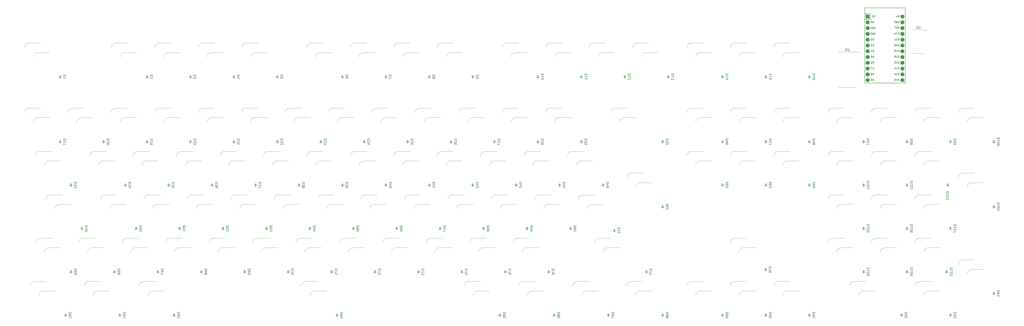
<source format=gbr>
%TF.GenerationSoftware,KiCad,Pcbnew,7.0.10*%
%TF.CreationDate,2024-04-02T12:04:44+02:00*%
%TF.ProjectId,k3yb.it,6b337962-2e69-4742-9e6b-696361645f70,v1.0b*%
%TF.SameCoordinates,Original*%
%TF.FileFunction,Legend,Bot*%
%TF.FilePolarity,Positive*%
%FSLAX46Y46*%
G04 Gerber Fmt 4.6, Leading zero omitted, Abs format (unit mm)*
G04 Created by KiCad (PCBNEW 7.0.10) date 2024-04-02 12:04:44*
%MOMM*%
%LPD*%
G01*
G04 APERTURE LIST*
%ADD10C,0.150000*%
%ADD11C,0.120000*%
%ADD12C,0.200000*%
%ADD13C,1.752600*%
%ADD14R,1.752600X1.752600*%
G04 APERTURE END LIST*
D10*
X410086475Y-24947295D02*
X410086475Y-24147295D01*
X410086475Y-24147295D02*
X409895999Y-24147295D01*
X409895999Y-24147295D02*
X409781713Y-24185390D01*
X409781713Y-24185390D02*
X409705523Y-24261580D01*
X409705523Y-24261580D02*
X409667428Y-24337771D01*
X409667428Y-24337771D02*
X409629332Y-24490152D01*
X409629332Y-24490152D02*
X409629332Y-24604438D01*
X409629332Y-24604438D02*
X409667428Y-24756819D01*
X409667428Y-24756819D02*
X409705523Y-24833009D01*
X409705523Y-24833009D02*
X409781713Y-24909200D01*
X409781713Y-24909200D02*
X409895999Y-24947295D01*
X409895999Y-24947295D02*
X410086475Y-24947295D01*
X408867428Y-24947295D02*
X409324571Y-24947295D01*
X409095999Y-24947295D02*
X409095999Y-24147295D01*
X409095999Y-24147295D02*
X409172190Y-24261580D01*
X409172190Y-24261580D02*
X409248380Y-24337771D01*
X409248380Y-24337771D02*
X409324571Y-24375866D01*
X409625475Y-42727295D02*
X409625475Y-41927295D01*
X409625475Y-41927295D02*
X409434999Y-41927295D01*
X409434999Y-41927295D02*
X409320713Y-41965390D01*
X409320713Y-41965390D02*
X409244523Y-42041580D01*
X409244523Y-42041580D02*
X409206428Y-42117771D01*
X409206428Y-42117771D02*
X409168332Y-42270152D01*
X409168332Y-42270152D02*
X409168332Y-42384438D01*
X409168332Y-42384438D02*
X409206428Y-42536819D01*
X409206428Y-42536819D02*
X409244523Y-42613009D01*
X409244523Y-42613009D02*
X409320713Y-42689200D01*
X409320713Y-42689200D02*
X409434999Y-42727295D01*
X409434999Y-42727295D02*
X409625475Y-42727295D01*
X408444523Y-41927295D02*
X408825475Y-41927295D01*
X408825475Y-41927295D02*
X408863571Y-42308247D01*
X408863571Y-42308247D02*
X408825475Y-42270152D01*
X408825475Y-42270152D02*
X408749285Y-42232057D01*
X408749285Y-42232057D02*
X408558809Y-42232057D01*
X408558809Y-42232057D02*
X408482618Y-42270152D01*
X408482618Y-42270152D02*
X408444523Y-42308247D01*
X408444523Y-42308247D02*
X408406428Y-42384438D01*
X408406428Y-42384438D02*
X408406428Y-42574914D01*
X408406428Y-42574914D02*
X408444523Y-42651104D01*
X408444523Y-42651104D02*
X408482618Y-42689200D01*
X408482618Y-42689200D02*
X408558809Y-42727295D01*
X408558809Y-42727295D02*
X408749285Y-42727295D01*
X408749285Y-42727295D02*
X408825475Y-42689200D01*
X408825475Y-42689200D02*
X408863571Y-42651104D01*
X420355523Y-26655390D02*
X420431713Y-26617295D01*
X420431713Y-26617295D02*
X420545999Y-26617295D01*
X420545999Y-26617295D02*
X420660285Y-26655390D01*
X420660285Y-26655390D02*
X420736475Y-26731580D01*
X420736475Y-26731580D02*
X420774570Y-26807771D01*
X420774570Y-26807771D02*
X420812666Y-26960152D01*
X420812666Y-26960152D02*
X420812666Y-27074438D01*
X420812666Y-27074438D02*
X420774570Y-27226819D01*
X420774570Y-27226819D02*
X420736475Y-27303009D01*
X420736475Y-27303009D02*
X420660285Y-27379200D01*
X420660285Y-27379200D02*
X420545999Y-27417295D01*
X420545999Y-27417295D02*
X420469808Y-27417295D01*
X420469808Y-27417295D02*
X420355523Y-27379200D01*
X420355523Y-27379200D02*
X420317427Y-27341104D01*
X420317427Y-27341104D02*
X420317427Y-27074438D01*
X420317427Y-27074438D02*
X420469808Y-27074438D01*
X419974570Y-27417295D02*
X419974570Y-26617295D01*
X419974570Y-26617295D02*
X419517427Y-27417295D01*
X419517427Y-27417295D02*
X419517427Y-26617295D01*
X419136475Y-27417295D02*
X419136475Y-26617295D01*
X419136475Y-26617295D02*
X418945999Y-26617295D01*
X418945999Y-26617295D02*
X418831713Y-26655390D01*
X418831713Y-26655390D02*
X418755523Y-26731580D01*
X418755523Y-26731580D02*
X418717428Y-26807771D01*
X418717428Y-26807771D02*
X418679332Y-26960152D01*
X418679332Y-26960152D02*
X418679332Y-27074438D01*
X418679332Y-27074438D02*
X418717428Y-27226819D01*
X418717428Y-27226819D02*
X418755523Y-27303009D01*
X418755523Y-27303009D02*
X418831713Y-27379200D01*
X418831713Y-27379200D02*
X418945999Y-27417295D01*
X418945999Y-27417295D02*
X419136475Y-27417295D01*
X409625475Y-35107295D02*
X409625475Y-34307295D01*
X409625475Y-34307295D02*
X409434999Y-34307295D01*
X409434999Y-34307295D02*
X409320713Y-34345390D01*
X409320713Y-34345390D02*
X409244523Y-34421580D01*
X409244523Y-34421580D02*
X409206428Y-34497771D01*
X409206428Y-34497771D02*
X409168332Y-34650152D01*
X409168332Y-34650152D02*
X409168332Y-34764438D01*
X409168332Y-34764438D02*
X409206428Y-34916819D01*
X409206428Y-34916819D02*
X409244523Y-34993009D01*
X409244523Y-34993009D02*
X409320713Y-35069200D01*
X409320713Y-35069200D02*
X409434999Y-35107295D01*
X409434999Y-35107295D02*
X409625475Y-35107295D01*
X408863571Y-34383485D02*
X408825475Y-34345390D01*
X408825475Y-34345390D02*
X408749285Y-34307295D01*
X408749285Y-34307295D02*
X408558809Y-34307295D01*
X408558809Y-34307295D02*
X408482618Y-34345390D01*
X408482618Y-34345390D02*
X408444523Y-34383485D01*
X408444523Y-34383485D02*
X408406428Y-34459676D01*
X408406428Y-34459676D02*
X408406428Y-34535866D01*
X408406428Y-34535866D02*
X408444523Y-34650152D01*
X408444523Y-34650152D02*
X408901666Y-35107295D01*
X408901666Y-35107295D02*
X408406428Y-35107295D01*
X409625475Y-50347295D02*
X409625475Y-49547295D01*
X409625475Y-49547295D02*
X409434999Y-49547295D01*
X409434999Y-49547295D02*
X409320713Y-49585390D01*
X409320713Y-49585390D02*
X409244523Y-49661580D01*
X409244523Y-49661580D02*
X409206428Y-49737771D01*
X409206428Y-49737771D02*
X409168332Y-49890152D01*
X409168332Y-49890152D02*
X409168332Y-50004438D01*
X409168332Y-50004438D02*
X409206428Y-50156819D01*
X409206428Y-50156819D02*
X409244523Y-50233009D01*
X409244523Y-50233009D02*
X409320713Y-50309200D01*
X409320713Y-50309200D02*
X409434999Y-50347295D01*
X409434999Y-50347295D02*
X409625475Y-50347295D01*
X408711190Y-49890152D02*
X408787380Y-49852057D01*
X408787380Y-49852057D02*
X408825475Y-49813961D01*
X408825475Y-49813961D02*
X408863571Y-49737771D01*
X408863571Y-49737771D02*
X408863571Y-49699676D01*
X408863571Y-49699676D02*
X408825475Y-49623485D01*
X408825475Y-49623485D02*
X408787380Y-49585390D01*
X408787380Y-49585390D02*
X408711190Y-49547295D01*
X408711190Y-49547295D02*
X408558809Y-49547295D01*
X408558809Y-49547295D02*
X408482618Y-49585390D01*
X408482618Y-49585390D02*
X408444523Y-49623485D01*
X408444523Y-49623485D02*
X408406428Y-49699676D01*
X408406428Y-49699676D02*
X408406428Y-49737771D01*
X408406428Y-49737771D02*
X408444523Y-49813961D01*
X408444523Y-49813961D02*
X408482618Y-49852057D01*
X408482618Y-49852057D02*
X408558809Y-49890152D01*
X408558809Y-49890152D02*
X408711190Y-49890152D01*
X408711190Y-49890152D02*
X408787380Y-49928247D01*
X408787380Y-49928247D02*
X408825475Y-49966342D01*
X408825475Y-49966342D02*
X408863571Y-50042533D01*
X408863571Y-50042533D02*
X408863571Y-50194914D01*
X408863571Y-50194914D02*
X408825475Y-50271104D01*
X408825475Y-50271104D02*
X408787380Y-50309200D01*
X408787380Y-50309200D02*
X408711190Y-50347295D01*
X408711190Y-50347295D02*
X408558809Y-50347295D01*
X408558809Y-50347295D02*
X408482618Y-50309200D01*
X408482618Y-50309200D02*
X408444523Y-50271104D01*
X408444523Y-50271104D02*
X408406428Y-50194914D01*
X408406428Y-50194914D02*
X408406428Y-50042533D01*
X408406428Y-50042533D02*
X408444523Y-49966342D01*
X408444523Y-49966342D02*
X408482618Y-49928247D01*
X408482618Y-49928247D02*
X408558809Y-49890152D01*
X409625475Y-45267295D02*
X409625475Y-44467295D01*
X409625475Y-44467295D02*
X409434999Y-44467295D01*
X409434999Y-44467295D02*
X409320713Y-44505390D01*
X409320713Y-44505390D02*
X409244523Y-44581580D01*
X409244523Y-44581580D02*
X409206428Y-44657771D01*
X409206428Y-44657771D02*
X409168332Y-44810152D01*
X409168332Y-44810152D02*
X409168332Y-44924438D01*
X409168332Y-44924438D02*
X409206428Y-45076819D01*
X409206428Y-45076819D02*
X409244523Y-45153009D01*
X409244523Y-45153009D02*
X409320713Y-45229200D01*
X409320713Y-45229200D02*
X409434999Y-45267295D01*
X409434999Y-45267295D02*
X409625475Y-45267295D01*
X408482618Y-44467295D02*
X408634999Y-44467295D01*
X408634999Y-44467295D02*
X408711190Y-44505390D01*
X408711190Y-44505390D02*
X408749285Y-44543485D01*
X408749285Y-44543485D02*
X408825475Y-44657771D01*
X408825475Y-44657771D02*
X408863571Y-44810152D01*
X408863571Y-44810152D02*
X408863571Y-45114914D01*
X408863571Y-45114914D02*
X408825475Y-45191104D01*
X408825475Y-45191104D02*
X408787380Y-45229200D01*
X408787380Y-45229200D02*
X408711190Y-45267295D01*
X408711190Y-45267295D02*
X408558809Y-45267295D01*
X408558809Y-45267295D02*
X408482618Y-45229200D01*
X408482618Y-45229200D02*
X408444523Y-45191104D01*
X408444523Y-45191104D02*
X408406428Y-45114914D01*
X408406428Y-45114914D02*
X408406428Y-44924438D01*
X408406428Y-44924438D02*
X408444523Y-44848247D01*
X408444523Y-44848247D02*
X408482618Y-44810152D01*
X408482618Y-44810152D02*
X408558809Y-44772057D01*
X408558809Y-44772057D02*
X408711190Y-44772057D01*
X408711190Y-44772057D02*
X408787380Y-44810152D01*
X408787380Y-44810152D02*
X408825475Y-44848247D01*
X408825475Y-44848247D02*
X408863571Y-44924438D01*
X409625475Y-47807295D02*
X409625475Y-47007295D01*
X409625475Y-47007295D02*
X409434999Y-47007295D01*
X409434999Y-47007295D02*
X409320713Y-47045390D01*
X409320713Y-47045390D02*
X409244523Y-47121580D01*
X409244523Y-47121580D02*
X409206428Y-47197771D01*
X409206428Y-47197771D02*
X409168332Y-47350152D01*
X409168332Y-47350152D02*
X409168332Y-47464438D01*
X409168332Y-47464438D02*
X409206428Y-47616819D01*
X409206428Y-47616819D02*
X409244523Y-47693009D01*
X409244523Y-47693009D02*
X409320713Y-47769200D01*
X409320713Y-47769200D02*
X409434999Y-47807295D01*
X409434999Y-47807295D02*
X409625475Y-47807295D01*
X408901666Y-47007295D02*
X408368332Y-47007295D01*
X408368332Y-47007295D02*
X408711190Y-47807295D01*
X409625475Y-52887295D02*
X409625475Y-52087295D01*
X409625475Y-52087295D02*
X409434999Y-52087295D01*
X409434999Y-52087295D02*
X409320713Y-52125390D01*
X409320713Y-52125390D02*
X409244523Y-52201580D01*
X409244523Y-52201580D02*
X409206428Y-52277771D01*
X409206428Y-52277771D02*
X409168332Y-52430152D01*
X409168332Y-52430152D02*
X409168332Y-52544438D01*
X409168332Y-52544438D02*
X409206428Y-52696819D01*
X409206428Y-52696819D02*
X409244523Y-52773009D01*
X409244523Y-52773009D02*
X409320713Y-52849200D01*
X409320713Y-52849200D02*
X409434999Y-52887295D01*
X409434999Y-52887295D02*
X409625475Y-52887295D01*
X408787380Y-52887295D02*
X408634999Y-52887295D01*
X408634999Y-52887295D02*
X408558809Y-52849200D01*
X408558809Y-52849200D02*
X408520713Y-52811104D01*
X408520713Y-52811104D02*
X408444523Y-52696819D01*
X408444523Y-52696819D02*
X408406428Y-52544438D01*
X408406428Y-52544438D02*
X408406428Y-52239676D01*
X408406428Y-52239676D02*
X408444523Y-52163485D01*
X408444523Y-52163485D02*
X408482618Y-52125390D01*
X408482618Y-52125390D02*
X408558809Y-52087295D01*
X408558809Y-52087295D02*
X408711190Y-52087295D01*
X408711190Y-52087295D02*
X408787380Y-52125390D01*
X408787380Y-52125390D02*
X408825475Y-52163485D01*
X408825475Y-52163485D02*
X408863571Y-52239676D01*
X408863571Y-52239676D02*
X408863571Y-52430152D01*
X408863571Y-52430152D02*
X408825475Y-52506342D01*
X408825475Y-52506342D02*
X408787380Y-52544438D01*
X408787380Y-52544438D02*
X408711190Y-52582533D01*
X408711190Y-52582533D02*
X408558809Y-52582533D01*
X408558809Y-52582533D02*
X408482618Y-52544438D01*
X408482618Y-52544438D02*
X408444523Y-52506342D01*
X408444523Y-52506342D02*
X408406428Y-52430152D01*
X420717428Y-42657295D02*
X420717428Y-41857295D01*
X420717428Y-41857295D02*
X420526952Y-41857295D01*
X420526952Y-41857295D02*
X420412666Y-41895390D01*
X420412666Y-41895390D02*
X420336476Y-41971580D01*
X420336476Y-41971580D02*
X420298381Y-42047771D01*
X420298381Y-42047771D02*
X420260285Y-42200152D01*
X420260285Y-42200152D02*
X420260285Y-42314438D01*
X420260285Y-42314438D02*
X420298381Y-42466819D01*
X420298381Y-42466819D02*
X420336476Y-42543009D01*
X420336476Y-42543009D02*
X420412666Y-42619200D01*
X420412666Y-42619200D02*
X420526952Y-42657295D01*
X420526952Y-42657295D02*
X420717428Y-42657295D01*
X419498381Y-42657295D02*
X419955524Y-42657295D01*
X419726952Y-42657295D02*
X419726952Y-41857295D01*
X419726952Y-41857295D02*
X419803143Y-41971580D01*
X419803143Y-41971580D02*
X419879333Y-42047771D01*
X419879333Y-42047771D02*
X419955524Y-42085866D01*
X419041238Y-42200152D02*
X419117428Y-42162057D01*
X419117428Y-42162057D02*
X419155523Y-42123961D01*
X419155523Y-42123961D02*
X419193619Y-42047771D01*
X419193619Y-42047771D02*
X419193619Y-42009676D01*
X419193619Y-42009676D02*
X419155523Y-41933485D01*
X419155523Y-41933485D02*
X419117428Y-41895390D01*
X419117428Y-41895390D02*
X419041238Y-41857295D01*
X419041238Y-41857295D02*
X418888857Y-41857295D01*
X418888857Y-41857295D02*
X418812666Y-41895390D01*
X418812666Y-41895390D02*
X418774571Y-41933485D01*
X418774571Y-41933485D02*
X418736476Y-42009676D01*
X418736476Y-42009676D02*
X418736476Y-42047771D01*
X418736476Y-42047771D02*
X418774571Y-42123961D01*
X418774571Y-42123961D02*
X418812666Y-42162057D01*
X418812666Y-42162057D02*
X418888857Y-42200152D01*
X418888857Y-42200152D02*
X419041238Y-42200152D01*
X419041238Y-42200152D02*
X419117428Y-42238247D01*
X419117428Y-42238247D02*
X419155523Y-42276342D01*
X419155523Y-42276342D02*
X419193619Y-42352533D01*
X419193619Y-42352533D02*
X419193619Y-42504914D01*
X419193619Y-42504914D02*
X419155523Y-42581104D01*
X419155523Y-42581104D02*
X419117428Y-42619200D01*
X419117428Y-42619200D02*
X419041238Y-42657295D01*
X419041238Y-42657295D02*
X418888857Y-42657295D01*
X418888857Y-42657295D02*
X418812666Y-42619200D01*
X418812666Y-42619200D02*
X418774571Y-42581104D01*
X418774571Y-42581104D02*
X418736476Y-42504914D01*
X418736476Y-42504914D02*
X418736476Y-42352533D01*
X418736476Y-42352533D02*
X418774571Y-42276342D01*
X418774571Y-42276342D02*
X418812666Y-42238247D01*
X418812666Y-42238247D02*
X418888857Y-42200152D01*
X420717428Y-35037295D02*
X420717428Y-34237295D01*
X420717428Y-34237295D02*
X420526952Y-34237295D01*
X420526952Y-34237295D02*
X420412666Y-34275390D01*
X420412666Y-34275390D02*
X420336476Y-34351580D01*
X420336476Y-34351580D02*
X420298381Y-34427771D01*
X420298381Y-34427771D02*
X420260285Y-34580152D01*
X420260285Y-34580152D02*
X420260285Y-34694438D01*
X420260285Y-34694438D02*
X420298381Y-34846819D01*
X420298381Y-34846819D02*
X420336476Y-34923009D01*
X420336476Y-34923009D02*
X420412666Y-34999200D01*
X420412666Y-34999200D02*
X420526952Y-35037295D01*
X420526952Y-35037295D02*
X420717428Y-35037295D01*
X419955524Y-34313485D02*
X419917428Y-34275390D01*
X419917428Y-34275390D02*
X419841238Y-34237295D01*
X419841238Y-34237295D02*
X419650762Y-34237295D01*
X419650762Y-34237295D02*
X419574571Y-34275390D01*
X419574571Y-34275390D02*
X419536476Y-34313485D01*
X419536476Y-34313485D02*
X419498381Y-34389676D01*
X419498381Y-34389676D02*
X419498381Y-34465866D01*
X419498381Y-34465866D02*
X419536476Y-34580152D01*
X419536476Y-34580152D02*
X419993619Y-35037295D01*
X419993619Y-35037295D02*
X419498381Y-35037295D01*
X418736476Y-35037295D02*
X419193619Y-35037295D01*
X418965047Y-35037295D02*
X418965047Y-34237295D01*
X418965047Y-34237295D02*
X419041238Y-34351580D01*
X419041238Y-34351580D02*
X419117428Y-34427771D01*
X419117428Y-34427771D02*
X419193619Y-34465866D01*
X409625475Y-27487295D02*
X409625475Y-26687295D01*
X409625475Y-26687295D02*
X409434999Y-26687295D01*
X409434999Y-26687295D02*
X409320713Y-26725390D01*
X409320713Y-26725390D02*
X409244523Y-26801580D01*
X409244523Y-26801580D02*
X409206428Y-26877771D01*
X409206428Y-26877771D02*
X409168332Y-27030152D01*
X409168332Y-27030152D02*
X409168332Y-27144438D01*
X409168332Y-27144438D02*
X409206428Y-27296819D01*
X409206428Y-27296819D02*
X409244523Y-27373009D01*
X409244523Y-27373009D02*
X409320713Y-27449200D01*
X409320713Y-27449200D02*
X409434999Y-27487295D01*
X409434999Y-27487295D02*
X409625475Y-27487295D01*
X408673094Y-26687295D02*
X408596904Y-26687295D01*
X408596904Y-26687295D02*
X408520713Y-26725390D01*
X408520713Y-26725390D02*
X408482618Y-26763485D01*
X408482618Y-26763485D02*
X408444523Y-26839676D01*
X408444523Y-26839676D02*
X408406428Y-26992057D01*
X408406428Y-26992057D02*
X408406428Y-27182533D01*
X408406428Y-27182533D02*
X408444523Y-27334914D01*
X408444523Y-27334914D02*
X408482618Y-27411104D01*
X408482618Y-27411104D02*
X408520713Y-27449200D01*
X408520713Y-27449200D02*
X408596904Y-27487295D01*
X408596904Y-27487295D02*
X408673094Y-27487295D01*
X408673094Y-27487295D02*
X408749285Y-27449200D01*
X408749285Y-27449200D02*
X408787380Y-27411104D01*
X408787380Y-27411104D02*
X408825475Y-27334914D01*
X408825475Y-27334914D02*
X408863571Y-27182533D01*
X408863571Y-27182533D02*
X408863571Y-26992057D01*
X408863571Y-26992057D02*
X408825475Y-26839676D01*
X408825475Y-26839676D02*
X408787380Y-26763485D01*
X408787380Y-26763485D02*
X408749285Y-26725390D01*
X408749285Y-26725390D02*
X408673094Y-26687295D01*
X409855523Y-31805390D02*
X409931713Y-31767295D01*
X409931713Y-31767295D02*
X410045999Y-31767295D01*
X410045999Y-31767295D02*
X410160285Y-31805390D01*
X410160285Y-31805390D02*
X410236475Y-31881580D01*
X410236475Y-31881580D02*
X410274570Y-31957771D01*
X410274570Y-31957771D02*
X410312666Y-32110152D01*
X410312666Y-32110152D02*
X410312666Y-32224438D01*
X410312666Y-32224438D02*
X410274570Y-32376819D01*
X410274570Y-32376819D02*
X410236475Y-32453009D01*
X410236475Y-32453009D02*
X410160285Y-32529200D01*
X410160285Y-32529200D02*
X410045999Y-32567295D01*
X410045999Y-32567295D02*
X409969808Y-32567295D01*
X409969808Y-32567295D02*
X409855523Y-32529200D01*
X409855523Y-32529200D02*
X409817427Y-32491104D01*
X409817427Y-32491104D02*
X409817427Y-32224438D01*
X409817427Y-32224438D02*
X409969808Y-32224438D01*
X409474570Y-32567295D02*
X409474570Y-31767295D01*
X409474570Y-31767295D02*
X409017427Y-32567295D01*
X409017427Y-32567295D02*
X409017427Y-31767295D01*
X408636475Y-32567295D02*
X408636475Y-31767295D01*
X408636475Y-31767295D02*
X408445999Y-31767295D01*
X408445999Y-31767295D02*
X408331713Y-31805390D01*
X408331713Y-31805390D02*
X408255523Y-31881580D01*
X408255523Y-31881580D02*
X408217428Y-31957771D01*
X408217428Y-31957771D02*
X408179332Y-32110152D01*
X408179332Y-32110152D02*
X408179332Y-32224438D01*
X408179332Y-32224438D02*
X408217428Y-32376819D01*
X408217428Y-32376819D02*
X408255523Y-32453009D01*
X408255523Y-32453009D02*
X408331713Y-32529200D01*
X408331713Y-32529200D02*
X408445999Y-32567295D01*
X408445999Y-32567295D02*
X408636475Y-32567295D01*
X420717428Y-40117295D02*
X420717428Y-39317295D01*
X420717428Y-39317295D02*
X420526952Y-39317295D01*
X420526952Y-39317295D02*
X420412666Y-39355390D01*
X420412666Y-39355390D02*
X420336476Y-39431580D01*
X420336476Y-39431580D02*
X420298381Y-39507771D01*
X420298381Y-39507771D02*
X420260285Y-39660152D01*
X420260285Y-39660152D02*
X420260285Y-39774438D01*
X420260285Y-39774438D02*
X420298381Y-39926819D01*
X420298381Y-39926819D02*
X420336476Y-40003009D01*
X420336476Y-40003009D02*
X420412666Y-40079200D01*
X420412666Y-40079200D02*
X420526952Y-40117295D01*
X420526952Y-40117295D02*
X420717428Y-40117295D01*
X419498381Y-40117295D02*
X419955524Y-40117295D01*
X419726952Y-40117295D02*
X419726952Y-39317295D01*
X419726952Y-39317295D02*
X419803143Y-39431580D01*
X419803143Y-39431580D02*
X419879333Y-39507771D01*
X419879333Y-39507771D02*
X419955524Y-39545866D01*
X419117428Y-40117295D02*
X418965047Y-40117295D01*
X418965047Y-40117295D02*
X418888857Y-40079200D01*
X418888857Y-40079200D02*
X418850761Y-40041104D01*
X418850761Y-40041104D02*
X418774571Y-39926819D01*
X418774571Y-39926819D02*
X418736476Y-39774438D01*
X418736476Y-39774438D02*
X418736476Y-39469676D01*
X418736476Y-39469676D02*
X418774571Y-39393485D01*
X418774571Y-39393485D02*
X418812666Y-39355390D01*
X418812666Y-39355390D02*
X418888857Y-39317295D01*
X418888857Y-39317295D02*
X419041238Y-39317295D01*
X419041238Y-39317295D02*
X419117428Y-39355390D01*
X419117428Y-39355390D02*
X419155523Y-39393485D01*
X419155523Y-39393485D02*
X419193619Y-39469676D01*
X419193619Y-39469676D02*
X419193619Y-39660152D01*
X419193619Y-39660152D02*
X419155523Y-39736342D01*
X419155523Y-39736342D02*
X419117428Y-39774438D01*
X419117428Y-39774438D02*
X419041238Y-39812533D01*
X419041238Y-39812533D02*
X418888857Y-39812533D01*
X418888857Y-39812533D02*
X418812666Y-39774438D01*
X418812666Y-39774438D02*
X418774571Y-39736342D01*
X418774571Y-39736342D02*
X418736476Y-39660152D01*
X420223094Y-29927295D02*
X420489761Y-29546342D01*
X420680237Y-29927295D02*
X420680237Y-29127295D01*
X420680237Y-29127295D02*
X420375475Y-29127295D01*
X420375475Y-29127295D02*
X420299285Y-29165390D01*
X420299285Y-29165390D02*
X420261190Y-29203485D01*
X420261190Y-29203485D02*
X420223094Y-29279676D01*
X420223094Y-29279676D02*
X420223094Y-29393961D01*
X420223094Y-29393961D02*
X420261190Y-29470152D01*
X420261190Y-29470152D02*
X420299285Y-29508247D01*
X420299285Y-29508247D02*
X420375475Y-29546342D01*
X420375475Y-29546342D02*
X420680237Y-29546342D01*
X419918333Y-29889200D02*
X419804047Y-29927295D01*
X419804047Y-29927295D02*
X419613571Y-29927295D01*
X419613571Y-29927295D02*
X419537380Y-29889200D01*
X419537380Y-29889200D02*
X419499285Y-29851104D01*
X419499285Y-29851104D02*
X419461190Y-29774914D01*
X419461190Y-29774914D02*
X419461190Y-29698723D01*
X419461190Y-29698723D02*
X419499285Y-29622533D01*
X419499285Y-29622533D02*
X419537380Y-29584438D01*
X419537380Y-29584438D02*
X419613571Y-29546342D01*
X419613571Y-29546342D02*
X419765952Y-29508247D01*
X419765952Y-29508247D02*
X419842142Y-29470152D01*
X419842142Y-29470152D02*
X419880237Y-29432057D01*
X419880237Y-29432057D02*
X419918333Y-29355866D01*
X419918333Y-29355866D02*
X419918333Y-29279676D01*
X419918333Y-29279676D02*
X419880237Y-29203485D01*
X419880237Y-29203485D02*
X419842142Y-29165390D01*
X419842142Y-29165390D02*
X419765952Y-29127295D01*
X419765952Y-29127295D02*
X419575475Y-29127295D01*
X419575475Y-29127295D02*
X419461190Y-29165390D01*
X419232618Y-29127295D02*
X418775475Y-29127295D01*
X419004047Y-29927295D02*
X419004047Y-29127295D01*
X420717428Y-45197295D02*
X420717428Y-44397295D01*
X420717428Y-44397295D02*
X420526952Y-44397295D01*
X420526952Y-44397295D02*
X420412666Y-44435390D01*
X420412666Y-44435390D02*
X420336476Y-44511580D01*
X420336476Y-44511580D02*
X420298381Y-44587771D01*
X420298381Y-44587771D02*
X420260285Y-44740152D01*
X420260285Y-44740152D02*
X420260285Y-44854438D01*
X420260285Y-44854438D02*
X420298381Y-45006819D01*
X420298381Y-45006819D02*
X420336476Y-45083009D01*
X420336476Y-45083009D02*
X420412666Y-45159200D01*
X420412666Y-45159200D02*
X420526952Y-45197295D01*
X420526952Y-45197295D02*
X420717428Y-45197295D01*
X419498381Y-45197295D02*
X419955524Y-45197295D01*
X419726952Y-45197295D02*
X419726952Y-44397295D01*
X419726952Y-44397295D02*
X419803143Y-44511580D01*
X419803143Y-44511580D02*
X419879333Y-44587771D01*
X419879333Y-44587771D02*
X419955524Y-44625866D01*
X418774571Y-44397295D02*
X419155523Y-44397295D01*
X419155523Y-44397295D02*
X419193619Y-44778247D01*
X419193619Y-44778247D02*
X419155523Y-44740152D01*
X419155523Y-44740152D02*
X419079333Y-44702057D01*
X419079333Y-44702057D02*
X418888857Y-44702057D01*
X418888857Y-44702057D02*
X418812666Y-44740152D01*
X418812666Y-44740152D02*
X418774571Y-44778247D01*
X418774571Y-44778247D02*
X418736476Y-44854438D01*
X418736476Y-44854438D02*
X418736476Y-45044914D01*
X418736476Y-45044914D02*
X418774571Y-45121104D01*
X418774571Y-45121104D02*
X418812666Y-45159200D01*
X418812666Y-45159200D02*
X418888857Y-45197295D01*
X418888857Y-45197295D02*
X419079333Y-45197295D01*
X419079333Y-45197295D02*
X419155523Y-45159200D01*
X419155523Y-45159200D02*
X419193619Y-45121104D01*
X420395095Y-24528247D02*
X420280809Y-24566342D01*
X420280809Y-24566342D02*
X420242714Y-24604438D01*
X420242714Y-24604438D02*
X420204618Y-24680628D01*
X420204618Y-24680628D02*
X420204618Y-24794914D01*
X420204618Y-24794914D02*
X420242714Y-24871104D01*
X420242714Y-24871104D02*
X420280809Y-24909200D01*
X420280809Y-24909200D02*
X420356999Y-24947295D01*
X420356999Y-24947295D02*
X420661761Y-24947295D01*
X420661761Y-24947295D02*
X420661761Y-24147295D01*
X420661761Y-24147295D02*
X420395095Y-24147295D01*
X420395095Y-24147295D02*
X420318904Y-24185390D01*
X420318904Y-24185390D02*
X420280809Y-24223485D01*
X420280809Y-24223485D02*
X420242714Y-24299676D01*
X420242714Y-24299676D02*
X420242714Y-24375866D01*
X420242714Y-24375866D02*
X420280809Y-24452057D01*
X420280809Y-24452057D02*
X420318904Y-24490152D01*
X420318904Y-24490152D02*
X420395095Y-24528247D01*
X420395095Y-24528247D02*
X420661761Y-24528247D01*
X419861761Y-24642533D02*
X419252238Y-24642533D01*
X419556999Y-24947295D02*
X419556999Y-24337771D01*
X420888857Y-31697295D02*
X420393619Y-31697295D01*
X420393619Y-31697295D02*
X420660285Y-32002057D01*
X420660285Y-32002057D02*
X420546000Y-32002057D01*
X420546000Y-32002057D02*
X420469809Y-32040152D01*
X420469809Y-32040152D02*
X420431714Y-32078247D01*
X420431714Y-32078247D02*
X420393619Y-32154438D01*
X420393619Y-32154438D02*
X420393619Y-32344914D01*
X420393619Y-32344914D02*
X420431714Y-32421104D01*
X420431714Y-32421104D02*
X420469809Y-32459200D01*
X420469809Y-32459200D02*
X420546000Y-32497295D01*
X420546000Y-32497295D02*
X420774571Y-32497295D01*
X420774571Y-32497295D02*
X420850762Y-32459200D01*
X420850762Y-32459200D02*
X420888857Y-32421104D01*
X420050761Y-32421104D02*
X420012666Y-32459200D01*
X420012666Y-32459200D02*
X420050761Y-32497295D01*
X420050761Y-32497295D02*
X420088857Y-32459200D01*
X420088857Y-32459200D02*
X420050761Y-32421104D01*
X420050761Y-32421104D02*
X420050761Y-32497295D01*
X419746000Y-31697295D02*
X419250762Y-31697295D01*
X419250762Y-31697295D02*
X419517428Y-32002057D01*
X419517428Y-32002057D02*
X419403143Y-32002057D01*
X419403143Y-32002057D02*
X419326952Y-32040152D01*
X419326952Y-32040152D02*
X419288857Y-32078247D01*
X419288857Y-32078247D02*
X419250762Y-32154438D01*
X419250762Y-32154438D02*
X419250762Y-32344914D01*
X419250762Y-32344914D02*
X419288857Y-32421104D01*
X419288857Y-32421104D02*
X419326952Y-32459200D01*
X419326952Y-32459200D02*
X419403143Y-32497295D01*
X419403143Y-32497295D02*
X419631714Y-32497295D01*
X419631714Y-32497295D02*
X419707905Y-32459200D01*
X419707905Y-32459200D02*
X419746000Y-32421104D01*
X418984095Y-31963961D02*
X418793619Y-32497295D01*
X418793619Y-32497295D02*
X418603142Y-31963961D01*
X409625475Y-40187295D02*
X409625475Y-39387295D01*
X409625475Y-39387295D02*
X409434999Y-39387295D01*
X409434999Y-39387295D02*
X409320713Y-39425390D01*
X409320713Y-39425390D02*
X409244523Y-39501580D01*
X409244523Y-39501580D02*
X409206428Y-39577771D01*
X409206428Y-39577771D02*
X409168332Y-39730152D01*
X409168332Y-39730152D02*
X409168332Y-39844438D01*
X409168332Y-39844438D02*
X409206428Y-39996819D01*
X409206428Y-39996819D02*
X409244523Y-40073009D01*
X409244523Y-40073009D02*
X409320713Y-40149200D01*
X409320713Y-40149200D02*
X409434999Y-40187295D01*
X409434999Y-40187295D02*
X409625475Y-40187295D01*
X408482618Y-39653961D02*
X408482618Y-40187295D01*
X408673094Y-39349200D02*
X408863571Y-39920628D01*
X408863571Y-39920628D02*
X408368332Y-39920628D01*
X409855523Y-29265390D02*
X409931713Y-29227295D01*
X409931713Y-29227295D02*
X410045999Y-29227295D01*
X410045999Y-29227295D02*
X410160285Y-29265390D01*
X410160285Y-29265390D02*
X410236475Y-29341580D01*
X410236475Y-29341580D02*
X410274570Y-29417771D01*
X410274570Y-29417771D02*
X410312666Y-29570152D01*
X410312666Y-29570152D02*
X410312666Y-29684438D01*
X410312666Y-29684438D02*
X410274570Y-29836819D01*
X410274570Y-29836819D02*
X410236475Y-29913009D01*
X410236475Y-29913009D02*
X410160285Y-29989200D01*
X410160285Y-29989200D02*
X410045999Y-30027295D01*
X410045999Y-30027295D02*
X409969808Y-30027295D01*
X409969808Y-30027295D02*
X409855523Y-29989200D01*
X409855523Y-29989200D02*
X409817427Y-29951104D01*
X409817427Y-29951104D02*
X409817427Y-29684438D01*
X409817427Y-29684438D02*
X409969808Y-29684438D01*
X409474570Y-30027295D02*
X409474570Y-29227295D01*
X409474570Y-29227295D02*
X409017427Y-30027295D01*
X409017427Y-30027295D02*
X409017427Y-29227295D01*
X408636475Y-30027295D02*
X408636475Y-29227295D01*
X408636475Y-29227295D02*
X408445999Y-29227295D01*
X408445999Y-29227295D02*
X408331713Y-29265390D01*
X408331713Y-29265390D02*
X408255523Y-29341580D01*
X408255523Y-29341580D02*
X408217428Y-29417771D01*
X408217428Y-29417771D02*
X408179332Y-29570152D01*
X408179332Y-29570152D02*
X408179332Y-29684438D01*
X408179332Y-29684438D02*
X408217428Y-29836819D01*
X408217428Y-29836819D02*
X408255523Y-29913009D01*
X408255523Y-29913009D02*
X408331713Y-29989200D01*
X408331713Y-29989200D02*
X408445999Y-30027295D01*
X408445999Y-30027295D02*
X408636475Y-30027295D01*
X420717428Y-50277295D02*
X420717428Y-49477295D01*
X420717428Y-49477295D02*
X420526952Y-49477295D01*
X420526952Y-49477295D02*
X420412666Y-49515390D01*
X420412666Y-49515390D02*
X420336476Y-49591580D01*
X420336476Y-49591580D02*
X420298381Y-49667771D01*
X420298381Y-49667771D02*
X420260285Y-49820152D01*
X420260285Y-49820152D02*
X420260285Y-49934438D01*
X420260285Y-49934438D02*
X420298381Y-50086819D01*
X420298381Y-50086819D02*
X420336476Y-50163009D01*
X420336476Y-50163009D02*
X420412666Y-50239200D01*
X420412666Y-50239200D02*
X420526952Y-50277295D01*
X420526952Y-50277295D02*
X420717428Y-50277295D01*
X419498381Y-50277295D02*
X419955524Y-50277295D01*
X419726952Y-50277295D02*
X419726952Y-49477295D01*
X419726952Y-49477295D02*
X419803143Y-49591580D01*
X419803143Y-49591580D02*
X419879333Y-49667771D01*
X419879333Y-49667771D02*
X419955524Y-49705866D01*
X418812666Y-49477295D02*
X418965047Y-49477295D01*
X418965047Y-49477295D02*
X419041238Y-49515390D01*
X419041238Y-49515390D02*
X419079333Y-49553485D01*
X419079333Y-49553485D02*
X419155523Y-49667771D01*
X419155523Y-49667771D02*
X419193619Y-49820152D01*
X419193619Y-49820152D02*
X419193619Y-50124914D01*
X419193619Y-50124914D02*
X419155523Y-50201104D01*
X419155523Y-50201104D02*
X419117428Y-50239200D01*
X419117428Y-50239200D02*
X419041238Y-50277295D01*
X419041238Y-50277295D02*
X418888857Y-50277295D01*
X418888857Y-50277295D02*
X418812666Y-50239200D01*
X418812666Y-50239200D02*
X418774571Y-50201104D01*
X418774571Y-50201104D02*
X418736476Y-50124914D01*
X418736476Y-50124914D02*
X418736476Y-49934438D01*
X418736476Y-49934438D02*
X418774571Y-49858247D01*
X418774571Y-49858247D02*
X418812666Y-49820152D01*
X418812666Y-49820152D02*
X418888857Y-49782057D01*
X418888857Y-49782057D02*
X419041238Y-49782057D01*
X419041238Y-49782057D02*
X419117428Y-49820152D01*
X419117428Y-49820152D02*
X419155523Y-49858247D01*
X419155523Y-49858247D02*
X419193619Y-49934438D01*
X420717428Y-47737295D02*
X420717428Y-46937295D01*
X420717428Y-46937295D02*
X420526952Y-46937295D01*
X420526952Y-46937295D02*
X420412666Y-46975390D01*
X420412666Y-46975390D02*
X420336476Y-47051580D01*
X420336476Y-47051580D02*
X420298381Y-47127771D01*
X420298381Y-47127771D02*
X420260285Y-47280152D01*
X420260285Y-47280152D02*
X420260285Y-47394438D01*
X420260285Y-47394438D02*
X420298381Y-47546819D01*
X420298381Y-47546819D02*
X420336476Y-47623009D01*
X420336476Y-47623009D02*
X420412666Y-47699200D01*
X420412666Y-47699200D02*
X420526952Y-47737295D01*
X420526952Y-47737295D02*
X420717428Y-47737295D01*
X419498381Y-47737295D02*
X419955524Y-47737295D01*
X419726952Y-47737295D02*
X419726952Y-46937295D01*
X419726952Y-46937295D02*
X419803143Y-47051580D01*
X419803143Y-47051580D02*
X419879333Y-47127771D01*
X419879333Y-47127771D02*
X419955524Y-47165866D01*
X418812666Y-47203961D02*
X418812666Y-47737295D01*
X419003142Y-46899200D02*
X419193619Y-47470628D01*
X419193619Y-47470628D02*
X418698380Y-47470628D01*
X409625475Y-37647295D02*
X409625475Y-36847295D01*
X409625475Y-36847295D02*
X409434999Y-36847295D01*
X409434999Y-36847295D02*
X409320713Y-36885390D01*
X409320713Y-36885390D02*
X409244523Y-36961580D01*
X409244523Y-36961580D02*
X409206428Y-37037771D01*
X409206428Y-37037771D02*
X409168332Y-37190152D01*
X409168332Y-37190152D02*
X409168332Y-37304438D01*
X409168332Y-37304438D02*
X409206428Y-37456819D01*
X409206428Y-37456819D02*
X409244523Y-37533009D01*
X409244523Y-37533009D02*
X409320713Y-37609200D01*
X409320713Y-37609200D02*
X409434999Y-37647295D01*
X409434999Y-37647295D02*
X409625475Y-37647295D01*
X408901666Y-36847295D02*
X408406428Y-36847295D01*
X408406428Y-36847295D02*
X408673094Y-37152057D01*
X408673094Y-37152057D02*
X408558809Y-37152057D01*
X408558809Y-37152057D02*
X408482618Y-37190152D01*
X408482618Y-37190152D02*
X408444523Y-37228247D01*
X408444523Y-37228247D02*
X408406428Y-37304438D01*
X408406428Y-37304438D02*
X408406428Y-37494914D01*
X408406428Y-37494914D02*
X408444523Y-37571104D01*
X408444523Y-37571104D02*
X408482618Y-37609200D01*
X408482618Y-37609200D02*
X408558809Y-37647295D01*
X408558809Y-37647295D02*
X408787380Y-37647295D01*
X408787380Y-37647295D02*
X408863571Y-37609200D01*
X408863571Y-37609200D02*
X408901666Y-37571104D01*
X420717428Y-52817295D02*
X420717428Y-52017295D01*
X420717428Y-52017295D02*
X420526952Y-52017295D01*
X420526952Y-52017295D02*
X420412666Y-52055390D01*
X420412666Y-52055390D02*
X420336476Y-52131580D01*
X420336476Y-52131580D02*
X420298381Y-52207771D01*
X420298381Y-52207771D02*
X420260285Y-52360152D01*
X420260285Y-52360152D02*
X420260285Y-52474438D01*
X420260285Y-52474438D02*
X420298381Y-52626819D01*
X420298381Y-52626819D02*
X420336476Y-52703009D01*
X420336476Y-52703009D02*
X420412666Y-52779200D01*
X420412666Y-52779200D02*
X420526952Y-52817295D01*
X420526952Y-52817295D02*
X420717428Y-52817295D01*
X419498381Y-52817295D02*
X419955524Y-52817295D01*
X419726952Y-52817295D02*
X419726952Y-52017295D01*
X419726952Y-52017295D02*
X419803143Y-52131580D01*
X419803143Y-52131580D02*
X419879333Y-52207771D01*
X419879333Y-52207771D02*
X419955524Y-52245866D01*
X419003142Y-52017295D02*
X418926952Y-52017295D01*
X418926952Y-52017295D02*
X418850761Y-52055390D01*
X418850761Y-52055390D02*
X418812666Y-52093485D01*
X418812666Y-52093485D02*
X418774571Y-52169676D01*
X418774571Y-52169676D02*
X418736476Y-52322057D01*
X418736476Y-52322057D02*
X418736476Y-52512533D01*
X418736476Y-52512533D02*
X418774571Y-52664914D01*
X418774571Y-52664914D02*
X418812666Y-52741104D01*
X418812666Y-52741104D02*
X418850761Y-52779200D01*
X418850761Y-52779200D02*
X418926952Y-52817295D01*
X418926952Y-52817295D02*
X419003142Y-52817295D01*
X419003142Y-52817295D02*
X419079333Y-52779200D01*
X419079333Y-52779200D02*
X419117428Y-52741104D01*
X419117428Y-52741104D02*
X419155523Y-52664914D01*
X419155523Y-52664914D02*
X419193619Y-52512533D01*
X419193619Y-52512533D02*
X419193619Y-52322057D01*
X419193619Y-52322057D02*
X419155523Y-52169676D01*
X419155523Y-52169676D02*
X419117428Y-52093485D01*
X419117428Y-52093485D02*
X419079333Y-52055390D01*
X419079333Y-52055390D02*
X419003142Y-52017295D01*
X420717428Y-37577295D02*
X420717428Y-36777295D01*
X420717428Y-36777295D02*
X420526952Y-36777295D01*
X420526952Y-36777295D02*
X420412666Y-36815390D01*
X420412666Y-36815390D02*
X420336476Y-36891580D01*
X420336476Y-36891580D02*
X420298381Y-36967771D01*
X420298381Y-36967771D02*
X420260285Y-37120152D01*
X420260285Y-37120152D02*
X420260285Y-37234438D01*
X420260285Y-37234438D02*
X420298381Y-37386819D01*
X420298381Y-37386819D02*
X420336476Y-37463009D01*
X420336476Y-37463009D02*
X420412666Y-37539200D01*
X420412666Y-37539200D02*
X420526952Y-37577295D01*
X420526952Y-37577295D02*
X420717428Y-37577295D01*
X419955524Y-36853485D02*
X419917428Y-36815390D01*
X419917428Y-36815390D02*
X419841238Y-36777295D01*
X419841238Y-36777295D02*
X419650762Y-36777295D01*
X419650762Y-36777295D02*
X419574571Y-36815390D01*
X419574571Y-36815390D02*
X419536476Y-36853485D01*
X419536476Y-36853485D02*
X419498381Y-36929676D01*
X419498381Y-36929676D02*
X419498381Y-37005866D01*
X419498381Y-37005866D02*
X419536476Y-37120152D01*
X419536476Y-37120152D02*
X419993619Y-37577295D01*
X419993619Y-37577295D02*
X419498381Y-37577295D01*
X419003142Y-36777295D02*
X418926952Y-36777295D01*
X418926952Y-36777295D02*
X418850761Y-36815390D01*
X418850761Y-36815390D02*
X418812666Y-36853485D01*
X418812666Y-36853485D02*
X418774571Y-36929676D01*
X418774571Y-36929676D02*
X418736476Y-37082057D01*
X418736476Y-37082057D02*
X418736476Y-37272533D01*
X418736476Y-37272533D02*
X418774571Y-37424914D01*
X418774571Y-37424914D02*
X418812666Y-37501104D01*
X418812666Y-37501104D02*
X418850761Y-37539200D01*
X418850761Y-37539200D02*
X418926952Y-37577295D01*
X418926952Y-37577295D02*
X419003142Y-37577295D01*
X419003142Y-37577295D02*
X419079333Y-37539200D01*
X419079333Y-37539200D02*
X419117428Y-37501104D01*
X419117428Y-37501104D02*
X419155523Y-37424914D01*
X419155523Y-37424914D02*
X419193619Y-37272533D01*
X419193619Y-37272533D02*
X419193619Y-37082057D01*
X419193619Y-37082057D02*
X419155523Y-36929676D01*
X419155523Y-36929676D02*
X419117428Y-36853485D01*
X419117428Y-36853485D02*
X419079333Y-36815390D01*
X419079333Y-36815390D02*
X419003142Y-36777295D01*
X98022319Y-135565714D02*
X97022319Y-135565714D01*
X97022319Y-135565714D02*
X97022319Y-135803809D01*
X97022319Y-135803809D02*
X97069938Y-135946666D01*
X97069938Y-135946666D02*
X97165176Y-136041904D01*
X97165176Y-136041904D02*
X97260414Y-136089523D01*
X97260414Y-136089523D02*
X97450890Y-136137142D01*
X97450890Y-136137142D02*
X97593747Y-136137142D01*
X97593747Y-136137142D02*
X97784223Y-136089523D01*
X97784223Y-136089523D02*
X97879461Y-136041904D01*
X97879461Y-136041904D02*
X97974700Y-135946666D01*
X97974700Y-135946666D02*
X98022319Y-135803809D01*
X98022319Y-135803809D02*
X98022319Y-135565714D01*
X97022319Y-136994285D02*
X97022319Y-136803809D01*
X97022319Y-136803809D02*
X97069938Y-136708571D01*
X97069938Y-136708571D02*
X97117557Y-136660952D01*
X97117557Y-136660952D02*
X97260414Y-136565714D01*
X97260414Y-136565714D02*
X97450890Y-136518095D01*
X97450890Y-136518095D02*
X97831842Y-136518095D01*
X97831842Y-136518095D02*
X97927080Y-136565714D01*
X97927080Y-136565714D02*
X97974700Y-136613333D01*
X97974700Y-136613333D02*
X98022319Y-136708571D01*
X98022319Y-136708571D02*
X98022319Y-136899047D01*
X98022319Y-136899047D02*
X97974700Y-136994285D01*
X97974700Y-136994285D02*
X97927080Y-137041904D01*
X97927080Y-137041904D02*
X97831842Y-137089523D01*
X97831842Y-137089523D02*
X97593747Y-137089523D01*
X97593747Y-137089523D02*
X97498509Y-137041904D01*
X97498509Y-137041904D02*
X97450890Y-136994285D01*
X97450890Y-136994285D02*
X97403271Y-136899047D01*
X97403271Y-136899047D02*
X97403271Y-136708571D01*
X97403271Y-136708571D02*
X97450890Y-136613333D01*
X97450890Y-136613333D02*
X97498509Y-136565714D01*
X97498509Y-136565714D02*
X97593747Y-136518095D01*
X97022319Y-137422857D02*
X97022319Y-138089523D01*
X97022319Y-138089523D02*
X98022319Y-137660952D01*
X212322319Y-135565714D02*
X211322319Y-135565714D01*
X211322319Y-135565714D02*
X211322319Y-135803809D01*
X211322319Y-135803809D02*
X211369938Y-135946666D01*
X211369938Y-135946666D02*
X211465176Y-136041904D01*
X211465176Y-136041904D02*
X211560414Y-136089523D01*
X211560414Y-136089523D02*
X211750890Y-136137142D01*
X211750890Y-136137142D02*
X211893747Y-136137142D01*
X211893747Y-136137142D02*
X212084223Y-136089523D01*
X212084223Y-136089523D02*
X212179461Y-136041904D01*
X212179461Y-136041904D02*
X212274700Y-135946666D01*
X212274700Y-135946666D02*
X212322319Y-135803809D01*
X212322319Y-135803809D02*
X212322319Y-135565714D01*
X211322319Y-136470476D02*
X211322319Y-137137142D01*
X211322319Y-137137142D02*
X212322319Y-136708571D01*
X211322319Y-137422857D02*
X211322319Y-138041904D01*
X211322319Y-138041904D02*
X211703271Y-137708571D01*
X211703271Y-137708571D02*
X211703271Y-137851428D01*
X211703271Y-137851428D02*
X211750890Y-137946666D01*
X211750890Y-137946666D02*
X211798509Y-137994285D01*
X211798509Y-137994285D02*
X211893747Y-138041904D01*
X211893747Y-138041904D02*
X212131842Y-138041904D01*
X212131842Y-138041904D02*
X212227080Y-137994285D01*
X212227080Y-137994285D02*
X212274700Y-137946666D01*
X212274700Y-137946666D02*
X212322319Y-137851428D01*
X212322319Y-137851428D02*
X212322319Y-137565714D01*
X212322319Y-137565714D02*
X212274700Y-137470476D01*
X212274700Y-137470476D02*
X212227080Y-137422857D01*
X136122319Y-135565714D02*
X135122319Y-135565714D01*
X135122319Y-135565714D02*
X135122319Y-135803809D01*
X135122319Y-135803809D02*
X135169938Y-135946666D01*
X135169938Y-135946666D02*
X135265176Y-136041904D01*
X135265176Y-136041904D02*
X135360414Y-136089523D01*
X135360414Y-136089523D02*
X135550890Y-136137142D01*
X135550890Y-136137142D02*
X135693747Y-136137142D01*
X135693747Y-136137142D02*
X135884223Y-136089523D01*
X135884223Y-136089523D02*
X135979461Y-136041904D01*
X135979461Y-136041904D02*
X136074700Y-135946666D01*
X136074700Y-135946666D02*
X136122319Y-135803809D01*
X136122319Y-135803809D02*
X136122319Y-135565714D01*
X135122319Y-136994285D02*
X135122319Y-136803809D01*
X135122319Y-136803809D02*
X135169938Y-136708571D01*
X135169938Y-136708571D02*
X135217557Y-136660952D01*
X135217557Y-136660952D02*
X135360414Y-136565714D01*
X135360414Y-136565714D02*
X135550890Y-136518095D01*
X135550890Y-136518095D02*
X135931842Y-136518095D01*
X135931842Y-136518095D02*
X136027080Y-136565714D01*
X136027080Y-136565714D02*
X136074700Y-136613333D01*
X136074700Y-136613333D02*
X136122319Y-136708571D01*
X136122319Y-136708571D02*
X136122319Y-136899047D01*
X136122319Y-136899047D02*
X136074700Y-136994285D01*
X136074700Y-136994285D02*
X136027080Y-137041904D01*
X136027080Y-137041904D02*
X135931842Y-137089523D01*
X135931842Y-137089523D02*
X135693747Y-137089523D01*
X135693747Y-137089523D02*
X135598509Y-137041904D01*
X135598509Y-137041904D02*
X135550890Y-136994285D01*
X135550890Y-136994285D02*
X135503271Y-136899047D01*
X135503271Y-136899047D02*
X135503271Y-136708571D01*
X135503271Y-136708571D02*
X135550890Y-136613333D01*
X135550890Y-136613333D02*
X135598509Y-136565714D01*
X135598509Y-136565714D02*
X135693747Y-136518095D01*
X136122319Y-137565714D02*
X136122319Y-137756190D01*
X136122319Y-137756190D02*
X136074700Y-137851428D01*
X136074700Y-137851428D02*
X136027080Y-137899047D01*
X136027080Y-137899047D02*
X135884223Y-137994285D01*
X135884223Y-137994285D02*
X135693747Y-138041904D01*
X135693747Y-138041904D02*
X135312795Y-138041904D01*
X135312795Y-138041904D02*
X135217557Y-137994285D01*
X135217557Y-137994285D02*
X135169938Y-137946666D01*
X135169938Y-137946666D02*
X135122319Y-137851428D01*
X135122319Y-137851428D02*
X135122319Y-137660952D01*
X135122319Y-137660952D02*
X135169938Y-137565714D01*
X135169938Y-137565714D02*
X135217557Y-137518095D01*
X135217557Y-137518095D02*
X135312795Y-137470476D01*
X135312795Y-137470476D02*
X135550890Y-137470476D01*
X135550890Y-137470476D02*
X135646128Y-137518095D01*
X135646128Y-137518095D02*
X135693747Y-137565714D01*
X135693747Y-137565714D02*
X135741366Y-137660952D01*
X135741366Y-137660952D02*
X135741366Y-137851428D01*
X135741366Y-137851428D02*
X135693747Y-137946666D01*
X135693747Y-137946666D02*
X135646128Y-137994285D01*
X135646128Y-137994285D02*
X135550890Y-138041904D01*
X345672319Y-78415714D02*
X344672319Y-78415714D01*
X344672319Y-78415714D02*
X344672319Y-78653809D01*
X344672319Y-78653809D02*
X344719938Y-78796666D01*
X344719938Y-78796666D02*
X344815176Y-78891904D01*
X344815176Y-78891904D02*
X344910414Y-78939523D01*
X344910414Y-78939523D02*
X345100890Y-78987142D01*
X345100890Y-78987142D02*
X345243747Y-78987142D01*
X345243747Y-78987142D02*
X345434223Y-78939523D01*
X345434223Y-78939523D02*
X345529461Y-78891904D01*
X345529461Y-78891904D02*
X345624700Y-78796666D01*
X345624700Y-78796666D02*
X345672319Y-78653809D01*
X345672319Y-78653809D02*
X345672319Y-78415714D01*
X345005652Y-79844285D02*
X345672319Y-79844285D01*
X344624700Y-79606190D02*
X345338985Y-79368095D01*
X345338985Y-79368095D02*
X345338985Y-79987142D01*
X344672319Y-80796666D02*
X344672319Y-80606190D01*
X344672319Y-80606190D02*
X344719938Y-80510952D01*
X344719938Y-80510952D02*
X344767557Y-80463333D01*
X344767557Y-80463333D02*
X344910414Y-80368095D01*
X344910414Y-80368095D02*
X345100890Y-80320476D01*
X345100890Y-80320476D02*
X345481842Y-80320476D01*
X345481842Y-80320476D02*
X345577080Y-80368095D01*
X345577080Y-80368095D02*
X345624700Y-80415714D01*
X345624700Y-80415714D02*
X345672319Y-80510952D01*
X345672319Y-80510952D02*
X345672319Y-80701428D01*
X345672319Y-80701428D02*
X345624700Y-80796666D01*
X345624700Y-80796666D02*
X345577080Y-80844285D01*
X345577080Y-80844285D02*
X345481842Y-80891904D01*
X345481842Y-80891904D02*
X345243747Y-80891904D01*
X345243747Y-80891904D02*
X345148509Y-80844285D01*
X345148509Y-80844285D02*
X345100890Y-80796666D01*
X345100890Y-80796666D02*
X345053271Y-80701428D01*
X345053271Y-80701428D02*
X345053271Y-80510952D01*
X345053271Y-80510952D02*
X345100890Y-80415714D01*
X345100890Y-80415714D02*
X345148509Y-80368095D01*
X345148509Y-80368095D02*
X345243747Y-80320476D01*
X150409819Y-78415714D02*
X149409819Y-78415714D01*
X149409819Y-78415714D02*
X149409819Y-78653809D01*
X149409819Y-78653809D02*
X149457438Y-78796666D01*
X149457438Y-78796666D02*
X149552676Y-78891904D01*
X149552676Y-78891904D02*
X149647914Y-78939523D01*
X149647914Y-78939523D02*
X149838390Y-78987142D01*
X149838390Y-78987142D02*
X149981247Y-78987142D01*
X149981247Y-78987142D02*
X150171723Y-78939523D01*
X150171723Y-78939523D02*
X150266961Y-78891904D01*
X150266961Y-78891904D02*
X150362200Y-78796666D01*
X150362200Y-78796666D02*
X150409819Y-78653809D01*
X150409819Y-78653809D02*
X150409819Y-78415714D01*
X149505057Y-79368095D02*
X149457438Y-79415714D01*
X149457438Y-79415714D02*
X149409819Y-79510952D01*
X149409819Y-79510952D02*
X149409819Y-79749047D01*
X149409819Y-79749047D02*
X149457438Y-79844285D01*
X149457438Y-79844285D02*
X149505057Y-79891904D01*
X149505057Y-79891904D02*
X149600295Y-79939523D01*
X149600295Y-79939523D02*
X149695533Y-79939523D01*
X149695533Y-79939523D02*
X149838390Y-79891904D01*
X149838390Y-79891904D02*
X150409819Y-79320476D01*
X150409819Y-79320476D02*
X150409819Y-79939523D01*
X149505057Y-80320476D02*
X149457438Y-80368095D01*
X149457438Y-80368095D02*
X149409819Y-80463333D01*
X149409819Y-80463333D02*
X149409819Y-80701428D01*
X149409819Y-80701428D02*
X149457438Y-80796666D01*
X149457438Y-80796666D02*
X149505057Y-80844285D01*
X149505057Y-80844285D02*
X149600295Y-80891904D01*
X149600295Y-80891904D02*
X149695533Y-80891904D01*
X149695533Y-80891904D02*
X149838390Y-80844285D01*
X149838390Y-80844285D02*
X150409819Y-80272857D01*
X150409819Y-80272857D02*
X150409819Y-80891904D01*
X319478569Y-106990714D02*
X318478569Y-106990714D01*
X318478569Y-106990714D02*
X318478569Y-107228809D01*
X318478569Y-107228809D02*
X318526188Y-107371666D01*
X318526188Y-107371666D02*
X318621426Y-107466904D01*
X318621426Y-107466904D02*
X318716664Y-107514523D01*
X318716664Y-107514523D02*
X318907140Y-107562142D01*
X318907140Y-107562142D02*
X319049997Y-107562142D01*
X319049997Y-107562142D02*
X319240473Y-107514523D01*
X319240473Y-107514523D02*
X319335711Y-107466904D01*
X319335711Y-107466904D02*
X319430950Y-107371666D01*
X319430950Y-107371666D02*
X319478569Y-107228809D01*
X319478569Y-107228809D02*
X319478569Y-106990714D01*
X318478569Y-108419285D02*
X318478569Y-108228809D01*
X318478569Y-108228809D02*
X318526188Y-108133571D01*
X318526188Y-108133571D02*
X318573807Y-108085952D01*
X318573807Y-108085952D02*
X318716664Y-107990714D01*
X318716664Y-107990714D02*
X318907140Y-107943095D01*
X318907140Y-107943095D02*
X319288092Y-107943095D01*
X319288092Y-107943095D02*
X319383330Y-107990714D01*
X319383330Y-107990714D02*
X319430950Y-108038333D01*
X319430950Y-108038333D02*
X319478569Y-108133571D01*
X319478569Y-108133571D02*
X319478569Y-108324047D01*
X319478569Y-108324047D02*
X319430950Y-108419285D01*
X319430950Y-108419285D02*
X319383330Y-108466904D01*
X319383330Y-108466904D02*
X319288092Y-108514523D01*
X319288092Y-108514523D02*
X319049997Y-108514523D01*
X319049997Y-108514523D02*
X318954759Y-108466904D01*
X318954759Y-108466904D02*
X318907140Y-108419285D01*
X318907140Y-108419285D02*
X318859521Y-108324047D01*
X318859521Y-108324047D02*
X318859521Y-108133571D01*
X318859521Y-108133571D02*
X318907140Y-108038333D01*
X318907140Y-108038333D02*
X318954759Y-107990714D01*
X318954759Y-107990714D02*
X319049997Y-107943095D01*
X319478569Y-109466904D02*
X319478569Y-108895476D01*
X319478569Y-109181190D02*
X318478569Y-109181190D01*
X318478569Y-109181190D02*
X318621426Y-109085952D01*
X318621426Y-109085952D02*
X318716664Y-108990714D01*
X318716664Y-108990714D02*
X318764283Y-108895476D01*
X278997319Y-116515714D02*
X277997319Y-116515714D01*
X277997319Y-116515714D02*
X277997319Y-116753809D01*
X277997319Y-116753809D02*
X278044938Y-116896666D01*
X278044938Y-116896666D02*
X278140176Y-116991904D01*
X278140176Y-116991904D02*
X278235414Y-117039523D01*
X278235414Y-117039523D02*
X278425890Y-117087142D01*
X278425890Y-117087142D02*
X278568747Y-117087142D01*
X278568747Y-117087142D02*
X278759223Y-117039523D01*
X278759223Y-117039523D02*
X278854461Y-116991904D01*
X278854461Y-116991904D02*
X278949700Y-116896666D01*
X278949700Y-116896666D02*
X278997319Y-116753809D01*
X278997319Y-116753809D02*
X278997319Y-116515714D01*
X277997319Y-117944285D02*
X277997319Y-117753809D01*
X277997319Y-117753809D02*
X278044938Y-117658571D01*
X278044938Y-117658571D02*
X278092557Y-117610952D01*
X278092557Y-117610952D02*
X278235414Y-117515714D01*
X278235414Y-117515714D02*
X278425890Y-117468095D01*
X278425890Y-117468095D02*
X278806842Y-117468095D01*
X278806842Y-117468095D02*
X278902080Y-117515714D01*
X278902080Y-117515714D02*
X278949700Y-117563333D01*
X278949700Y-117563333D02*
X278997319Y-117658571D01*
X278997319Y-117658571D02*
X278997319Y-117849047D01*
X278997319Y-117849047D02*
X278949700Y-117944285D01*
X278949700Y-117944285D02*
X278902080Y-117991904D01*
X278902080Y-117991904D02*
X278806842Y-118039523D01*
X278806842Y-118039523D02*
X278568747Y-118039523D01*
X278568747Y-118039523D02*
X278473509Y-117991904D01*
X278473509Y-117991904D02*
X278425890Y-117944285D01*
X278425890Y-117944285D02*
X278378271Y-117849047D01*
X278378271Y-117849047D02*
X278378271Y-117658571D01*
X278378271Y-117658571D02*
X278425890Y-117563333D01*
X278425890Y-117563333D02*
X278473509Y-117515714D01*
X278473509Y-117515714D02*
X278568747Y-117468095D01*
X277997319Y-118658571D02*
X277997319Y-118753809D01*
X277997319Y-118753809D02*
X278044938Y-118849047D01*
X278044938Y-118849047D02*
X278092557Y-118896666D01*
X278092557Y-118896666D02*
X278187795Y-118944285D01*
X278187795Y-118944285D02*
X278378271Y-118991904D01*
X278378271Y-118991904D02*
X278616366Y-118991904D01*
X278616366Y-118991904D02*
X278806842Y-118944285D01*
X278806842Y-118944285D02*
X278902080Y-118896666D01*
X278902080Y-118896666D02*
X278949700Y-118849047D01*
X278949700Y-118849047D02*
X278997319Y-118753809D01*
X278997319Y-118753809D02*
X278997319Y-118658571D01*
X278997319Y-118658571D02*
X278949700Y-118563333D01*
X278949700Y-118563333D02*
X278902080Y-118515714D01*
X278902080Y-118515714D02*
X278806842Y-118468095D01*
X278806842Y-118468095D02*
X278616366Y-118420476D01*
X278616366Y-118420476D02*
X278378271Y-118420476D01*
X278378271Y-118420476D02*
X278187795Y-118468095D01*
X278187795Y-118468095D02*
X278092557Y-118515714D01*
X278092557Y-118515714D02*
X278044938Y-118563333D01*
X278044938Y-118563333D02*
X277997319Y-118658571D01*
X255184819Y-97465714D02*
X254184819Y-97465714D01*
X254184819Y-97465714D02*
X254184819Y-97703809D01*
X254184819Y-97703809D02*
X254232438Y-97846666D01*
X254232438Y-97846666D02*
X254327676Y-97941904D01*
X254327676Y-97941904D02*
X254422914Y-97989523D01*
X254422914Y-97989523D02*
X254613390Y-98037142D01*
X254613390Y-98037142D02*
X254756247Y-98037142D01*
X254756247Y-98037142D02*
X254946723Y-97989523D01*
X254946723Y-97989523D02*
X255041961Y-97941904D01*
X255041961Y-97941904D02*
X255137200Y-97846666D01*
X255137200Y-97846666D02*
X255184819Y-97703809D01*
X255184819Y-97703809D02*
X255184819Y-97465714D01*
X254518152Y-98894285D02*
X255184819Y-98894285D01*
X254137200Y-98656190D02*
X254851485Y-98418095D01*
X254851485Y-98418095D02*
X254851485Y-99037142D01*
X254184819Y-99322857D02*
X254184819Y-99941904D01*
X254184819Y-99941904D02*
X254565771Y-99608571D01*
X254565771Y-99608571D02*
X254565771Y-99751428D01*
X254565771Y-99751428D02*
X254613390Y-99846666D01*
X254613390Y-99846666D02*
X254661009Y-99894285D01*
X254661009Y-99894285D02*
X254756247Y-99941904D01*
X254756247Y-99941904D02*
X254994342Y-99941904D01*
X254994342Y-99941904D02*
X255089580Y-99894285D01*
X255089580Y-99894285D02*
X255137200Y-99846666D01*
X255137200Y-99846666D02*
X255184819Y-99751428D01*
X255184819Y-99751428D02*
X255184819Y-99465714D01*
X255184819Y-99465714D02*
X255137200Y-99370476D01*
X255137200Y-99370476D02*
X255089580Y-99322857D01*
X57541069Y-154615714D02*
X56541069Y-154615714D01*
X56541069Y-154615714D02*
X56541069Y-154853809D01*
X56541069Y-154853809D02*
X56588688Y-154996666D01*
X56588688Y-154996666D02*
X56683926Y-155091904D01*
X56683926Y-155091904D02*
X56779164Y-155139523D01*
X56779164Y-155139523D02*
X56969640Y-155187142D01*
X56969640Y-155187142D02*
X57112497Y-155187142D01*
X57112497Y-155187142D02*
X57302973Y-155139523D01*
X57302973Y-155139523D02*
X57398211Y-155091904D01*
X57398211Y-155091904D02*
X57493450Y-154996666D01*
X57493450Y-154996666D02*
X57541069Y-154853809D01*
X57541069Y-154853809D02*
X57541069Y-154615714D01*
X56969640Y-155758571D02*
X56922021Y-155663333D01*
X56922021Y-155663333D02*
X56874402Y-155615714D01*
X56874402Y-155615714D02*
X56779164Y-155568095D01*
X56779164Y-155568095D02*
X56731545Y-155568095D01*
X56731545Y-155568095D02*
X56636307Y-155615714D01*
X56636307Y-155615714D02*
X56588688Y-155663333D01*
X56588688Y-155663333D02*
X56541069Y-155758571D01*
X56541069Y-155758571D02*
X56541069Y-155949047D01*
X56541069Y-155949047D02*
X56588688Y-156044285D01*
X56588688Y-156044285D02*
X56636307Y-156091904D01*
X56636307Y-156091904D02*
X56731545Y-156139523D01*
X56731545Y-156139523D02*
X56779164Y-156139523D01*
X56779164Y-156139523D02*
X56874402Y-156091904D01*
X56874402Y-156091904D02*
X56922021Y-156044285D01*
X56922021Y-156044285D02*
X56969640Y-155949047D01*
X56969640Y-155949047D02*
X56969640Y-155758571D01*
X56969640Y-155758571D02*
X57017259Y-155663333D01*
X57017259Y-155663333D02*
X57064878Y-155615714D01*
X57064878Y-155615714D02*
X57160116Y-155568095D01*
X57160116Y-155568095D02*
X57350592Y-155568095D01*
X57350592Y-155568095D02*
X57445830Y-155615714D01*
X57445830Y-155615714D02*
X57493450Y-155663333D01*
X57493450Y-155663333D02*
X57541069Y-155758571D01*
X57541069Y-155758571D02*
X57541069Y-155949047D01*
X57541069Y-155949047D02*
X57493450Y-156044285D01*
X57493450Y-156044285D02*
X57445830Y-156091904D01*
X57445830Y-156091904D02*
X57350592Y-156139523D01*
X57350592Y-156139523D02*
X57160116Y-156139523D01*
X57160116Y-156139523D02*
X57064878Y-156091904D01*
X57064878Y-156091904D02*
X57017259Y-156044285D01*
X57017259Y-156044285D02*
X56969640Y-155949047D01*
X57541069Y-157091904D02*
X57541069Y-156520476D01*
X57541069Y-156806190D02*
X56541069Y-156806190D01*
X56541069Y-156806190D02*
X56683926Y-156710952D01*
X56683926Y-156710952D02*
X56779164Y-156615714D01*
X56779164Y-156615714D02*
X56826783Y-156520476D01*
X264709819Y-78415714D02*
X263709819Y-78415714D01*
X263709819Y-78415714D02*
X263709819Y-78653809D01*
X263709819Y-78653809D02*
X263757438Y-78796666D01*
X263757438Y-78796666D02*
X263852676Y-78891904D01*
X263852676Y-78891904D02*
X263947914Y-78939523D01*
X263947914Y-78939523D02*
X264138390Y-78987142D01*
X264138390Y-78987142D02*
X264281247Y-78987142D01*
X264281247Y-78987142D02*
X264471723Y-78939523D01*
X264471723Y-78939523D02*
X264566961Y-78891904D01*
X264566961Y-78891904D02*
X264662200Y-78796666D01*
X264662200Y-78796666D02*
X264709819Y-78653809D01*
X264709819Y-78653809D02*
X264709819Y-78415714D01*
X263805057Y-79368095D02*
X263757438Y-79415714D01*
X263757438Y-79415714D02*
X263709819Y-79510952D01*
X263709819Y-79510952D02*
X263709819Y-79749047D01*
X263709819Y-79749047D02*
X263757438Y-79844285D01*
X263757438Y-79844285D02*
X263805057Y-79891904D01*
X263805057Y-79891904D02*
X263900295Y-79939523D01*
X263900295Y-79939523D02*
X263995533Y-79939523D01*
X263995533Y-79939523D02*
X264138390Y-79891904D01*
X264138390Y-79891904D02*
X264709819Y-79320476D01*
X264709819Y-79320476D02*
X264709819Y-79939523D01*
X264138390Y-80510952D02*
X264090771Y-80415714D01*
X264090771Y-80415714D02*
X264043152Y-80368095D01*
X264043152Y-80368095D02*
X263947914Y-80320476D01*
X263947914Y-80320476D02*
X263900295Y-80320476D01*
X263900295Y-80320476D02*
X263805057Y-80368095D01*
X263805057Y-80368095D02*
X263757438Y-80415714D01*
X263757438Y-80415714D02*
X263709819Y-80510952D01*
X263709819Y-80510952D02*
X263709819Y-80701428D01*
X263709819Y-80701428D02*
X263757438Y-80796666D01*
X263757438Y-80796666D02*
X263805057Y-80844285D01*
X263805057Y-80844285D02*
X263900295Y-80891904D01*
X263900295Y-80891904D02*
X263947914Y-80891904D01*
X263947914Y-80891904D02*
X264043152Y-80844285D01*
X264043152Y-80844285D02*
X264090771Y-80796666D01*
X264090771Y-80796666D02*
X264138390Y-80701428D01*
X264138390Y-80701428D02*
X264138390Y-80510952D01*
X264138390Y-80510952D02*
X264186009Y-80415714D01*
X264186009Y-80415714D02*
X264233628Y-80368095D01*
X264233628Y-80368095D02*
X264328866Y-80320476D01*
X264328866Y-80320476D02*
X264519342Y-80320476D01*
X264519342Y-80320476D02*
X264614580Y-80368095D01*
X264614580Y-80368095D02*
X264662200Y-80415714D01*
X264662200Y-80415714D02*
X264709819Y-80510952D01*
X264709819Y-80510952D02*
X264709819Y-80701428D01*
X264709819Y-80701428D02*
X264662200Y-80796666D01*
X264662200Y-80796666D02*
X264614580Y-80844285D01*
X264614580Y-80844285D02*
X264519342Y-80891904D01*
X264519342Y-80891904D02*
X264328866Y-80891904D01*
X264328866Y-80891904D02*
X264233628Y-80844285D01*
X264233628Y-80844285D02*
X264186009Y-80796666D01*
X264186009Y-80796666D02*
X264138390Y-80701428D01*
X464734819Y-106514524D02*
X463734819Y-106514524D01*
X463734819Y-106514524D02*
X463734819Y-106752619D01*
X463734819Y-106752619D02*
X463782438Y-106895476D01*
X463782438Y-106895476D02*
X463877676Y-106990714D01*
X463877676Y-106990714D02*
X463972914Y-107038333D01*
X463972914Y-107038333D02*
X464163390Y-107085952D01*
X464163390Y-107085952D02*
X464306247Y-107085952D01*
X464306247Y-107085952D02*
X464496723Y-107038333D01*
X464496723Y-107038333D02*
X464591961Y-106990714D01*
X464591961Y-106990714D02*
X464687200Y-106895476D01*
X464687200Y-106895476D02*
X464734819Y-106752619D01*
X464734819Y-106752619D02*
X464734819Y-106514524D01*
X464734819Y-108038333D02*
X464734819Y-107466905D01*
X464734819Y-107752619D02*
X463734819Y-107752619D01*
X463734819Y-107752619D02*
X463877676Y-107657381D01*
X463877676Y-107657381D02*
X463972914Y-107562143D01*
X463972914Y-107562143D02*
X464020533Y-107466905D01*
X463734819Y-108657381D02*
X463734819Y-108752619D01*
X463734819Y-108752619D02*
X463782438Y-108847857D01*
X463782438Y-108847857D02*
X463830057Y-108895476D01*
X463830057Y-108895476D02*
X463925295Y-108943095D01*
X463925295Y-108943095D02*
X464115771Y-108990714D01*
X464115771Y-108990714D02*
X464353866Y-108990714D01*
X464353866Y-108990714D02*
X464544342Y-108943095D01*
X464544342Y-108943095D02*
X464639580Y-108895476D01*
X464639580Y-108895476D02*
X464687200Y-108847857D01*
X464687200Y-108847857D02*
X464734819Y-108752619D01*
X464734819Y-108752619D02*
X464734819Y-108657381D01*
X464734819Y-108657381D02*
X464687200Y-108562143D01*
X464687200Y-108562143D02*
X464639580Y-108514524D01*
X464639580Y-108514524D02*
X464544342Y-108466905D01*
X464544342Y-108466905D02*
X464353866Y-108419286D01*
X464353866Y-108419286D02*
X464115771Y-108419286D01*
X464115771Y-108419286D02*
X463925295Y-108466905D01*
X463925295Y-108466905D02*
X463830057Y-108514524D01*
X463830057Y-108514524D02*
X463782438Y-108562143D01*
X463782438Y-108562143D02*
X463734819Y-108657381D01*
X464068152Y-109847857D02*
X464734819Y-109847857D01*
X463687200Y-109609762D02*
X464401485Y-109371667D01*
X464401485Y-109371667D02*
X464401485Y-109990714D01*
X207559819Y-78415714D02*
X206559819Y-78415714D01*
X206559819Y-78415714D02*
X206559819Y-78653809D01*
X206559819Y-78653809D02*
X206607438Y-78796666D01*
X206607438Y-78796666D02*
X206702676Y-78891904D01*
X206702676Y-78891904D02*
X206797914Y-78939523D01*
X206797914Y-78939523D02*
X206988390Y-78987142D01*
X206988390Y-78987142D02*
X207131247Y-78987142D01*
X207131247Y-78987142D02*
X207321723Y-78939523D01*
X207321723Y-78939523D02*
X207416961Y-78891904D01*
X207416961Y-78891904D02*
X207512200Y-78796666D01*
X207512200Y-78796666D02*
X207559819Y-78653809D01*
X207559819Y-78653809D02*
X207559819Y-78415714D01*
X206655057Y-79368095D02*
X206607438Y-79415714D01*
X206607438Y-79415714D02*
X206559819Y-79510952D01*
X206559819Y-79510952D02*
X206559819Y-79749047D01*
X206559819Y-79749047D02*
X206607438Y-79844285D01*
X206607438Y-79844285D02*
X206655057Y-79891904D01*
X206655057Y-79891904D02*
X206750295Y-79939523D01*
X206750295Y-79939523D02*
X206845533Y-79939523D01*
X206845533Y-79939523D02*
X206988390Y-79891904D01*
X206988390Y-79891904D02*
X207559819Y-79320476D01*
X207559819Y-79320476D02*
X207559819Y-79939523D01*
X206559819Y-80844285D02*
X206559819Y-80368095D01*
X206559819Y-80368095D02*
X207036009Y-80320476D01*
X207036009Y-80320476D02*
X206988390Y-80368095D01*
X206988390Y-80368095D02*
X206940771Y-80463333D01*
X206940771Y-80463333D02*
X206940771Y-80701428D01*
X206940771Y-80701428D02*
X206988390Y-80796666D01*
X206988390Y-80796666D02*
X207036009Y-80844285D01*
X207036009Y-80844285D02*
X207131247Y-80891904D01*
X207131247Y-80891904D02*
X207369342Y-80891904D01*
X207369342Y-80891904D02*
X207464580Y-80844285D01*
X207464580Y-80844285D02*
X207512200Y-80796666D01*
X207512200Y-80796666D02*
X207559819Y-80701428D01*
X207559819Y-80701428D02*
X207559819Y-80463333D01*
X207559819Y-80463333D02*
X207512200Y-80368095D01*
X207512200Y-80368095D02*
X207464580Y-80320476D01*
X364722319Y-78415714D02*
X363722319Y-78415714D01*
X363722319Y-78415714D02*
X363722319Y-78653809D01*
X363722319Y-78653809D02*
X363769938Y-78796666D01*
X363769938Y-78796666D02*
X363865176Y-78891904D01*
X363865176Y-78891904D02*
X363960414Y-78939523D01*
X363960414Y-78939523D02*
X364150890Y-78987142D01*
X364150890Y-78987142D02*
X364293747Y-78987142D01*
X364293747Y-78987142D02*
X364484223Y-78939523D01*
X364484223Y-78939523D02*
X364579461Y-78891904D01*
X364579461Y-78891904D02*
X364674700Y-78796666D01*
X364674700Y-78796666D02*
X364722319Y-78653809D01*
X364722319Y-78653809D02*
X364722319Y-78415714D01*
X364055652Y-79844285D02*
X364722319Y-79844285D01*
X363674700Y-79606190D02*
X364388985Y-79368095D01*
X364388985Y-79368095D02*
X364388985Y-79987142D01*
X363722319Y-80272857D02*
X363722319Y-80939523D01*
X363722319Y-80939523D02*
X364722319Y-80510952D01*
X407584819Y-96989524D02*
X406584819Y-96989524D01*
X406584819Y-96989524D02*
X406584819Y-97227619D01*
X406584819Y-97227619D02*
X406632438Y-97370476D01*
X406632438Y-97370476D02*
X406727676Y-97465714D01*
X406727676Y-97465714D02*
X406822914Y-97513333D01*
X406822914Y-97513333D02*
X407013390Y-97560952D01*
X407013390Y-97560952D02*
X407156247Y-97560952D01*
X407156247Y-97560952D02*
X407346723Y-97513333D01*
X407346723Y-97513333D02*
X407441961Y-97465714D01*
X407441961Y-97465714D02*
X407537200Y-97370476D01*
X407537200Y-97370476D02*
X407584819Y-97227619D01*
X407584819Y-97227619D02*
X407584819Y-96989524D01*
X407584819Y-98513333D02*
X407584819Y-97941905D01*
X407584819Y-98227619D02*
X406584819Y-98227619D01*
X406584819Y-98227619D02*
X406727676Y-98132381D01*
X406727676Y-98132381D02*
X406822914Y-98037143D01*
X406822914Y-98037143D02*
X406870533Y-97941905D01*
X406584819Y-99132381D02*
X406584819Y-99227619D01*
X406584819Y-99227619D02*
X406632438Y-99322857D01*
X406632438Y-99322857D02*
X406680057Y-99370476D01*
X406680057Y-99370476D02*
X406775295Y-99418095D01*
X406775295Y-99418095D02*
X406965771Y-99465714D01*
X406965771Y-99465714D02*
X407203866Y-99465714D01*
X407203866Y-99465714D02*
X407394342Y-99418095D01*
X407394342Y-99418095D02*
X407489580Y-99370476D01*
X407489580Y-99370476D02*
X407537200Y-99322857D01*
X407537200Y-99322857D02*
X407584819Y-99227619D01*
X407584819Y-99227619D02*
X407584819Y-99132381D01*
X407584819Y-99132381D02*
X407537200Y-99037143D01*
X407537200Y-99037143D02*
X407489580Y-98989524D01*
X407489580Y-98989524D02*
X407394342Y-98941905D01*
X407394342Y-98941905D02*
X407203866Y-98894286D01*
X407203866Y-98894286D02*
X406965771Y-98894286D01*
X406965771Y-98894286D02*
X406775295Y-98941905D01*
X406775295Y-98941905D02*
X406680057Y-98989524D01*
X406680057Y-98989524D02*
X406632438Y-99037143D01*
X406632438Y-99037143D02*
X406584819Y-99132381D01*
X407584819Y-100418095D02*
X407584819Y-99846667D01*
X407584819Y-100132381D02*
X406584819Y-100132381D01*
X406584819Y-100132381D02*
X406727676Y-100037143D01*
X406727676Y-100037143D02*
X406822914Y-99941905D01*
X406822914Y-99941905D02*
X406870533Y-99846667D01*
X319478569Y-78415714D02*
X318478569Y-78415714D01*
X318478569Y-78415714D02*
X318478569Y-78653809D01*
X318478569Y-78653809D02*
X318526188Y-78796666D01*
X318526188Y-78796666D02*
X318621426Y-78891904D01*
X318621426Y-78891904D02*
X318716664Y-78939523D01*
X318716664Y-78939523D02*
X318907140Y-78987142D01*
X318907140Y-78987142D02*
X319049997Y-78987142D01*
X319049997Y-78987142D02*
X319240473Y-78939523D01*
X319240473Y-78939523D02*
X319335711Y-78891904D01*
X319335711Y-78891904D02*
X319430950Y-78796666D01*
X319430950Y-78796666D02*
X319478569Y-78653809D01*
X319478569Y-78653809D02*
X319478569Y-78415714D01*
X318478569Y-79320476D02*
X318478569Y-79939523D01*
X318478569Y-79939523D02*
X318859521Y-79606190D01*
X318859521Y-79606190D02*
X318859521Y-79749047D01*
X318859521Y-79749047D02*
X318907140Y-79844285D01*
X318907140Y-79844285D02*
X318954759Y-79891904D01*
X318954759Y-79891904D02*
X319049997Y-79939523D01*
X319049997Y-79939523D02*
X319288092Y-79939523D01*
X319288092Y-79939523D02*
X319383330Y-79891904D01*
X319383330Y-79891904D02*
X319430950Y-79844285D01*
X319430950Y-79844285D02*
X319478569Y-79749047D01*
X319478569Y-79749047D02*
X319478569Y-79463333D01*
X319478569Y-79463333D02*
X319430950Y-79368095D01*
X319430950Y-79368095D02*
X319383330Y-79320476D01*
X318478569Y-80558571D02*
X318478569Y-80653809D01*
X318478569Y-80653809D02*
X318526188Y-80749047D01*
X318526188Y-80749047D02*
X318573807Y-80796666D01*
X318573807Y-80796666D02*
X318669045Y-80844285D01*
X318669045Y-80844285D02*
X318859521Y-80891904D01*
X318859521Y-80891904D02*
X319097616Y-80891904D01*
X319097616Y-80891904D02*
X319288092Y-80844285D01*
X319288092Y-80844285D02*
X319383330Y-80796666D01*
X319383330Y-80796666D02*
X319430950Y-80749047D01*
X319430950Y-80749047D02*
X319478569Y-80653809D01*
X319478569Y-80653809D02*
X319478569Y-80558571D01*
X319478569Y-80558571D02*
X319430950Y-80463333D01*
X319430950Y-80463333D02*
X319383330Y-80415714D01*
X319383330Y-80415714D02*
X319288092Y-80368095D01*
X319288092Y-80368095D02*
X319097616Y-80320476D01*
X319097616Y-80320476D02*
X318859521Y-80320476D01*
X318859521Y-80320476D02*
X318669045Y-80368095D01*
X318669045Y-80368095D02*
X318573807Y-80415714D01*
X318573807Y-80415714D02*
X318526188Y-80463333D01*
X318526188Y-80463333D02*
X318478569Y-80558571D01*
X226609819Y-78415714D02*
X225609819Y-78415714D01*
X225609819Y-78415714D02*
X225609819Y-78653809D01*
X225609819Y-78653809D02*
X225657438Y-78796666D01*
X225657438Y-78796666D02*
X225752676Y-78891904D01*
X225752676Y-78891904D02*
X225847914Y-78939523D01*
X225847914Y-78939523D02*
X226038390Y-78987142D01*
X226038390Y-78987142D02*
X226181247Y-78987142D01*
X226181247Y-78987142D02*
X226371723Y-78939523D01*
X226371723Y-78939523D02*
X226466961Y-78891904D01*
X226466961Y-78891904D02*
X226562200Y-78796666D01*
X226562200Y-78796666D02*
X226609819Y-78653809D01*
X226609819Y-78653809D02*
X226609819Y-78415714D01*
X225705057Y-79368095D02*
X225657438Y-79415714D01*
X225657438Y-79415714D02*
X225609819Y-79510952D01*
X225609819Y-79510952D02*
X225609819Y-79749047D01*
X225609819Y-79749047D02*
X225657438Y-79844285D01*
X225657438Y-79844285D02*
X225705057Y-79891904D01*
X225705057Y-79891904D02*
X225800295Y-79939523D01*
X225800295Y-79939523D02*
X225895533Y-79939523D01*
X225895533Y-79939523D02*
X226038390Y-79891904D01*
X226038390Y-79891904D02*
X226609819Y-79320476D01*
X226609819Y-79320476D02*
X226609819Y-79939523D01*
X225609819Y-80796666D02*
X225609819Y-80606190D01*
X225609819Y-80606190D02*
X225657438Y-80510952D01*
X225657438Y-80510952D02*
X225705057Y-80463333D01*
X225705057Y-80463333D02*
X225847914Y-80368095D01*
X225847914Y-80368095D02*
X226038390Y-80320476D01*
X226038390Y-80320476D02*
X226419342Y-80320476D01*
X226419342Y-80320476D02*
X226514580Y-80368095D01*
X226514580Y-80368095D02*
X226562200Y-80415714D01*
X226562200Y-80415714D02*
X226609819Y-80510952D01*
X226609819Y-80510952D02*
X226609819Y-80701428D01*
X226609819Y-80701428D02*
X226562200Y-80796666D01*
X226562200Y-80796666D02*
X226514580Y-80844285D01*
X226514580Y-80844285D02*
X226419342Y-80891904D01*
X226419342Y-80891904D02*
X226181247Y-80891904D01*
X226181247Y-80891904D02*
X226086009Y-80844285D01*
X226086009Y-80844285D02*
X226038390Y-80796666D01*
X226038390Y-80796666D02*
X225990771Y-80701428D01*
X225990771Y-80701428D02*
X225990771Y-80510952D01*
X225990771Y-80510952D02*
X226038390Y-80415714D01*
X226038390Y-80415714D02*
X226086009Y-80368095D01*
X226086009Y-80368095D02*
X226181247Y-80320476D01*
X264709819Y-49840714D02*
X263709819Y-49840714D01*
X263709819Y-49840714D02*
X263709819Y-50078809D01*
X263709819Y-50078809D02*
X263757438Y-50221666D01*
X263757438Y-50221666D02*
X263852676Y-50316904D01*
X263852676Y-50316904D02*
X263947914Y-50364523D01*
X263947914Y-50364523D02*
X264138390Y-50412142D01*
X264138390Y-50412142D02*
X264281247Y-50412142D01*
X264281247Y-50412142D02*
X264471723Y-50364523D01*
X264471723Y-50364523D02*
X264566961Y-50316904D01*
X264566961Y-50316904D02*
X264662200Y-50221666D01*
X264662200Y-50221666D02*
X264709819Y-50078809D01*
X264709819Y-50078809D02*
X264709819Y-49840714D01*
X264709819Y-51364523D02*
X264709819Y-50793095D01*
X264709819Y-51078809D02*
X263709819Y-51078809D01*
X263709819Y-51078809D02*
X263852676Y-50983571D01*
X263852676Y-50983571D02*
X263947914Y-50888333D01*
X263947914Y-50888333D02*
X263995533Y-50793095D01*
X263709819Y-51983571D02*
X263709819Y-52078809D01*
X263709819Y-52078809D02*
X263757438Y-52174047D01*
X263757438Y-52174047D02*
X263805057Y-52221666D01*
X263805057Y-52221666D02*
X263900295Y-52269285D01*
X263900295Y-52269285D02*
X264090771Y-52316904D01*
X264090771Y-52316904D02*
X264328866Y-52316904D01*
X264328866Y-52316904D02*
X264519342Y-52269285D01*
X264519342Y-52269285D02*
X264614580Y-52221666D01*
X264614580Y-52221666D02*
X264662200Y-52174047D01*
X264662200Y-52174047D02*
X264709819Y-52078809D01*
X264709819Y-52078809D02*
X264709819Y-51983571D01*
X264709819Y-51983571D02*
X264662200Y-51888333D01*
X264662200Y-51888333D02*
X264614580Y-51840714D01*
X264614580Y-51840714D02*
X264519342Y-51793095D01*
X264519342Y-51793095D02*
X264328866Y-51745476D01*
X264328866Y-51745476D02*
X264090771Y-51745476D01*
X264090771Y-51745476D02*
X263900295Y-51793095D01*
X263900295Y-51793095D02*
X263805057Y-51840714D01*
X263805057Y-51840714D02*
X263757438Y-51888333D01*
X263757438Y-51888333D02*
X263709819Y-51983571D01*
X231372319Y-135565714D02*
X230372319Y-135565714D01*
X230372319Y-135565714D02*
X230372319Y-135803809D01*
X230372319Y-135803809D02*
X230419938Y-135946666D01*
X230419938Y-135946666D02*
X230515176Y-136041904D01*
X230515176Y-136041904D02*
X230610414Y-136089523D01*
X230610414Y-136089523D02*
X230800890Y-136137142D01*
X230800890Y-136137142D02*
X230943747Y-136137142D01*
X230943747Y-136137142D02*
X231134223Y-136089523D01*
X231134223Y-136089523D02*
X231229461Y-136041904D01*
X231229461Y-136041904D02*
X231324700Y-135946666D01*
X231324700Y-135946666D02*
X231372319Y-135803809D01*
X231372319Y-135803809D02*
X231372319Y-135565714D01*
X230372319Y-136470476D02*
X230372319Y-137137142D01*
X230372319Y-137137142D02*
X231372319Y-136708571D01*
X230705652Y-137946666D02*
X231372319Y-137946666D01*
X230324700Y-137708571D02*
X231038985Y-137470476D01*
X231038985Y-137470476D02*
X231038985Y-138089523D01*
X345672319Y-49840714D02*
X344672319Y-49840714D01*
X344672319Y-49840714D02*
X344672319Y-50078809D01*
X344672319Y-50078809D02*
X344719938Y-50221666D01*
X344719938Y-50221666D02*
X344815176Y-50316904D01*
X344815176Y-50316904D02*
X344910414Y-50364523D01*
X344910414Y-50364523D02*
X345100890Y-50412142D01*
X345100890Y-50412142D02*
X345243747Y-50412142D01*
X345243747Y-50412142D02*
X345434223Y-50364523D01*
X345434223Y-50364523D02*
X345529461Y-50316904D01*
X345529461Y-50316904D02*
X345624700Y-50221666D01*
X345624700Y-50221666D02*
X345672319Y-50078809D01*
X345672319Y-50078809D02*
X345672319Y-49840714D01*
X345672319Y-51364523D02*
X345672319Y-50793095D01*
X345672319Y-51078809D02*
X344672319Y-51078809D01*
X344672319Y-51078809D02*
X344815176Y-50983571D01*
X344815176Y-50983571D02*
X344910414Y-50888333D01*
X344910414Y-50888333D02*
X344958033Y-50793095D01*
X345005652Y-52221666D02*
X345672319Y-52221666D01*
X344624700Y-51983571D02*
X345338985Y-51745476D01*
X345338985Y-51745476D02*
X345338985Y-52364523D01*
X445684819Y-78415714D02*
X444684819Y-78415714D01*
X444684819Y-78415714D02*
X444684819Y-78653809D01*
X444684819Y-78653809D02*
X444732438Y-78796666D01*
X444732438Y-78796666D02*
X444827676Y-78891904D01*
X444827676Y-78891904D02*
X444922914Y-78939523D01*
X444922914Y-78939523D02*
X445113390Y-78987142D01*
X445113390Y-78987142D02*
X445256247Y-78987142D01*
X445256247Y-78987142D02*
X445446723Y-78939523D01*
X445446723Y-78939523D02*
X445541961Y-78891904D01*
X445541961Y-78891904D02*
X445637200Y-78796666D01*
X445637200Y-78796666D02*
X445684819Y-78653809D01*
X445684819Y-78653809D02*
X445684819Y-78415714D01*
X445684819Y-79463333D02*
X445684819Y-79653809D01*
X445684819Y-79653809D02*
X445637200Y-79749047D01*
X445637200Y-79749047D02*
X445589580Y-79796666D01*
X445589580Y-79796666D02*
X445446723Y-79891904D01*
X445446723Y-79891904D02*
X445256247Y-79939523D01*
X445256247Y-79939523D02*
X444875295Y-79939523D01*
X444875295Y-79939523D02*
X444780057Y-79891904D01*
X444780057Y-79891904D02*
X444732438Y-79844285D01*
X444732438Y-79844285D02*
X444684819Y-79749047D01*
X444684819Y-79749047D02*
X444684819Y-79558571D01*
X444684819Y-79558571D02*
X444732438Y-79463333D01*
X444732438Y-79463333D02*
X444780057Y-79415714D01*
X444780057Y-79415714D02*
X444875295Y-79368095D01*
X444875295Y-79368095D02*
X445113390Y-79368095D01*
X445113390Y-79368095D02*
X445208628Y-79415714D01*
X445208628Y-79415714D02*
X445256247Y-79463333D01*
X445256247Y-79463333D02*
X445303866Y-79558571D01*
X445303866Y-79558571D02*
X445303866Y-79749047D01*
X445303866Y-79749047D02*
X445256247Y-79844285D01*
X445256247Y-79844285D02*
X445208628Y-79891904D01*
X445208628Y-79891904D02*
X445113390Y-79939523D01*
X445684819Y-80415714D02*
X445684819Y-80606190D01*
X445684819Y-80606190D02*
X445637200Y-80701428D01*
X445637200Y-80701428D02*
X445589580Y-80749047D01*
X445589580Y-80749047D02*
X445446723Y-80844285D01*
X445446723Y-80844285D02*
X445256247Y-80891904D01*
X445256247Y-80891904D02*
X444875295Y-80891904D01*
X444875295Y-80891904D02*
X444780057Y-80844285D01*
X444780057Y-80844285D02*
X444732438Y-80796666D01*
X444732438Y-80796666D02*
X444684819Y-80701428D01*
X444684819Y-80701428D02*
X444684819Y-80510952D01*
X444684819Y-80510952D02*
X444732438Y-80415714D01*
X444732438Y-80415714D02*
X444780057Y-80368095D01*
X444780057Y-80368095D02*
X444875295Y-80320476D01*
X444875295Y-80320476D02*
X445113390Y-80320476D01*
X445113390Y-80320476D02*
X445208628Y-80368095D01*
X445208628Y-80368095D02*
X445256247Y-80415714D01*
X445256247Y-80415714D02*
X445303866Y-80510952D01*
X445303866Y-80510952D02*
X445303866Y-80701428D01*
X445303866Y-80701428D02*
X445256247Y-80796666D01*
X445256247Y-80796666D02*
X445208628Y-80844285D01*
X445208628Y-80844285D02*
X445113390Y-80891904D01*
X102784819Y-97465714D02*
X101784819Y-97465714D01*
X101784819Y-97465714D02*
X101784819Y-97703809D01*
X101784819Y-97703809D02*
X101832438Y-97846666D01*
X101832438Y-97846666D02*
X101927676Y-97941904D01*
X101927676Y-97941904D02*
X102022914Y-97989523D01*
X102022914Y-97989523D02*
X102213390Y-98037142D01*
X102213390Y-98037142D02*
X102356247Y-98037142D01*
X102356247Y-98037142D02*
X102546723Y-97989523D01*
X102546723Y-97989523D02*
X102641961Y-97941904D01*
X102641961Y-97941904D02*
X102737200Y-97846666D01*
X102737200Y-97846666D02*
X102784819Y-97703809D01*
X102784819Y-97703809D02*
X102784819Y-97465714D01*
X101784819Y-98370476D02*
X101784819Y-98989523D01*
X101784819Y-98989523D02*
X102165771Y-98656190D01*
X102165771Y-98656190D02*
X102165771Y-98799047D01*
X102165771Y-98799047D02*
X102213390Y-98894285D01*
X102213390Y-98894285D02*
X102261009Y-98941904D01*
X102261009Y-98941904D02*
X102356247Y-98989523D01*
X102356247Y-98989523D02*
X102594342Y-98989523D01*
X102594342Y-98989523D02*
X102689580Y-98941904D01*
X102689580Y-98941904D02*
X102737200Y-98894285D01*
X102737200Y-98894285D02*
X102784819Y-98799047D01*
X102784819Y-98799047D02*
X102784819Y-98513333D01*
X102784819Y-98513333D02*
X102737200Y-98418095D01*
X102737200Y-98418095D02*
X102689580Y-98370476D01*
X101784819Y-99894285D02*
X101784819Y-99418095D01*
X101784819Y-99418095D02*
X102261009Y-99370476D01*
X102261009Y-99370476D02*
X102213390Y-99418095D01*
X102213390Y-99418095D02*
X102165771Y-99513333D01*
X102165771Y-99513333D02*
X102165771Y-99751428D01*
X102165771Y-99751428D02*
X102213390Y-99846666D01*
X102213390Y-99846666D02*
X102261009Y-99894285D01*
X102261009Y-99894285D02*
X102356247Y-99941904D01*
X102356247Y-99941904D02*
X102594342Y-99941904D01*
X102594342Y-99941904D02*
X102689580Y-99894285D01*
X102689580Y-99894285D02*
X102737200Y-99846666D01*
X102737200Y-99846666D02*
X102784819Y-99751428D01*
X102784819Y-99751428D02*
X102784819Y-99513333D01*
X102784819Y-99513333D02*
X102737200Y-99418095D01*
X102737200Y-99418095D02*
X102689580Y-99370476D01*
X202797319Y-116515714D02*
X201797319Y-116515714D01*
X201797319Y-116515714D02*
X201797319Y-116753809D01*
X201797319Y-116753809D02*
X201844938Y-116896666D01*
X201844938Y-116896666D02*
X201940176Y-116991904D01*
X201940176Y-116991904D02*
X202035414Y-117039523D01*
X202035414Y-117039523D02*
X202225890Y-117087142D01*
X202225890Y-117087142D02*
X202368747Y-117087142D01*
X202368747Y-117087142D02*
X202559223Y-117039523D01*
X202559223Y-117039523D02*
X202654461Y-116991904D01*
X202654461Y-116991904D02*
X202749700Y-116896666D01*
X202749700Y-116896666D02*
X202797319Y-116753809D01*
X202797319Y-116753809D02*
X202797319Y-116515714D01*
X201797319Y-117991904D02*
X201797319Y-117515714D01*
X201797319Y-117515714D02*
X202273509Y-117468095D01*
X202273509Y-117468095D02*
X202225890Y-117515714D01*
X202225890Y-117515714D02*
X202178271Y-117610952D01*
X202178271Y-117610952D02*
X202178271Y-117849047D01*
X202178271Y-117849047D02*
X202225890Y-117944285D01*
X202225890Y-117944285D02*
X202273509Y-117991904D01*
X202273509Y-117991904D02*
X202368747Y-118039523D01*
X202368747Y-118039523D02*
X202606842Y-118039523D01*
X202606842Y-118039523D02*
X202702080Y-117991904D01*
X202702080Y-117991904D02*
X202749700Y-117944285D01*
X202749700Y-117944285D02*
X202797319Y-117849047D01*
X202797319Y-117849047D02*
X202797319Y-117610952D01*
X202797319Y-117610952D02*
X202749700Y-117515714D01*
X202749700Y-117515714D02*
X202702080Y-117468095D01*
X201797319Y-118896666D02*
X201797319Y-118706190D01*
X201797319Y-118706190D02*
X201844938Y-118610952D01*
X201844938Y-118610952D02*
X201892557Y-118563333D01*
X201892557Y-118563333D02*
X202035414Y-118468095D01*
X202035414Y-118468095D02*
X202225890Y-118420476D01*
X202225890Y-118420476D02*
X202606842Y-118420476D01*
X202606842Y-118420476D02*
X202702080Y-118468095D01*
X202702080Y-118468095D02*
X202749700Y-118515714D01*
X202749700Y-118515714D02*
X202797319Y-118610952D01*
X202797319Y-118610952D02*
X202797319Y-118801428D01*
X202797319Y-118801428D02*
X202749700Y-118896666D01*
X202749700Y-118896666D02*
X202702080Y-118944285D01*
X202702080Y-118944285D02*
X202606842Y-118991904D01*
X202606842Y-118991904D02*
X202368747Y-118991904D01*
X202368747Y-118991904D02*
X202273509Y-118944285D01*
X202273509Y-118944285D02*
X202225890Y-118896666D01*
X202225890Y-118896666D02*
X202178271Y-118801428D01*
X202178271Y-118801428D02*
X202178271Y-118610952D01*
X202178271Y-118610952D02*
X202225890Y-118515714D01*
X202225890Y-118515714D02*
X202273509Y-118468095D01*
X202273509Y-118468095D02*
X202368747Y-118420476D01*
X245659819Y-78415714D02*
X244659819Y-78415714D01*
X244659819Y-78415714D02*
X244659819Y-78653809D01*
X244659819Y-78653809D02*
X244707438Y-78796666D01*
X244707438Y-78796666D02*
X244802676Y-78891904D01*
X244802676Y-78891904D02*
X244897914Y-78939523D01*
X244897914Y-78939523D02*
X245088390Y-78987142D01*
X245088390Y-78987142D02*
X245231247Y-78987142D01*
X245231247Y-78987142D02*
X245421723Y-78939523D01*
X245421723Y-78939523D02*
X245516961Y-78891904D01*
X245516961Y-78891904D02*
X245612200Y-78796666D01*
X245612200Y-78796666D02*
X245659819Y-78653809D01*
X245659819Y-78653809D02*
X245659819Y-78415714D01*
X244755057Y-79368095D02*
X244707438Y-79415714D01*
X244707438Y-79415714D02*
X244659819Y-79510952D01*
X244659819Y-79510952D02*
X244659819Y-79749047D01*
X244659819Y-79749047D02*
X244707438Y-79844285D01*
X244707438Y-79844285D02*
X244755057Y-79891904D01*
X244755057Y-79891904D02*
X244850295Y-79939523D01*
X244850295Y-79939523D02*
X244945533Y-79939523D01*
X244945533Y-79939523D02*
X245088390Y-79891904D01*
X245088390Y-79891904D02*
X245659819Y-79320476D01*
X245659819Y-79320476D02*
X245659819Y-79939523D01*
X244659819Y-80272857D02*
X244659819Y-80939523D01*
X244659819Y-80939523D02*
X245659819Y-80510952D01*
X236134819Y-50316905D02*
X235134819Y-50316905D01*
X235134819Y-50316905D02*
X235134819Y-50555000D01*
X235134819Y-50555000D02*
X235182438Y-50697857D01*
X235182438Y-50697857D02*
X235277676Y-50793095D01*
X235277676Y-50793095D02*
X235372914Y-50840714D01*
X235372914Y-50840714D02*
X235563390Y-50888333D01*
X235563390Y-50888333D02*
X235706247Y-50888333D01*
X235706247Y-50888333D02*
X235896723Y-50840714D01*
X235896723Y-50840714D02*
X235991961Y-50793095D01*
X235991961Y-50793095D02*
X236087200Y-50697857D01*
X236087200Y-50697857D02*
X236134819Y-50555000D01*
X236134819Y-50555000D02*
X236134819Y-50316905D01*
X236134819Y-51364524D02*
X236134819Y-51555000D01*
X236134819Y-51555000D02*
X236087200Y-51650238D01*
X236087200Y-51650238D02*
X236039580Y-51697857D01*
X236039580Y-51697857D02*
X235896723Y-51793095D01*
X235896723Y-51793095D02*
X235706247Y-51840714D01*
X235706247Y-51840714D02*
X235325295Y-51840714D01*
X235325295Y-51840714D02*
X235230057Y-51793095D01*
X235230057Y-51793095D02*
X235182438Y-51745476D01*
X235182438Y-51745476D02*
X235134819Y-51650238D01*
X235134819Y-51650238D02*
X235134819Y-51459762D01*
X235134819Y-51459762D02*
X235182438Y-51364524D01*
X235182438Y-51364524D02*
X235230057Y-51316905D01*
X235230057Y-51316905D02*
X235325295Y-51269286D01*
X235325295Y-51269286D02*
X235563390Y-51269286D01*
X235563390Y-51269286D02*
X235658628Y-51316905D01*
X235658628Y-51316905D02*
X235706247Y-51364524D01*
X235706247Y-51364524D02*
X235753866Y-51459762D01*
X235753866Y-51459762D02*
X235753866Y-51650238D01*
X235753866Y-51650238D02*
X235706247Y-51745476D01*
X235706247Y-51745476D02*
X235658628Y-51793095D01*
X235658628Y-51793095D02*
X235563390Y-51840714D01*
X271853569Y-154615714D02*
X270853569Y-154615714D01*
X270853569Y-154615714D02*
X270853569Y-154853809D01*
X270853569Y-154853809D02*
X270901188Y-154996666D01*
X270901188Y-154996666D02*
X270996426Y-155091904D01*
X270996426Y-155091904D02*
X271091664Y-155139523D01*
X271091664Y-155139523D02*
X271282140Y-155187142D01*
X271282140Y-155187142D02*
X271424997Y-155187142D01*
X271424997Y-155187142D02*
X271615473Y-155139523D01*
X271615473Y-155139523D02*
X271710711Y-155091904D01*
X271710711Y-155091904D02*
X271805950Y-154996666D01*
X271805950Y-154996666D02*
X271853569Y-154853809D01*
X271853569Y-154853809D02*
X271853569Y-154615714D01*
X271282140Y-155758571D02*
X271234521Y-155663333D01*
X271234521Y-155663333D02*
X271186902Y-155615714D01*
X271186902Y-155615714D02*
X271091664Y-155568095D01*
X271091664Y-155568095D02*
X271044045Y-155568095D01*
X271044045Y-155568095D02*
X270948807Y-155615714D01*
X270948807Y-155615714D02*
X270901188Y-155663333D01*
X270901188Y-155663333D02*
X270853569Y-155758571D01*
X270853569Y-155758571D02*
X270853569Y-155949047D01*
X270853569Y-155949047D02*
X270901188Y-156044285D01*
X270901188Y-156044285D02*
X270948807Y-156091904D01*
X270948807Y-156091904D02*
X271044045Y-156139523D01*
X271044045Y-156139523D02*
X271091664Y-156139523D01*
X271091664Y-156139523D02*
X271186902Y-156091904D01*
X271186902Y-156091904D02*
X271234521Y-156044285D01*
X271234521Y-156044285D02*
X271282140Y-155949047D01*
X271282140Y-155949047D02*
X271282140Y-155758571D01*
X271282140Y-155758571D02*
X271329759Y-155663333D01*
X271329759Y-155663333D02*
X271377378Y-155615714D01*
X271377378Y-155615714D02*
X271472616Y-155568095D01*
X271472616Y-155568095D02*
X271663092Y-155568095D01*
X271663092Y-155568095D02*
X271758330Y-155615714D01*
X271758330Y-155615714D02*
X271805950Y-155663333D01*
X271805950Y-155663333D02*
X271853569Y-155758571D01*
X271853569Y-155758571D02*
X271853569Y-155949047D01*
X271853569Y-155949047D02*
X271805950Y-156044285D01*
X271805950Y-156044285D02*
X271758330Y-156091904D01*
X271758330Y-156091904D02*
X271663092Y-156139523D01*
X271663092Y-156139523D02*
X271472616Y-156139523D01*
X271472616Y-156139523D02*
X271377378Y-156091904D01*
X271377378Y-156091904D02*
X271329759Y-156044285D01*
X271329759Y-156044285D02*
X271282140Y-155949047D01*
X270853569Y-156996666D02*
X270853569Y-156806190D01*
X270853569Y-156806190D02*
X270901188Y-156710952D01*
X270901188Y-156710952D02*
X270948807Y-156663333D01*
X270948807Y-156663333D02*
X271091664Y-156568095D01*
X271091664Y-156568095D02*
X271282140Y-156520476D01*
X271282140Y-156520476D02*
X271663092Y-156520476D01*
X271663092Y-156520476D02*
X271758330Y-156568095D01*
X271758330Y-156568095D02*
X271805950Y-156615714D01*
X271805950Y-156615714D02*
X271853569Y-156710952D01*
X271853569Y-156710952D02*
X271853569Y-156901428D01*
X271853569Y-156901428D02*
X271805950Y-156996666D01*
X271805950Y-156996666D02*
X271758330Y-157044285D01*
X271758330Y-157044285D02*
X271663092Y-157091904D01*
X271663092Y-157091904D02*
X271424997Y-157091904D01*
X271424997Y-157091904D02*
X271329759Y-157044285D01*
X271329759Y-157044285D02*
X271282140Y-156996666D01*
X271282140Y-156996666D02*
X271234521Y-156901428D01*
X271234521Y-156901428D02*
X271234521Y-156710952D01*
X271234521Y-156710952D02*
X271282140Y-156615714D01*
X271282140Y-156615714D02*
X271329759Y-156568095D01*
X271329759Y-156568095D02*
X271424997Y-156520476D01*
X283759819Y-49840714D02*
X282759819Y-49840714D01*
X282759819Y-49840714D02*
X282759819Y-50078809D01*
X282759819Y-50078809D02*
X282807438Y-50221666D01*
X282807438Y-50221666D02*
X282902676Y-50316904D01*
X282902676Y-50316904D02*
X282997914Y-50364523D01*
X282997914Y-50364523D02*
X283188390Y-50412142D01*
X283188390Y-50412142D02*
X283331247Y-50412142D01*
X283331247Y-50412142D02*
X283521723Y-50364523D01*
X283521723Y-50364523D02*
X283616961Y-50316904D01*
X283616961Y-50316904D02*
X283712200Y-50221666D01*
X283712200Y-50221666D02*
X283759819Y-50078809D01*
X283759819Y-50078809D02*
X283759819Y-49840714D01*
X283759819Y-51364523D02*
X283759819Y-50793095D01*
X283759819Y-51078809D02*
X282759819Y-51078809D01*
X282759819Y-51078809D02*
X282902676Y-50983571D01*
X282902676Y-50983571D02*
X282997914Y-50888333D01*
X282997914Y-50888333D02*
X283045533Y-50793095D01*
X283759819Y-52316904D02*
X283759819Y-51745476D01*
X283759819Y-52031190D02*
X282759819Y-52031190D01*
X282759819Y-52031190D02*
X282902676Y-51935952D01*
X282902676Y-51935952D02*
X282997914Y-51840714D01*
X282997914Y-51840714D02*
X283045533Y-51745476D01*
X298237819Y-117434464D02*
X297237819Y-117434464D01*
X297237819Y-117434464D02*
X297237819Y-117672559D01*
X297237819Y-117672559D02*
X297285438Y-117815416D01*
X297285438Y-117815416D02*
X297380676Y-117910654D01*
X297380676Y-117910654D02*
X297475914Y-117958273D01*
X297475914Y-117958273D02*
X297666390Y-118005892D01*
X297666390Y-118005892D02*
X297809247Y-118005892D01*
X297809247Y-118005892D02*
X297999723Y-117958273D01*
X297999723Y-117958273D02*
X298094961Y-117910654D01*
X298094961Y-117910654D02*
X298190200Y-117815416D01*
X298190200Y-117815416D02*
X298237819Y-117672559D01*
X298237819Y-117672559D02*
X298237819Y-117434464D01*
X297237819Y-118339226D02*
X297237819Y-118958273D01*
X297237819Y-118958273D02*
X297618771Y-118624940D01*
X297618771Y-118624940D02*
X297618771Y-118767797D01*
X297618771Y-118767797D02*
X297666390Y-118863035D01*
X297666390Y-118863035D02*
X297714009Y-118910654D01*
X297714009Y-118910654D02*
X297809247Y-118958273D01*
X297809247Y-118958273D02*
X298047342Y-118958273D01*
X298047342Y-118958273D02*
X298142580Y-118910654D01*
X298142580Y-118910654D02*
X298190200Y-118863035D01*
X298190200Y-118863035D02*
X298237819Y-118767797D01*
X298237819Y-118767797D02*
X298237819Y-118482083D01*
X298237819Y-118482083D02*
X298190200Y-118386845D01*
X298190200Y-118386845D02*
X298142580Y-118339226D01*
X298237819Y-119910654D02*
X298237819Y-119339226D01*
X298237819Y-119624940D02*
X297237819Y-119624940D01*
X297237819Y-119624940D02*
X297380676Y-119529702D01*
X297380676Y-119529702D02*
X297475914Y-119434464D01*
X297475914Y-119434464D02*
X297523533Y-119339226D01*
X59922319Y-97465714D02*
X58922319Y-97465714D01*
X58922319Y-97465714D02*
X58922319Y-97703809D01*
X58922319Y-97703809D02*
X58969938Y-97846666D01*
X58969938Y-97846666D02*
X59065176Y-97941904D01*
X59065176Y-97941904D02*
X59160414Y-97989523D01*
X59160414Y-97989523D02*
X59350890Y-98037142D01*
X59350890Y-98037142D02*
X59493747Y-98037142D01*
X59493747Y-98037142D02*
X59684223Y-97989523D01*
X59684223Y-97989523D02*
X59779461Y-97941904D01*
X59779461Y-97941904D02*
X59874700Y-97846666D01*
X59874700Y-97846666D02*
X59922319Y-97703809D01*
X59922319Y-97703809D02*
X59922319Y-97465714D01*
X58922319Y-98370476D02*
X58922319Y-98989523D01*
X58922319Y-98989523D02*
X59303271Y-98656190D01*
X59303271Y-98656190D02*
X59303271Y-98799047D01*
X59303271Y-98799047D02*
X59350890Y-98894285D01*
X59350890Y-98894285D02*
X59398509Y-98941904D01*
X59398509Y-98941904D02*
X59493747Y-98989523D01*
X59493747Y-98989523D02*
X59731842Y-98989523D01*
X59731842Y-98989523D02*
X59827080Y-98941904D01*
X59827080Y-98941904D02*
X59874700Y-98894285D01*
X59874700Y-98894285D02*
X59922319Y-98799047D01*
X59922319Y-98799047D02*
X59922319Y-98513333D01*
X59922319Y-98513333D02*
X59874700Y-98418095D01*
X59874700Y-98418095D02*
X59827080Y-98370476D01*
X58922319Y-99322857D02*
X58922319Y-99941904D01*
X58922319Y-99941904D02*
X59303271Y-99608571D01*
X59303271Y-99608571D02*
X59303271Y-99751428D01*
X59303271Y-99751428D02*
X59350890Y-99846666D01*
X59350890Y-99846666D02*
X59398509Y-99894285D01*
X59398509Y-99894285D02*
X59493747Y-99941904D01*
X59493747Y-99941904D02*
X59731842Y-99941904D01*
X59731842Y-99941904D02*
X59827080Y-99894285D01*
X59827080Y-99894285D02*
X59874700Y-99846666D01*
X59874700Y-99846666D02*
X59922319Y-99751428D01*
X59922319Y-99751428D02*
X59922319Y-99465714D01*
X59922319Y-99465714D02*
X59874700Y-99370476D01*
X59874700Y-99370476D02*
X59827080Y-99322857D01*
X442414819Y-101560524D02*
X441414819Y-101560524D01*
X441414819Y-101560524D02*
X441414819Y-101798619D01*
X441414819Y-101798619D02*
X441462438Y-101941476D01*
X441462438Y-101941476D02*
X441557676Y-102036714D01*
X441557676Y-102036714D02*
X441652914Y-102084333D01*
X441652914Y-102084333D02*
X441843390Y-102131952D01*
X441843390Y-102131952D02*
X441986247Y-102131952D01*
X441986247Y-102131952D02*
X442176723Y-102084333D01*
X442176723Y-102084333D02*
X442271961Y-102036714D01*
X442271961Y-102036714D02*
X442367200Y-101941476D01*
X442367200Y-101941476D02*
X442414819Y-101798619D01*
X442414819Y-101798619D02*
X442414819Y-101560524D01*
X442414819Y-103084333D02*
X442414819Y-102512905D01*
X442414819Y-102798619D02*
X441414819Y-102798619D01*
X441414819Y-102798619D02*
X441557676Y-102703381D01*
X441557676Y-102703381D02*
X441652914Y-102608143D01*
X441652914Y-102608143D02*
X441700533Y-102512905D01*
X441414819Y-103703381D02*
X441414819Y-103798619D01*
X441414819Y-103798619D02*
X441462438Y-103893857D01*
X441462438Y-103893857D02*
X441510057Y-103941476D01*
X441510057Y-103941476D02*
X441605295Y-103989095D01*
X441605295Y-103989095D02*
X441795771Y-104036714D01*
X441795771Y-104036714D02*
X442033866Y-104036714D01*
X442033866Y-104036714D02*
X442224342Y-103989095D01*
X442224342Y-103989095D02*
X442319580Y-103941476D01*
X442319580Y-103941476D02*
X442367200Y-103893857D01*
X442367200Y-103893857D02*
X442414819Y-103798619D01*
X442414819Y-103798619D02*
X442414819Y-103703381D01*
X442414819Y-103703381D02*
X442367200Y-103608143D01*
X442367200Y-103608143D02*
X442319580Y-103560524D01*
X442319580Y-103560524D02*
X442224342Y-103512905D01*
X442224342Y-103512905D02*
X442033866Y-103465286D01*
X442033866Y-103465286D02*
X441795771Y-103465286D01*
X441795771Y-103465286D02*
X441605295Y-103512905D01*
X441605295Y-103512905D02*
X441510057Y-103560524D01*
X441510057Y-103560524D02*
X441462438Y-103608143D01*
X441462438Y-103608143D02*
X441414819Y-103703381D01*
X441414819Y-104370048D02*
X441414819Y-104989095D01*
X441414819Y-104989095D02*
X441795771Y-104655762D01*
X441795771Y-104655762D02*
X441795771Y-104798619D01*
X441795771Y-104798619D02*
X441843390Y-104893857D01*
X441843390Y-104893857D02*
X441891009Y-104941476D01*
X441891009Y-104941476D02*
X441986247Y-104989095D01*
X441986247Y-104989095D02*
X442224342Y-104989095D01*
X442224342Y-104989095D02*
X442319580Y-104941476D01*
X442319580Y-104941476D02*
X442367200Y-104893857D01*
X442367200Y-104893857D02*
X442414819Y-104798619D01*
X442414819Y-104798619D02*
X442414819Y-104512905D01*
X442414819Y-104512905D02*
X442367200Y-104417667D01*
X442367200Y-104417667D02*
X442319580Y-104370048D01*
X364609819Y-134590714D02*
X363609819Y-134590714D01*
X363609819Y-134590714D02*
X363609819Y-134828809D01*
X363609819Y-134828809D02*
X363657438Y-134971666D01*
X363657438Y-134971666D02*
X363752676Y-135066904D01*
X363752676Y-135066904D02*
X363847914Y-135114523D01*
X363847914Y-135114523D02*
X364038390Y-135162142D01*
X364038390Y-135162142D02*
X364181247Y-135162142D01*
X364181247Y-135162142D02*
X364371723Y-135114523D01*
X364371723Y-135114523D02*
X364466961Y-135066904D01*
X364466961Y-135066904D02*
X364562200Y-134971666D01*
X364562200Y-134971666D02*
X364609819Y-134828809D01*
X364609819Y-134828809D02*
X364609819Y-134590714D01*
X363609819Y-135495476D02*
X363609819Y-136162142D01*
X363609819Y-136162142D02*
X364609819Y-135733571D01*
X364038390Y-136685952D02*
X363990771Y-136590714D01*
X363990771Y-136590714D02*
X363943152Y-136543095D01*
X363943152Y-136543095D02*
X363847914Y-136495476D01*
X363847914Y-136495476D02*
X363800295Y-136495476D01*
X363800295Y-136495476D02*
X363705057Y-136543095D01*
X363705057Y-136543095D02*
X363657438Y-136590714D01*
X363657438Y-136590714D02*
X363609819Y-136685952D01*
X363609819Y-136685952D02*
X363609819Y-136876428D01*
X363609819Y-136876428D02*
X363657438Y-136971666D01*
X363657438Y-136971666D02*
X363705057Y-137019285D01*
X363705057Y-137019285D02*
X363800295Y-137066904D01*
X363800295Y-137066904D02*
X363847914Y-137066904D01*
X363847914Y-137066904D02*
X363943152Y-137019285D01*
X363943152Y-137019285D02*
X363990771Y-136971666D01*
X363990771Y-136971666D02*
X364038390Y-136876428D01*
X364038390Y-136876428D02*
X364038390Y-136685952D01*
X364038390Y-136685952D02*
X364086009Y-136590714D01*
X364086009Y-136590714D02*
X364133628Y-136543095D01*
X364133628Y-136543095D02*
X364228866Y-136495476D01*
X364228866Y-136495476D02*
X364419342Y-136495476D01*
X364419342Y-136495476D02*
X364514580Y-136543095D01*
X364514580Y-136543095D02*
X364562200Y-136590714D01*
X364562200Y-136590714D02*
X364609819Y-136685952D01*
X364609819Y-136685952D02*
X364609819Y-136876428D01*
X364609819Y-136876428D02*
X364562200Y-136971666D01*
X364562200Y-136971666D02*
X364514580Y-137019285D01*
X364514580Y-137019285D02*
X364419342Y-137066904D01*
X364419342Y-137066904D02*
X364228866Y-137066904D01*
X364228866Y-137066904D02*
X364133628Y-137019285D01*
X364133628Y-137019285D02*
X364086009Y-136971666D01*
X364086009Y-136971666D02*
X364038390Y-136876428D01*
X293284819Y-97465714D02*
X292284819Y-97465714D01*
X292284819Y-97465714D02*
X292284819Y-97703809D01*
X292284819Y-97703809D02*
X292332438Y-97846666D01*
X292332438Y-97846666D02*
X292427676Y-97941904D01*
X292427676Y-97941904D02*
X292522914Y-97989523D01*
X292522914Y-97989523D02*
X292713390Y-98037142D01*
X292713390Y-98037142D02*
X292856247Y-98037142D01*
X292856247Y-98037142D02*
X293046723Y-97989523D01*
X293046723Y-97989523D02*
X293141961Y-97941904D01*
X293141961Y-97941904D02*
X293237200Y-97846666D01*
X293237200Y-97846666D02*
X293284819Y-97703809D01*
X293284819Y-97703809D02*
X293284819Y-97465714D01*
X292618152Y-98894285D02*
X293284819Y-98894285D01*
X292237200Y-98656190D02*
X292951485Y-98418095D01*
X292951485Y-98418095D02*
X292951485Y-99037142D01*
X292284819Y-99894285D02*
X292284819Y-99418095D01*
X292284819Y-99418095D02*
X292761009Y-99370476D01*
X292761009Y-99370476D02*
X292713390Y-99418095D01*
X292713390Y-99418095D02*
X292665771Y-99513333D01*
X292665771Y-99513333D02*
X292665771Y-99751428D01*
X292665771Y-99751428D02*
X292713390Y-99846666D01*
X292713390Y-99846666D02*
X292761009Y-99894285D01*
X292761009Y-99894285D02*
X292856247Y-99941904D01*
X292856247Y-99941904D02*
X293094342Y-99941904D01*
X293094342Y-99941904D02*
X293189580Y-99894285D01*
X293189580Y-99894285D02*
X293237200Y-99846666D01*
X293237200Y-99846666D02*
X293284819Y-99751428D01*
X293284819Y-99751428D02*
X293284819Y-99513333D01*
X293284819Y-99513333D02*
X293237200Y-99418095D01*
X293237200Y-99418095D02*
X293189580Y-99370476D01*
X424253569Y-154615714D02*
X423253569Y-154615714D01*
X423253569Y-154615714D02*
X423253569Y-154853809D01*
X423253569Y-154853809D02*
X423301188Y-154996666D01*
X423301188Y-154996666D02*
X423396426Y-155091904D01*
X423396426Y-155091904D02*
X423491664Y-155139523D01*
X423491664Y-155139523D02*
X423682140Y-155187142D01*
X423682140Y-155187142D02*
X423824997Y-155187142D01*
X423824997Y-155187142D02*
X424015473Y-155139523D01*
X424015473Y-155139523D02*
X424110711Y-155091904D01*
X424110711Y-155091904D02*
X424205950Y-154996666D01*
X424205950Y-154996666D02*
X424253569Y-154853809D01*
X424253569Y-154853809D02*
X424253569Y-154615714D01*
X424253569Y-155663333D02*
X424253569Y-155853809D01*
X424253569Y-155853809D02*
X424205950Y-155949047D01*
X424205950Y-155949047D02*
X424158330Y-155996666D01*
X424158330Y-155996666D02*
X424015473Y-156091904D01*
X424015473Y-156091904D02*
X423824997Y-156139523D01*
X423824997Y-156139523D02*
X423444045Y-156139523D01*
X423444045Y-156139523D02*
X423348807Y-156091904D01*
X423348807Y-156091904D02*
X423301188Y-156044285D01*
X423301188Y-156044285D02*
X423253569Y-155949047D01*
X423253569Y-155949047D02*
X423253569Y-155758571D01*
X423253569Y-155758571D02*
X423301188Y-155663333D01*
X423301188Y-155663333D02*
X423348807Y-155615714D01*
X423348807Y-155615714D02*
X423444045Y-155568095D01*
X423444045Y-155568095D02*
X423682140Y-155568095D01*
X423682140Y-155568095D02*
X423777378Y-155615714D01*
X423777378Y-155615714D02*
X423824997Y-155663333D01*
X423824997Y-155663333D02*
X423872616Y-155758571D01*
X423872616Y-155758571D02*
X423872616Y-155949047D01*
X423872616Y-155949047D02*
X423824997Y-156044285D01*
X423824997Y-156044285D02*
X423777378Y-156091904D01*
X423777378Y-156091904D02*
X423682140Y-156139523D01*
X423348807Y-156520476D02*
X423301188Y-156568095D01*
X423301188Y-156568095D02*
X423253569Y-156663333D01*
X423253569Y-156663333D02*
X423253569Y-156901428D01*
X423253569Y-156901428D02*
X423301188Y-156996666D01*
X423301188Y-156996666D02*
X423348807Y-157044285D01*
X423348807Y-157044285D02*
X423444045Y-157091904D01*
X423444045Y-157091904D02*
X423539283Y-157091904D01*
X423539283Y-157091904D02*
X423682140Y-157044285D01*
X423682140Y-157044285D02*
X424253569Y-156472857D01*
X424253569Y-156472857D02*
X424253569Y-157091904D01*
X78972319Y-135565714D02*
X77972319Y-135565714D01*
X77972319Y-135565714D02*
X77972319Y-135803809D01*
X77972319Y-135803809D02*
X78019938Y-135946666D01*
X78019938Y-135946666D02*
X78115176Y-136041904D01*
X78115176Y-136041904D02*
X78210414Y-136089523D01*
X78210414Y-136089523D02*
X78400890Y-136137142D01*
X78400890Y-136137142D02*
X78543747Y-136137142D01*
X78543747Y-136137142D02*
X78734223Y-136089523D01*
X78734223Y-136089523D02*
X78829461Y-136041904D01*
X78829461Y-136041904D02*
X78924700Y-135946666D01*
X78924700Y-135946666D02*
X78972319Y-135803809D01*
X78972319Y-135803809D02*
X78972319Y-135565714D01*
X77972319Y-136994285D02*
X77972319Y-136803809D01*
X77972319Y-136803809D02*
X78019938Y-136708571D01*
X78019938Y-136708571D02*
X78067557Y-136660952D01*
X78067557Y-136660952D02*
X78210414Y-136565714D01*
X78210414Y-136565714D02*
X78400890Y-136518095D01*
X78400890Y-136518095D02*
X78781842Y-136518095D01*
X78781842Y-136518095D02*
X78877080Y-136565714D01*
X78877080Y-136565714D02*
X78924700Y-136613333D01*
X78924700Y-136613333D02*
X78972319Y-136708571D01*
X78972319Y-136708571D02*
X78972319Y-136899047D01*
X78972319Y-136899047D02*
X78924700Y-136994285D01*
X78924700Y-136994285D02*
X78877080Y-137041904D01*
X78877080Y-137041904D02*
X78781842Y-137089523D01*
X78781842Y-137089523D02*
X78543747Y-137089523D01*
X78543747Y-137089523D02*
X78448509Y-137041904D01*
X78448509Y-137041904D02*
X78400890Y-136994285D01*
X78400890Y-136994285D02*
X78353271Y-136899047D01*
X78353271Y-136899047D02*
X78353271Y-136708571D01*
X78353271Y-136708571D02*
X78400890Y-136613333D01*
X78400890Y-136613333D02*
X78448509Y-136565714D01*
X78448509Y-136565714D02*
X78543747Y-136518095D01*
X77972319Y-137946666D02*
X77972319Y-137756190D01*
X77972319Y-137756190D02*
X78019938Y-137660952D01*
X78019938Y-137660952D02*
X78067557Y-137613333D01*
X78067557Y-137613333D02*
X78210414Y-137518095D01*
X78210414Y-137518095D02*
X78400890Y-137470476D01*
X78400890Y-137470476D02*
X78781842Y-137470476D01*
X78781842Y-137470476D02*
X78877080Y-137518095D01*
X78877080Y-137518095D02*
X78924700Y-137565714D01*
X78924700Y-137565714D02*
X78972319Y-137660952D01*
X78972319Y-137660952D02*
X78972319Y-137851428D01*
X78972319Y-137851428D02*
X78924700Y-137946666D01*
X78924700Y-137946666D02*
X78877080Y-137994285D01*
X78877080Y-137994285D02*
X78781842Y-138041904D01*
X78781842Y-138041904D02*
X78543747Y-138041904D01*
X78543747Y-138041904D02*
X78448509Y-137994285D01*
X78448509Y-137994285D02*
X78400890Y-137946666D01*
X78400890Y-137946666D02*
X78353271Y-137851428D01*
X78353271Y-137851428D02*
X78353271Y-137660952D01*
X78353271Y-137660952D02*
X78400890Y-137565714D01*
X78400890Y-137565714D02*
X78448509Y-137518095D01*
X78448509Y-137518095D02*
X78543747Y-137470476D01*
X107547319Y-116515714D02*
X106547319Y-116515714D01*
X106547319Y-116515714D02*
X106547319Y-116753809D01*
X106547319Y-116753809D02*
X106594938Y-116896666D01*
X106594938Y-116896666D02*
X106690176Y-116991904D01*
X106690176Y-116991904D02*
X106785414Y-117039523D01*
X106785414Y-117039523D02*
X106975890Y-117087142D01*
X106975890Y-117087142D02*
X107118747Y-117087142D01*
X107118747Y-117087142D02*
X107309223Y-117039523D01*
X107309223Y-117039523D02*
X107404461Y-116991904D01*
X107404461Y-116991904D02*
X107499700Y-116896666D01*
X107499700Y-116896666D02*
X107547319Y-116753809D01*
X107547319Y-116753809D02*
X107547319Y-116515714D01*
X106547319Y-117991904D02*
X106547319Y-117515714D01*
X106547319Y-117515714D02*
X107023509Y-117468095D01*
X107023509Y-117468095D02*
X106975890Y-117515714D01*
X106975890Y-117515714D02*
X106928271Y-117610952D01*
X106928271Y-117610952D02*
X106928271Y-117849047D01*
X106928271Y-117849047D02*
X106975890Y-117944285D01*
X106975890Y-117944285D02*
X107023509Y-117991904D01*
X107023509Y-117991904D02*
X107118747Y-118039523D01*
X107118747Y-118039523D02*
X107356842Y-118039523D01*
X107356842Y-118039523D02*
X107452080Y-117991904D01*
X107452080Y-117991904D02*
X107499700Y-117944285D01*
X107499700Y-117944285D02*
X107547319Y-117849047D01*
X107547319Y-117849047D02*
X107547319Y-117610952D01*
X107547319Y-117610952D02*
X107499700Y-117515714D01*
X107499700Y-117515714D02*
X107452080Y-117468095D01*
X107547319Y-118991904D02*
X107547319Y-118420476D01*
X107547319Y-118706190D02*
X106547319Y-118706190D01*
X106547319Y-118706190D02*
X106690176Y-118610952D01*
X106690176Y-118610952D02*
X106785414Y-118515714D01*
X106785414Y-118515714D02*
X106833033Y-118420476D01*
X407584819Y-116039524D02*
X406584819Y-116039524D01*
X406584819Y-116039524D02*
X406584819Y-116277619D01*
X406584819Y-116277619D02*
X406632438Y-116420476D01*
X406632438Y-116420476D02*
X406727676Y-116515714D01*
X406727676Y-116515714D02*
X406822914Y-116563333D01*
X406822914Y-116563333D02*
X407013390Y-116610952D01*
X407013390Y-116610952D02*
X407156247Y-116610952D01*
X407156247Y-116610952D02*
X407346723Y-116563333D01*
X407346723Y-116563333D02*
X407441961Y-116515714D01*
X407441961Y-116515714D02*
X407537200Y-116420476D01*
X407537200Y-116420476D02*
X407584819Y-116277619D01*
X407584819Y-116277619D02*
X407584819Y-116039524D01*
X407584819Y-117563333D02*
X407584819Y-116991905D01*
X407584819Y-117277619D02*
X406584819Y-117277619D01*
X406584819Y-117277619D02*
X406727676Y-117182381D01*
X406727676Y-117182381D02*
X406822914Y-117087143D01*
X406822914Y-117087143D02*
X406870533Y-116991905D01*
X406584819Y-118182381D02*
X406584819Y-118277619D01*
X406584819Y-118277619D02*
X406632438Y-118372857D01*
X406632438Y-118372857D02*
X406680057Y-118420476D01*
X406680057Y-118420476D02*
X406775295Y-118468095D01*
X406775295Y-118468095D02*
X406965771Y-118515714D01*
X406965771Y-118515714D02*
X407203866Y-118515714D01*
X407203866Y-118515714D02*
X407394342Y-118468095D01*
X407394342Y-118468095D02*
X407489580Y-118420476D01*
X407489580Y-118420476D02*
X407537200Y-118372857D01*
X407537200Y-118372857D02*
X407584819Y-118277619D01*
X407584819Y-118277619D02*
X407584819Y-118182381D01*
X407584819Y-118182381D02*
X407537200Y-118087143D01*
X407537200Y-118087143D02*
X407489580Y-118039524D01*
X407489580Y-118039524D02*
X407394342Y-117991905D01*
X407394342Y-117991905D02*
X407203866Y-117944286D01*
X407203866Y-117944286D02*
X406965771Y-117944286D01*
X406965771Y-117944286D02*
X406775295Y-117991905D01*
X406775295Y-117991905D02*
X406680057Y-118039524D01*
X406680057Y-118039524D02*
X406632438Y-118087143D01*
X406632438Y-118087143D02*
X406584819Y-118182381D01*
X406584819Y-119420476D02*
X406584819Y-118944286D01*
X406584819Y-118944286D02*
X407061009Y-118896667D01*
X407061009Y-118896667D02*
X407013390Y-118944286D01*
X407013390Y-118944286D02*
X406965771Y-119039524D01*
X406965771Y-119039524D02*
X406965771Y-119277619D01*
X406965771Y-119277619D02*
X407013390Y-119372857D01*
X407013390Y-119372857D02*
X407061009Y-119420476D01*
X407061009Y-119420476D02*
X407156247Y-119468095D01*
X407156247Y-119468095D02*
X407394342Y-119468095D01*
X407394342Y-119468095D02*
X407489580Y-119420476D01*
X407489580Y-119420476D02*
X407537200Y-119372857D01*
X407537200Y-119372857D02*
X407584819Y-119277619D01*
X407584819Y-119277619D02*
X407584819Y-119039524D01*
X407584819Y-119039524D02*
X407537200Y-118944286D01*
X407537200Y-118944286D02*
X407489580Y-118896667D01*
X145647319Y-116515714D02*
X144647319Y-116515714D01*
X144647319Y-116515714D02*
X144647319Y-116753809D01*
X144647319Y-116753809D02*
X144694938Y-116896666D01*
X144694938Y-116896666D02*
X144790176Y-116991904D01*
X144790176Y-116991904D02*
X144885414Y-117039523D01*
X144885414Y-117039523D02*
X145075890Y-117087142D01*
X145075890Y-117087142D02*
X145218747Y-117087142D01*
X145218747Y-117087142D02*
X145409223Y-117039523D01*
X145409223Y-117039523D02*
X145504461Y-116991904D01*
X145504461Y-116991904D02*
X145599700Y-116896666D01*
X145599700Y-116896666D02*
X145647319Y-116753809D01*
X145647319Y-116753809D02*
X145647319Y-116515714D01*
X144647319Y-117991904D02*
X144647319Y-117515714D01*
X144647319Y-117515714D02*
X145123509Y-117468095D01*
X145123509Y-117468095D02*
X145075890Y-117515714D01*
X145075890Y-117515714D02*
X145028271Y-117610952D01*
X145028271Y-117610952D02*
X145028271Y-117849047D01*
X145028271Y-117849047D02*
X145075890Y-117944285D01*
X145075890Y-117944285D02*
X145123509Y-117991904D01*
X145123509Y-117991904D02*
X145218747Y-118039523D01*
X145218747Y-118039523D02*
X145456842Y-118039523D01*
X145456842Y-118039523D02*
X145552080Y-117991904D01*
X145552080Y-117991904D02*
X145599700Y-117944285D01*
X145599700Y-117944285D02*
X145647319Y-117849047D01*
X145647319Y-117849047D02*
X145647319Y-117610952D01*
X145647319Y-117610952D02*
X145599700Y-117515714D01*
X145599700Y-117515714D02*
X145552080Y-117468095D01*
X144647319Y-118372857D02*
X144647319Y-118991904D01*
X144647319Y-118991904D02*
X145028271Y-118658571D01*
X145028271Y-118658571D02*
X145028271Y-118801428D01*
X145028271Y-118801428D02*
X145075890Y-118896666D01*
X145075890Y-118896666D02*
X145123509Y-118944285D01*
X145123509Y-118944285D02*
X145218747Y-118991904D01*
X145218747Y-118991904D02*
X145456842Y-118991904D01*
X145456842Y-118991904D02*
X145552080Y-118944285D01*
X145552080Y-118944285D02*
X145599700Y-118896666D01*
X145599700Y-118896666D02*
X145647319Y-118801428D01*
X145647319Y-118801428D02*
X145647319Y-118515714D01*
X145647319Y-118515714D02*
X145599700Y-118420476D01*
X145599700Y-118420476D02*
X145552080Y-118372857D01*
X364722319Y-97465714D02*
X363722319Y-97465714D01*
X363722319Y-97465714D02*
X363722319Y-97703809D01*
X363722319Y-97703809D02*
X363769938Y-97846666D01*
X363769938Y-97846666D02*
X363865176Y-97941904D01*
X363865176Y-97941904D02*
X363960414Y-97989523D01*
X363960414Y-97989523D02*
X364150890Y-98037142D01*
X364150890Y-98037142D02*
X364293747Y-98037142D01*
X364293747Y-98037142D02*
X364484223Y-97989523D01*
X364484223Y-97989523D02*
X364579461Y-97941904D01*
X364579461Y-97941904D02*
X364674700Y-97846666D01*
X364674700Y-97846666D02*
X364722319Y-97703809D01*
X364722319Y-97703809D02*
X364722319Y-97465714D01*
X363722319Y-98894285D02*
X363722319Y-98703809D01*
X363722319Y-98703809D02*
X363769938Y-98608571D01*
X363769938Y-98608571D02*
X363817557Y-98560952D01*
X363817557Y-98560952D02*
X363960414Y-98465714D01*
X363960414Y-98465714D02*
X364150890Y-98418095D01*
X364150890Y-98418095D02*
X364531842Y-98418095D01*
X364531842Y-98418095D02*
X364627080Y-98465714D01*
X364627080Y-98465714D02*
X364674700Y-98513333D01*
X364674700Y-98513333D02*
X364722319Y-98608571D01*
X364722319Y-98608571D02*
X364722319Y-98799047D01*
X364722319Y-98799047D02*
X364674700Y-98894285D01*
X364674700Y-98894285D02*
X364627080Y-98941904D01*
X364627080Y-98941904D02*
X364531842Y-98989523D01*
X364531842Y-98989523D02*
X364293747Y-98989523D01*
X364293747Y-98989523D02*
X364198509Y-98941904D01*
X364198509Y-98941904D02*
X364150890Y-98894285D01*
X364150890Y-98894285D02*
X364103271Y-98799047D01*
X364103271Y-98799047D02*
X364103271Y-98608571D01*
X364103271Y-98608571D02*
X364150890Y-98513333D01*
X364150890Y-98513333D02*
X364198509Y-98465714D01*
X364198509Y-98465714D02*
X364293747Y-98418095D01*
X363722319Y-99322857D02*
X363722319Y-99941904D01*
X363722319Y-99941904D02*
X364103271Y-99608571D01*
X364103271Y-99608571D02*
X364103271Y-99751428D01*
X364103271Y-99751428D02*
X364150890Y-99846666D01*
X364150890Y-99846666D02*
X364198509Y-99894285D01*
X364198509Y-99894285D02*
X364293747Y-99941904D01*
X364293747Y-99941904D02*
X364531842Y-99941904D01*
X364531842Y-99941904D02*
X364627080Y-99894285D01*
X364627080Y-99894285D02*
X364674700Y-99846666D01*
X364674700Y-99846666D02*
X364722319Y-99751428D01*
X364722319Y-99751428D02*
X364722319Y-99465714D01*
X364722319Y-99465714D02*
X364674700Y-99370476D01*
X364674700Y-99370476D02*
X364627080Y-99322857D01*
X383772319Y-154615714D02*
X382772319Y-154615714D01*
X382772319Y-154615714D02*
X382772319Y-154853809D01*
X382772319Y-154853809D02*
X382819938Y-154996666D01*
X382819938Y-154996666D02*
X382915176Y-155091904D01*
X382915176Y-155091904D02*
X383010414Y-155139523D01*
X383010414Y-155139523D02*
X383200890Y-155187142D01*
X383200890Y-155187142D02*
X383343747Y-155187142D01*
X383343747Y-155187142D02*
X383534223Y-155139523D01*
X383534223Y-155139523D02*
X383629461Y-155091904D01*
X383629461Y-155091904D02*
X383724700Y-154996666D01*
X383724700Y-154996666D02*
X383772319Y-154853809D01*
X383772319Y-154853809D02*
X383772319Y-154615714D01*
X383772319Y-155663333D02*
X383772319Y-155853809D01*
X383772319Y-155853809D02*
X383724700Y-155949047D01*
X383724700Y-155949047D02*
X383677080Y-155996666D01*
X383677080Y-155996666D02*
X383534223Y-156091904D01*
X383534223Y-156091904D02*
X383343747Y-156139523D01*
X383343747Y-156139523D02*
X382962795Y-156139523D01*
X382962795Y-156139523D02*
X382867557Y-156091904D01*
X382867557Y-156091904D02*
X382819938Y-156044285D01*
X382819938Y-156044285D02*
X382772319Y-155949047D01*
X382772319Y-155949047D02*
X382772319Y-155758571D01*
X382772319Y-155758571D02*
X382819938Y-155663333D01*
X382819938Y-155663333D02*
X382867557Y-155615714D01*
X382867557Y-155615714D02*
X382962795Y-155568095D01*
X382962795Y-155568095D02*
X383200890Y-155568095D01*
X383200890Y-155568095D02*
X383296128Y-155615714D01*
X383296128Y-155615714D02*
X383343747Y-155663333D01*
X383343747Y-155663333D02*
X383391366Y-155758571D01*
X383391366Y-155758571D02*
X383391366Y-155949047D01*
X383391366Y-155949047D02*
X383343747Y-156044285D01*
X383343747Y-156044285D02*
X383296128Y-156091904D01*
X383296128Y-156091904D02*
X383200890Y-156139523D01*
X383772319Y-157091904D02*
X383772319Y-156520476D01*
X383772319Y-156806190D02*
X382772319Y-156806190D01*
X382772319Y-156806190D02*
X382915176Y-156710952D01*
X382915176Y-156710952D02*
X383010414Y-156615714D01*
X383010414Y-156615714D02*
X383058033Y-156520476D01*
X126597319Y-116515714D02*
X125597319Y-116515714D01*
X125597319Y-116515714D02*
X125597319Y-116753809D01*
X125597319Y-116753809D02*
X125644938Y-116896666D01*
X125644938Y-116896666D02*
X125740176Y-116991904D01*
X125740176Y-116991904D02*
X125835414Y-117039523D01*
X125835414Y-117039523D02*
X126025890Y-117087142D01*
X126025890Y-117087142D02*
X126168747Y-117087142D01*
X126168747Y-117087142D02*
X126359223Y-117039523D01*
X126359223Y-117039523D02*
X126454461Y-116991904D01*
X126454461Y-116991904D02*
X126549700Y-116896666D01*
X126549700Y-116896666D02*
X126597319Y-116753809D01*
X126597319Y-116753809D02*
X126597319Y-116515714D01*
X125597319Y-117991904D02*
X125597319Y-117515714D01*
X125597319Y-117515714D02*
X126073509Y-117468095D01*
X126073509Y-117468095D02*
X126025890Y-117515714D01*
X126025890Y-117515714D02*
X125978271Y-117610952D01*
X125978271Y-117610952D02*
X125978271Y-117849047D01*
X125978271Y-117849047D02*
X126025890Y-117944285D01*
X126025890Y-117944285D02*
X126073509Y-117991904D01*
X126073509Y-117991904D02*
X126168747Y-118039523D01*
X126168747Y-118039523D02*
X126406842Y-118039523D01*
X126406842Y-118039523D02*
X126502080Y-117991904D01*
X126502080Y-117991904D02*
X126549700Y-117944285D01*
X126549700Y-117944285D02*
X126597319Y-117849047D01*
X126597319Y-117849047D02*
X126597319Y-117610952D01*
X126597319Y-117610952D02*
X126549700Y-117515714D01*
X126549700Y-117515714D02*
X126502080Y-117468095D01*
X125692557Y-118420476D02*
X125644938Y-118468095D01*
X125644938Y-118468095D02*
X125597319Y-118563333D01*
X125597319Y-118563333D02*
X125597319Y-118801428D01*
X125597319Y-118801428D02*
X125644938Y-118896666D01*
X125644938Y-118896666D02*
X125692557Y-118944285D01*
X125692557Y-118944285D02*
X125787795Y-118991904D01*
X125787795Y-118991904D02*
X125883033Y-118991904D01*
X125883033Y-118991904D02*
X126025890Y-118944285D01*
X126025890Y-118944285D02*
X126597319Y-118372857D01*
X126597319Y-118372857D02*
X126597319Y-118991904D01*
X93259819Y-78415714D02*
X92259819Y-78415714D01*
X92259819Y-78415714D02*
X92259819Y-78653809D01*
X92259819Y-78653809D02*
X92307438Y-78796666D01*
X92307438Y-78796666D02*
X92402676Y-78891904D01*
X92402676Y-78891904D02*
X92497914Y-78939523D01*
X92497914Y-78939523D02*
X92688390Y-78987142D01*
X92688390Y-78987142D02*
X92831247Y-78987142D01*
X92831247Y-78987142D02*
X93021723Y-78939523D01*
X93021723Y-78939523D02*
X93116961Y-78891904D01*
X93116961Y-78891904D02*
X93212200Y-78796666D01*
X93212200Y-78796666D02*
X93259819Y-78653809D01*
X93259819Y-78653809D02*
X93259819Y-78415714D01*
X93259819Y-79939523D02*
X93259819Y-79368095D01*
X93259819Y-79653809D02*
X92259819Y-79653809D01*
X92259819Y-79653809D02*
X92402676Y-79558571D01*
X92402676Y-79558571D02*
X92497914Y-79463333D01*
X92497914Y-79463333D02*
X92545533Y-79368095D01*
X93259819Y-80415714D02*
X93259819Y-80606190D01*
X93259819Y-80606190D02*
X93212200Y-80701428D01*
X93212200Y-80701428D02*
X93164580Y-80749047D01*
X93164580Y-80749047D02*
X93021723Y-80844285D01*
X93021723Y-80844285D02*
X92831247Y-80891904D01*
X92831247Y-80891904D02*
X92450295Y-80891904D01*
X92450295Y-80891904D02*
X92355057Y-80844285D01*
X92355057Y-80844285D02*
X92307438Y-80796666D01*
X92307438Y-80796666D02*
X92259819Y-80701428D01*
X92259819Y-80701428D02*
X92259819Y-80510952D01*
X92259819Y-80510952D02*
X92307438Y-80415714D01*
X92307438Y-80415714D02*
X92355057Y-80368095D01*
X92355057Y-80368095D02*
X92450295Y-80320476D01*
X92450295Y-80320476D02*
X92688390Y-80320476D01*
X92688390Y-80320476D02*
X92783628Y-80368095D01*
X92783628Y-80368095D02*
X92831247Y-80415714D01*
X92831247Y-80415714D02*
X92878866Y-80510952D01*
X92878866Y-80510952D02*
X92878866Y-80701428D01*
X92878866Y-80701428D02*
X92831247Y-80796666D01*
X92831247Y-80796666D02*
X92783628Y-80844285D01*
X92783628Y-80844285D02*
X92688390Y-80891904D01*
X464734819Y-145090714D02*
X463734819Y-145090714D01*
X463734819Y-145090714D02*
X463734819Y-145328809D01*
X463734819Y-145328809D02*
X463782438Y-145471666D01*
X463782438Y-145471666D02*
X463877676Y-145566904D01*
X463877676Y-145566904D02*
X463972914Y-145614523D01*
X463972914Y-145614523D02*
X464163390Y-145662142D01*
X464163390Y-145662142D02*
X464306247Y-145662142D01*
X464306247Y-145662142D02*
X464496723Y-145614523D01*
X464496723Y-145614523D02*
X464591961Y-145566904D01*
X464591961Y-145566904D02*
X464687200Y-145471666D01*
X464687200Y-145471666D02*
X464734819Y-145328809D01*
X464734819Y-145328809D02*
X464734819Y-145090714D01*
X464734819Y-146138333D02*
X464734819Y-146328809D01*
X464734819Y-146328809D02*
X464687200Y-146424047D01*
X464687200Y-146424047D02*
X464639580Y-146471666D01*
X464639580Y-146471666D02*
X464496723Y-146566904D01*
X464496723Y-146566904D02*
X464306247Y-146614523D01*
X464306247Y-146614523D02*
X463925295Y-146614523D01*
X463925295Y-146614523D02*
X463830057Y-146566904D01*
X463830057Y-146566904D02*
X463782438Y-146519285D01*
X463782438Y-146519285D02*
X463734819Y-146424047D01*
X463734819Y-146424047D02*
X463734819Y-146233571D01*
X463734819Y-146233571D02*
X463782438Y-146138333D01*
X463782438Y-146138333D02*
X463830057Y-146090714D01*
X463830057Y-146090714D02*
X463925295Y-146043095D01*
X463925295Y-146043095D02*
X464163390Y-146043095D01*
X464163390Y-146043095D02*
X464258628Y-146090714D01*
X464258628Y-146090714D02*
X464306247Y-146138333D01*
X464306247Y-146138333D02*
X464353866Y-146233571D01*
X464353866Y-146233571D02*
X464353866Y-146424047D01*
X464353866Y-146424047D02*
X464306247Y-146519285D01*
X464306247Y-146519285D02*
X464258628Y-146566904D01*
X464258628Y-146566904D02*
X464163390Y-146614523D01*
X464068152Y-147471666D02*
X464734819Y-147471666D01*
X463687200Y-147233571D02*
X464401485Y-146995476D01*
X464401485Y-146995476D02*
X464401485Y-147614523D01*
X302809819Y-49840714D02*
X301809819Y-49840714D01*
X301809819Y-49840714D02*
X301809819Y-50078809D01*
X301809819Y-50078809D02*
X301857438Y-50221666D01*
X301857438Y-50221666D02*
X301952676Y-50316904D01*
X301952676Y-50316904D02*
X302047914Y-50364523D01*
X302047914Y-50364523D02*
X302238390Y-50412142D01*
X302238390Y-50412142D02*
X302381247Y-50412142D01*
X302381247Y-50412142D02*
X302571723Y-50364523D01*
X302571723Y-50364523D02*
X302666961Y-50316904D01*
X302666961Y-50316904D02*
X302762200Y-50221666D01*
X302762200Y-50221666D02*
X302809819Y-50078809D01*
X302809819Y-50078809D02*
X302809819Y-49840714D01*
X302809819Y-51364523D02*
X302809819Y-50793095D01*
X302809819Y-51078809D02*
X301809819Y-51078809D01*
X301809819Y-51078809D02*
X301952676Y-50983571D01*
X301952676Y-50983571D02*
X302047914Y-50888333D01*
X302047914Y-50888333D02*
X302095533Y-50793095D01*
X301905057Y-51745476D02*
X301857438Y-51793095D01*
X301857438Y-51793095D02*
X301809819Y-51888333D01*
X301809819Y-51888333D02*
X301809819Y-52126428D01*
X301809819Y-52126428D02*
X301857438Y-52221666D01*
X301857438Y-52221666D02*
X301905057Y-52269285D01*
X301905057Y-52269285D02*
X302000295Y-52316904D01*
X302000295Y-52316904D02*
X302095533Y-52316904D01*
X302095533Y-52316904D02*
X302238390Y-52269285D01*
X302238390Y-52269285D02*
X302809819Y-51697857D01*
X302809819Y-51697857D02*
X302809819Y-52316904D01*
X250422319Y-135565714D02*
X249422319Y-135565714D01*
X249422319Y-135565714D02*
X249422319Y-135803809D01*
X249422319Y-135803809D02*
X249469938Y-135946666D01*
X249469938Y-135946666D02*
X249565176Y-136041904D01*
X249565176Y-136041904D02*
X249660414Y-136089523D01*
X249660414Y-136089523D02*
X249850890Y-136137142D01*
X249850890Y-136137142D02*
X249993747Y-136137142D01*
X249993747Y-136137142D02*
X250184223Y-136089523D01*
X250184223Y-136089523D02*
X250279461Y-136041904D01*
X250279461Y-136041904D02*
X250374700Y-135946666D01*
X250374700Y-135946666D02*
X250422319Y-135803809D01*
X250422319Y-135803809D02*
X250422319Y-135565714D01*
X249422319Y-136470476D02*
X249422319Y-137137142D01*
X249422319Y-137137142D02*
X250422319Y-136708571D01*
X249422319Y-137994285D02*
X249422319Y-137518095D01*
X249422319Y-137518095D02*
X249898509Y-137470476D01*
X249898509Y-137470476D02*
X249850890Y-137518095D01*
X249850890Y-137518095D02*
X249803271Y-137613333D01*
X249803271Y-137613333D02*
X249803271Y-137851428D01*
X249803271Y-137851428D02*
X249850890Y-137946666D01*
X249850890Y-137946666D02*
X249898509Y-137994285D01*
X249898509Y-137994285D02*
X249993747Y-138041904D01*
X249993747Y-138041904D02*
X250231842Y-138041904D01*
X250231842Y-138041904D02*
X250327080Y-137994285D01*
X250327080Y-137994285D02*
X250374700Y-137946666D01*
X250374700Y-137946666D02*
X250422319Y-137851428D01*
X250422319Y-137851428D02*
X250422319Y-137613333D01*
X250422319Y-137613333D02*
X250374700Y-137518095D01*
X250374700Y-137518095D02*
X250327080Y-137470476D01*
X364722319Y-154615714D02*
X363722319Y-154615714D01*
X363722319Y-154615714D02*
X363722319Y-154853809D01*
X363722319Y-154853809D02*
X363769938Y-154996666D01*
X363769938Y-154996666D02*
X363865176Y-155091904D01*
X363865176Y-155091904D02*
X363960414Y-155139523D01*
X363960414Y-155139523D02*
X364150890Y-155187142D01*
X364150890Y-155187142D02*
X364293747Y-155187142D01*
X364293747Y-155187142D02*
X364484223Y-155139523D01*
X364484223Y-155139523D02*
X364579461Y-155091904D01*
X364579461Y-155091904D02*
X364674700Y-154996666D01*
X364674700Y-154996666D02*
X364722319Y-154853809D01*
X364722319Y-154853809D02*
X364722319Y-154615714D01*
X364722319Y-155663333D02*
X364722319Y-155853809D01*
X364722319Y-155853809D02*
X364674700Y-155949047D01*
X364674700Y-155949047D02*
X364627080Y-155996666D01*
X364627080Y-155996666D02*
X364484223Y-156091904D01*
X364484223Y-156091904D02*
X364293747Y-156139523D01*
X364293747Y-156139523D02*
X363912795Y-156139523D01*
X363912795Y-156139523D02*
X363817557Y-156091904D01*
X363817557Y-156091904D02*
X363769938Y-156044285D01*
X363769938Y-156044285D02*
X363722319Y-155949047D01*
X363722319Y-155949047D02*
X363722319Y-155758571D01*
X363722319Y-155758571D02*
X363769938Y-155663333D01*
X363769938Y-155663333D02*
X363817557Y-155615714D01*
X363817557Y-155615714D02*
X363912795Y-155568095D01*
X363912795Y-155568095D02*
X364150890Y-155568095D01*
X364150890Y-155568095D02*
X364246128Y-155615714D01*
X364246128Y-155615714D02*
X364293747Y-155663333D01*
X364293747Y-155663333D02*
X364341366Y-155758571D01*
X364341366Y-155758571D02*
X364341366Y-155949047D01*
X364341366Y-155949047D02*
X364293747Y-156044285D01*
X364293747Y-156044285D02*
X364246128Y-156091904D01*
X364246128Y-156091904D02*
X364150890Y-156139523D01*
X363722319Y-156758571D02*
X363722319Y-156853809D01*
X363722319Y-156853809D02*
X363769938Y-156949047D01*
X363769938Y-156949047D02*
X363817557Y-156996666D01*
X363817557Y-156996666D02*
X363912795Y-157044285D01*
X363912795Y-157044285D02*
X364103271Y-157091904D01*
X364103271Y-157091904D02*
X364341366Y-157091904D01*
X364341366Y-157091904D02*
X364531842Y-157044285D01*
X364531842Y-157044285D02*
X364627080Y-156996666D01*
X364627080Y-156996666D02*
X364674700Y-156949047D01*
X364674700Y-156949047D02*
X364722319Y-156853809D01*
X364722319Y-156853809D02*
X364722319Y-156758571D01*
X364722319Y-156758571D02*
X364674700Y-156663333D01*
X364674700Y-156663333D02*
X364627080Y-156615714D01*
X364627080Y-156615714D02*
X364531842Y-156568095D01*
X364531842Y-156568095D02*
X364341366Y-156520476D01*
X364341366Y-156520476D02*
X364103271Y-156520476D01*
X364103271Y-156520476D02*
X363912795Y-156568095D01*
X363912795Y-156568095D02*
X363817557Y-156615714D01*
X363817557Y-156615714D02*
X363769938Y-156663333D01*
X363769938Y-156663333D02*
X363722319Y-156758571D01*
X178984819Y-97465714D02*
X177984819Y-97465714D01*
X177984819Y-97465714D02*
X177984819Y-97703809D01*
X177984819Y-97703809D02*
X178032438Y-97846666D01*
X178032438Y-97846666D02*
X178127676Y-97941904D01*
X178127676Y-97941904D02*
X178222914Y-97989523D01*
X178222914Y-97989523D02*
X178413390Y-98037142D01*
X178413390Y-98037142D02*
X178556247Y-98037142D01*
X178556247Y-98037142D02*
X178746723Y-97989523D01*
X178746723Y-97989523D02*
X178841961Y-97941904D01*
X178841961Y-97941904D02*
X178937200Y-97846666D01*
X178937200Y-97846666D02*
X178984819Y-97703809D01*
X178984819Y-97703809D02*
X178984819Y-97465714D01*
X177984819Y-98370476D02*
X177984819Y-98989523D01*
X177984819Y-98989523D02*
X178365771Y-98656190D01*
X178365771Y-98656190D02*
X178365771Y-98799047D01*
X178365771Y-98799047D02*
X178413390Y-98894285D01*
X178413390Y-98894285D02*
X178461009Y-98941904D01*
X178461009Y-98941904D02*
X178556247Y-98989523D01*
X178556247Y-98989523D02*
X178794342Y-98989523D01*
X178794342Y-98989523D02*
X178889580Y-98941904D01*
X178889580Y-98941904D02*
X178937200Y-98894285D01*
X178937200Y-98894285D02*
X178984819Y-98799047D01*
X178984819Y-98799047D02*
X178984819Y-98513333D01*
X178984819Y-98513333D02*
X178937200Y-98418095D01*
X178937200Y-98418095D02*
X178889580Y-98370476D01*
X178984819Y-99465714D02*
X178984819Y-99656190D01*
X178984819Y-99656190D02*
X178937200Y-99751428D01*
X178937200Y-99751428D02*
X178889580Y-99799047D01*
X178889580Y-99799047D02*
X178746723Y-99894285D01*
X178746723Y-99894285D02*
X178556247Y-99941904D01*
X178556247Y-99941904D02*
X178175295Y-99941904D01*
X178175295Y-99941904D02*
X178080057Y-99894285D01*
X178080057Y-99894285D02*
X178032438Y-99846666D01*
X178032438Y-99846666D02*
X177984819Y-99751428D01*
X177984819Y-99751428D02*
X177984819Y-99560952D01*
X177984819Y-99560952D02*
X178032438Y-99465714D01*
X178032438Y-99465714D02*
X178080057Y-99418095D01*
X178080057Y-99418095D02*
X178175295Y-99370476D01*
X178175295Y-99370476D02*
X178413390Y-99370476D01*
X178413390Y-99370476D02*
X178508628Y-99418095D01*
X178508628Y-99418095D02*
X178556247Y-99465714D01*
X178556247Y-99465714D02*
X178603866Y-99560952D01*
X178603866Y-99560952D02*
X178603866Y-99751428D01*
X178603866Y-99751428D02*
X178556247Y-99846666D01*
X178556247Y-99846666D02*
X178508628Y-99894285D01*
X178508628Y-99894285D02*
X178413390Y-99941904D01*
X259947319Y-116515714D02*
X258947319Y-116515714D01*
X258947319Y-116515714D02*
X258947319Y-116753809D01*
X258947319Y-116753809D02*
X258994938Y-116896666D01*
X258994938Y-116896666D02*
X259090176Y-116991904D01*
X259090176Y-116991904D02*
X259185414Y-117039523D01*
X259185414Y-117039523D02*
X259375890Y-117087142D01*
X259375890Y-117087142D02*
X259518747Y-117087142D01*
X259518747Y-117087142D02*
X259709223Y-117039523D01*
X259709223Y-117039523D02*
X259804461Y-116991904D01*
X259804461Y-116991904D02*
X259899700Y-116896666D01*
X259899700Y-116896666D02*
X259947319Y-116753809D01*
X259947319Y-116753809D02*
X259947319Y-116515714D01*
X258947319Y-117991904D02*
X258947319Y-117515714D01*
X258947319Y-117515714D02*
X259423509Y-117468095D01*
X259423509Y-117468095D02*
X259375890Y-117515714D01*
X259375890Y-117515714D02*
X259328271Y-117610952D01*
X259328271Y-117610952D02*
X259328271Y-117849047D01*
X259328271Y-117849047D02*
X259375890Y-117944285D01*
X259375890Y-117944285D02*
X259423509Y-117991904D01*
X259423509Y-117991904D02*
X259518747Y-118039523D01*
X259518747Y-118039523D02*
X259756842Y-118039523D01*
X259756842Y-118039523D02*
X259852080Y-117991904D01*
X259852080Y-117991904D02*
X259899700Y-117944285D01*
X259899700Y-117944285D02*
X259947319Y-117849047D01*
X259947319Y-117849047D02*
X259947319Y-117610952D01*
X259947319Y-117610952D02*
X259899700Y-117515714D01*
X259899700Y-117515714D02*
X259852080Y-117468095D01*
X259947319Y-118515714D02*
X259947319Y-118706190D01*
X259947319Y-118706190D02*
X259899700Y-118801428D01*
X259899700Y-118801428D02*
X259852080Y-118849047D01*
X259852080Y-118849047D02*
X259709223Y-118944285D01*
X259709223Y-118944285D02*
X259518747Y-118991904D01*
X259518747Y-118991904D02*
X259137795Y-118991904D01*
X259137795Y-118991904D02*
X259042557Y-118944285D01*
X259042557Y-118944285D02*
X258994938Y-118896666D01*
X258994938Y-118896666D02*
X258947319Y-118801428D01*
X258947319Y-118801428D02*
X258947319Y-118610952D01*
X258947319Y-118610952D02*
X258994938Y-118515714D01*
X258994938Y-118515714D02*
X259042557Y-118468095D01*
X259042557Y-118468095D02*
X259137795Y-118420476D01*
X259137795Y-118420476D02*
X259375890Y-118420476D01*
X259375890Y-118420476D02*
X259471128Y-118468095D01*
X259471128Y-118468095D02*
X259518747Y-118515714D01*
X259518747Y-118515714D02*
X259566366Y-118610952D01*
X259566366Y-118610952D02*
X259566366Y-118801428D01*
X259566366Y-118801428D02*
X259518747Y-118896666D01*
X259518747Y-118896666D02*
X259471128Y-118944285D01*
X259471128Y-118944285D02*
X259375890Y-118991904D01*
X105166069Y-154615714D02*
X104166069Y-154615714D01*
X104166069Y-154615714D02*
X104166069Y-154853809D01*
X104166069Y-154853809D02*
X104213688Y-154996666D01*
X104213688Y-154996666D02*
X104308926Y-155091904D01*
X104308926Y-155091904D02*
X104404164Y-155139523D01*
X104404164Y-155139523D02*
X104594640Y-155187142D01*
X104594640Y-155187142D02*
X104737497Y-155187142D01*
X104737497Y-155187142D02*
X104927973Y-155139523D01*
X104927973Y-155139523D02*
X105023211Y-155091904D01*
X105023211Y-155091904D02*
X105118450Y-154996666D01*
X105118450Y-154996666D02*
X105166069Y-154853809D01*
X105166069Y-154853809D02*
X105166069Y-154615714D01*
X104594640Y-155758571D02*
X104547021Y-155663333D01*
X104547021Y-155663333D02*
X104499402Y-155615714D01*
X104499402Y-155615714D02*
X104404164Y-155568095D01*
X104404164Y-155568095D02*
X104356545Y-155568095D01*
X104356545Y-155568095D02*
X104261307Y-155615714D01*
X104261307Y-155615714D02*
X104213688Y-155663333D01*
X104213688Y-155663333D02*
X104166069Y-155758571D01*
X104166069Y-155758571D02*
X104166069Y-155949047D01*
X104166069Y-155949047D02*
X104213688Y-156044285D01*
X104213688Y-156044285D02*
X104261307Y-156091904D01*
X104261307Y-156091904D02*
X104356545Y-156139523D01*
X104356545Y-156139523D02*
X104404164Y-156139523D01*
X104404164Y-156139523D02*
X104499402Y-156091904D01*
X104499402Y-156091904D02*
X104547021Y-156044285D01*
X104547021Y-156044285D02*
X104594640Y-155949047D01*
X104594640Y-155949047D02*
X104594640Y-155758571D01*
X104594640Y-155758571D02*
X104642259Y-155663333D01*
X104642259Y-155663333D02*
X104689878Y-155615714D01*
X104689878Y-155615714D02*
X104785116Y-155568095D01*
X104785116Y-155568095D02*
X104975592Y-155568095D01*
X104975592Y-155568095D02*
X105070830Y-155615714D01*
X105070830Y-155615714D02*
X105118450Y-155663333D01*
X105118450Y-155663333D02*
X105166069Y-155758571D01*
X105166069Y-155758571D02*
X105166069Y-155949047D01*
X105166069Y-155949047D02*
X105118450Y-156044285D01*
X105118450Y-156044285D02*
X105070830Y-156091904D01*
X105070830Y-156091904D02*
X104975592Y-156139523D01*
X104975592Y-156139523D02*
X104785116Y-156139523D01*
X104785116Y-156139523D02*
X104689878Y-156091904D01*
X104689878Y-156091904D02*
X104642259Y-156044285D01*
X104642259Y-156044285D02*
X104594640Y-155949047D01*
X104166069Y-156472857D02*
X104166069Y-157091904D01*
X104166069Y-157091904D02*
X104547021Y-156758571D01*
X104547021Y-156758571D02*
X104547021Y-156901428D01*
X104547021Y-156901428D02*
X104594640Y-156996666D01*
X104594640Y-156996666D02*
X104642259Y-157044285D01*
X104642259Y-157044285D02*
X104737497Y-157091904D01*
X104737497Y-157091904D02*
X104975592Y-157091904D01*
X104975592Y-157091904D02*
X105070830Y-157044285D01*
X105070830Y-157044285D02*
X105118450Y-156996666D01*
X105118450Y-156996666D02*
X105166069Y-156901428D01*
X105166069Y-156901428D02*
X105166069Y-156615714D01*
X105166069Y-156615714D02*
X105118450Y-156520476D01*
X105118450Y-156520476D02*
X105070830Y-156472857D01*
X345672319Y-154615714D02*
X344672319Y-154615714D01*
X344672319Y-154615714D02*
X344672319Y-154853809D01*
X344672319Y-154853809D02*
X344719938Y-154996666D01*
X344719938Y-154996666D02*
X344815176Y-155091904D01*
X344815176Y-155091904D02*
X344910414Y-155139523D01*
X344910414Y-155139523D02*
X345100890Y-155187142D01*
X345100890Y-155187142D02*
X345243747Y-155187142D01*
X345243747Y-155187142D02*
X345434223Y-155139523D01*
X345434223Y-155139523D02*
X345529461Y-155091904D01*
X345529461Y-155091904D02*
X345624700Y-154996666D01*
X345624700Y-154996666D02*
X345672319Y-154853809D01*
X345672319Y-154853809D02*
X345672319Y-154615714D01*
X345100890Y-155758571D02*
X345053271Y-155663333D01*
X345053271Y-155663333D02*
X345005652Y-155615714D01*
X345005652Y-155615714D02*
X344910414Y-155568095D01*
X344910414Y-155568095D02*
X344862795Y-155568095D01*
X344862795Y-155568095D02*
X344767557Y-155615714D01*
X344767557Y-155615714D02*
X344719938Y-155663333D01*
X344719938Y-155663333D02*
X344672319Y-155758571D01*
X344672319Y-155758571D02*
X344672319Y-155949047D01*
X344672319Y-155949047D02*
X344719938Y-156044285D01*
X344719938Y-156044285D02*
X344767557Y-156091904D01*
X344767557Y-156091904D02*
X344862795Y-156139523D01*
X344862795Y-156139523D02*
X344910414Y-156139523D01*
X344910414Y-156139523D02*
X345005652Y-156091904D01*
X345005652Y-156091904D02*
X345053271Y-156044285D01*
X345053271Y-156044285D02*
X345100890Y-155949047D01*
X345100890Y-155949047D02*
X345100890Y-155758571D01*
X345100890Y-155758571D02*
X345148509Y-155663333D01*
X345148509Y-155663333D02*
X345196128Y-155615714D01*
X345196128Y-155615714D02*
X345291366Y-155568095D01*
X345291366Y-155568095D02*
X345481842Y-155568095D01*
X345481842Y-155568095D02*
X345577080Y-155615714D01*
X345577080Y-155615714D02*
X345624700Y-155663333D01*
X345624700Y-155663333D02*
X345672319Y-155758571D01*
X345672319Y-155758571D02*
X345672319Y-155949047D01*
X345672319Y-155949047D02*
X345624700Y-156044285D01*
X345624700Y-156044285D02*
X345577080Y-156091904D01*
X345577080Y-156091904D02*
X345481842Y-156139523D01*
X345481842Y-156139523D02*
X345291366Y-156139523D01*
X345291366Y-156139523D02*
X345196128Y-156091904D01*
X345196128Y-156091904D02*
X345148509Y-156044285D01*
X345148509Y-156044285D02*
X345100890Y-155949047D01*
X345672319Y-156615714D02*
X345672319Y-156806190D01*
X345672319Y-156806190D02*
X345624700Y-156901428D01*
X345624700Y-156901428D02*
X345577080Y-156949047D01*
X345577080Y-156949047D02*
X345434223Y-157044285D01*
X345434223Y-157044285D02*
X345243747Y-157091904D01*
X345243747Y-157091904D02*
X344862795Y-157091904D01*
X344862795Y-157091904D02*
X344767557Y-157044285D01*
X344767557Y-157044285D02*
X344719938Y-156996666D01*
X344719938Y-156996666D02*
X344672319Y-156901428D01*
X344672319Y-156901428D02*
X344672319Y-156710952D01*
X344672319Y-156710952D02*
X344719938Y-156615714D01*
X344719938Y-156615714D02*
X344767557Y-156568095D01*
X344767557Y-156568095D02*
X344862795Y-156520476D01*
X344862795Y-156520476D02*
X345100890Y-156520476D01*
X345100890Y-156520476D02*
X345196128Y-156568095D01*
X345196128Y-156568095D02*
X345243747Y-156615714D01*
X345243747Y-156615714D02*
X345291366Y-156710952D01*
X345291366Y-156710952D02*
X345291366Y-156901428D01*
X345291366Y-156901428D02*
X345243747Y-156996666D01*
X345243747Y-156996666D02*
X345196128Y-157044285D01*
X345196128Y-157044285D02*
X345100890Y-157091904D01*
X74209819Y-78415714D02*
X73209819Y-78415714D01*
X73209819Y-78415714D02*
X73209819Y-78653809D01*
X73209819Y-78653809D02*
X73257438Y-78796666D01*
X73257438Y-78796666D02*
X73352676Y-78891904D01*
X73352676Y-78891904D02*
X73447914Y-78939523D01*
X73447914Y-78939523D02*
X73638390Y-78987142D01*
X73638390Y-78987142D02*
X73781247Y-78987142D01*
X73781247Y-78987142D02*
X73971723Y-78939523D01*
X73971723Y-78939523D02*
X74066961Y-78891904D01*
X74066961Y-78891904D02*
X74162200Y-78796666D01*
X74162200Y-78796666D02*
X74209819Y-78653809D01*
X74209819Y-78653809D02*
X74209819Y-78415714D01*
X74209819Y-79939523D02*
X74209819Y-79368095D01*
X74209819Y-79653809D02*
X73209819Y-79653809D01*
X73209819Y-79653809D02*
X73352676Y-79558571D01*
X73352676Y-79558571D02*
X73447914Y-79463333D01*
X73447914Y-79463333D02*
X73495533Y-79368095D01*
X73638390Y-80510952D02*
X73590771Y-80415714D01*
X73590771Y-80415714D02*
X73543152Y-80368095D01*
X73543152Y-80368095D02*
X73447914Y-80320476D01*
X73447914Y-80320476D02*
X73400295Y-80320476D01*
X73400295Y-80320476D02*
X73305057Y-80368095D01*
X73305057Y-80368095D02*
X73257438Y-80415714D01*
X73257438Y-80415714D02*
X73209819Y-80510952D01*
X73209819Y-80510952D02*
X73209819Y-80701428D01*
X73209819Y-80701428D02*
X73257438Y-80796666D01*
X73257438Y-80796666D02*
X73305057Y-80844285D01*
X73305057Y-80844285D02*
X73400295Y-80891904D01*
X73400295Y-80891904D02*
X73447914Y-80891904D01*
X73447914Y-80891904D02*
X73543152Y-80844285D01*
X73543152Y-80844285D02*
X73590771Y-80796666D01*
X73590771Y-80796666D02*
X73638390Y-80701428D01*
X73638390Y-80701428D02*
X73638390Y-80510952D01*
X73638390Y-80510952D02*
X73686009Y-80415714D01*
X73686009Y-80415714D02*
X73733628Y-80368095D01*
X73733628Y-80368095D02*
X73828866Y-80320476D01*
X73828866Y-80320476D02*
X74019342Y-80320476D01*
X74019342Y-80320476D02*
X74114580Y-80368095D01*
X74114580Y-80368095D02*
X74162200Y-80415714D01*
X74162200Y-80415714D02*
X74209819Y-80510952D01*
X74209819Y-80510952D02*
X74209819Y-80701428D01*
X74209819Y-80701428D02*
X74162200Y-80796666D01*
X74162200Y-80796666D02*
X74114580Y-80844285D01*
X74114580Y-80844285D02*
X74019342Y-80891904D01*
X74019342Y-80891904D02*
X73828866Y-80891904D01*
X73828866Y-80891904D02*
X73733628Y-80844285D01*
X73733628Y-80844285D02*
X73686009Y-80796666D01*
X73686009Y-80796666D02*
X73638390Y-80701428D01*
X321859819Y-49840714D02*
X320859819Y-49840714D01*
X320859819Y-49840714D02*
X320859819Y-50078809D01*
X320859819Y-50078809D02*
X320907438Y-50221666D01*
X320907438Y-50221666D02*
X321002676Y-50316904D01*
X321002676Y-50316904D02*
X321097914Y-50364523D01*
X321097914Y-50364523D02*
X321288390Y-50412142D01*
X321288390Y-50412142D02*
X321431247Y-50412142D01*
X321431247Y-50412142D02*
X321621723Y-50364523D01*
X321621723Y-50364523D02*
X321716961Y-50316904D01*
X321716961Y-50316904D02*
X321812200Y-50221666D01*
X321812200Y-50221666D02*
X321859819Y-50078809D01*
X321859819Y-50078809D02*
X321859819Y-49840714D01*
X321859819Y-51364523D02*
X321859819Y-50793095D01*
X321859819Y-51078809D02*
X320859819Y-51078809D01*
X320859819Y-51078809D02*
X321002676Y-50983571D01*
X321002676Y-50983571D02*
X321097914Y-50888333D01*
X321097914Y-50888333D02*
X321145533Y-50793095D01*
X320859819Y-51697857D02*
X320859819Y-52316904D01*
X320859819Y-52316904D02*
X321240771Y-51983571D01*
X321240771Y-51983571D02*
X321240771Y-52126428D01*
X321240771Y-52126428D02*
X321288390Y-52221666D01*
X321288390Y-52221666D02*
X321336009Y-52269285D01*
X321336009Y-52269285D02*
X321431247Y-52316904D01*
X321431247Y-52316904D02*
X321669342Y-52316904D01*
X321669342Y-52316904D02*
X321764580Y-52269285D01*
X321764580Y-52269285D02*
X321812200Y-52221666D01*
X321812200Y-52221666D02*
X321859819Y-52126428D01*
X321859819Y-52126428D02*
X321859819Y-51840714D01*
X321859819Y-51840714D02*
X321812200Y-51745476D01*
X321812200Y-51745476D02*
X321764580Y-51697857D01*
X407584819Y-135089524D02*
X406584819Y-135089524D01*
X406584819Y-135089524D02*
X406584819Y-135327619D01*
X406584819Y-135327619D02*
X406632438Y-135470476D01*
X406632438Y-135470476D02*
X406727676Y-135565714D01*
X406727676Y-135565714D02*
X406822914Y-135613333D01*
X406822914Y-135613333D02*
X407013390Y-135660952D01*
X407013390Y-135660952D02*
X407156247Y-135660952D01*
X407156247Y-135660952D02*
X407346723Y-135613333D01*
X407346723Y-135613333D02*
X407441961Y-135565714D01*
X407441961Y-135565714D02*
X407537200Y-135470476D01*
X407537200Y-135470476D02*
X407584819Y-135327619D01*
X407584819Y-135327619D02*
X407584819Y-135089524D01*
X407584819Y-136613333D02*
X407584819Y-136041905D01*
X407584819Y-136327619D02*
X406584819Y-136327619D01*
X406584819Y-136327619D02*
X406727676Y-136232381D01*
X406727676Y-136232381D02*
X406822914Y-136137143D01*
X406822914Y-136137143D02*
X406870533Y-136041905D01*
X406584819Y-137232381D02*
X406584819Y-137327619D01*
X406584819Y-137327619D02*
X406632438Y-137422857D01*
X406632438Y-137422857D02*
X406680057Y-137470476D01*
X406680057Y-137470476D02*
X406775295Y-137518095D01*
X406775295Y-137518095D02*
X406965771Y-137565714D01*
X406965771Y-137565714D02*
X407203866Y-137565714D01*
X407203866Y-137565714D02*
X407394342Y-137518095D01*
X407394342Y-137518095D02*
X407489580Y-137470476D01*
X407489580Y-137470476D02*
X407537200Y-137422857D01*
X407537200Y-137422857D02*
X407584819Y-137327619D01*
X407584819Y-137327619D02*
X407584819Y-137232381D01*
X407584819Y-137232381D02*
X407537200Y-137137143D01*
X407537200Y-137137143D02*
X407489580Y-137089524D01*
X407489580Y-137089524D02*
X407394342Y-137041905D01*
X407394342Y-137041905D02*
X407203866Y-136994286D01*
X407203866Y-136994286D02*
X406965771Y-136994286D01*
X406965771Y-136994286D02*
X406775295Y-137041905D01*
X406775295Y-137041905D02*
X406680057Y-137089524D01*
X406680057Y-137089524D02*
X406632438Y-137137143D01*
X406632438Y-137137143D02*
X406584819Y-137232381D01*
X407013390Y-138137143D02*
X406965771Y-138041905D01*
X406965771Y-138041905D02*
X406918152Y-137994286D01*
X406918152Y-137994286D02*
X406822914Y-137946667D01*
X406822914Y-137946667D02*
X406775295Y-137946667D01*
X406775295Y-137946667D02*
X406680057Y-137994286D01*
X406680057Y-137994286D02*
X406632438Y-138041905D01*
X406632438Y-138041905D02*
X406584819Y-138137143D01*
X406584819Y-138137143D02*
X406584819Y-138327619D01*
X406584819Y-138327619D02*
X406632438Y-138422857D01*
X406632438Y-138422857D02*
X406680057Y-138470476D01*
X406680057Y-138470476D02*
X406775295Y-138518095D01*
X406775295Y-138518095D02*
X406822914Y-138518095D01*
X406822914Y-138518095D02*
X406918152Y-138470476D01*
X406918152Y-138470476D02*
X406965771Y-138422857D01*
X406965771Y-138422857D02*
X407013390Y-138327619D01*
X407013390Y-138327619D02*
X407013390Y-138137143D01*
X407013390Y-138137143D02*
X407061009Y-138041905D01*
X407061009Y-138041905D02*
X407108628Y-137994286D01*
X407108628Y-137994286D02*
X407203866Y-137946667D01*
X407203866Y-137946667D02*
X407394342Y-137946667D01*
X407394342Y-137946667D02*
X407489580Y-137994286D01*
X407489580Y-137994286D02*
X407537200Y-138041905D01*
X407537200Y-138041905D02*
X407584819Y-138137143D01*
X407584819Y-138137143D02*
X407584819Y-138327619D01*
X407584819Y-138327619D02*
X407537200Y-138422857D01*
X407537200Y-138422857D02*
X407489580Y-138470476D01*
X407489580Y-138470476D02*
X407394342Y-138518095D01*
X407394342Y-138518095D02*
X407203866Y-138518095D01*
X407203866Y-138518095D02*
X407108628Y-138470476D01*
X407108628Y-138470476D02*
X407061009Y-138422857D01*
X407061009Y-138422857D02*
X407013390Y-138327619D01*
X183747319Y-116515714D02*
X182747319Y-116515714D01*
X182747319Y-116515714D02*
X182747319Y-116753809D01*
X182747319Y-116753809D02*
X182794938Y-116896666D01*
X182794938Y-116896666D02*
X182890176Y-116991904D01*
X182890176Y-116991904D02*
X182985414Y-117039523D01*
X182985414Y-117039523D02*
X183175890Y-117087142D01*
X183175890Y-117087142D02*
X183318747Y-117087142D01*
X183318747Y-117087142D02*
X183509223Y-117039523D01*
X183509223Y-117039523D02*
X183604461Y-116991904D01*
X183604461Y-116991904D02*
X183699700Y-116896666D01*
X183699700Y-116896666D02*
X183747319Y-116753809D01*
X183747319Y-116753809D02*
X183747319Y-116515714D01*
X182747319Y-117991904D02*
X182747319Y-117515714D01*
X182747319Y-117515714D02*
X183223509Y-117468095D01*
X183223509Y-117468095D02*
X183175890Y-117515714D01*
X183175890Y-117515714D02*
X183128271Y-117610952D01*
X183128271Y-117610952D02*
X183128271Y-117849047D01*
X183128271Y-117849047D02*
X183175890Y-117944285D01*
X183175890Y-117944285D02*
X183223509Y-117991904D01*
X183223509Y-117991904D02*
X183318747Y-118039523D01*
X183318747Y-118039523D02*
X183556842Y-118039523D01*
X183556842Y-118039523D02*
X183652080Y-117991904D01*
X183652080Y-117991904D02*
X183699700Y-117944285D01*
X183699700Y-117944285D02*
X183747319Y-117849047D01*
X183747319Y-117849047D02*
X183747319Y-117610952D01*
X183747319Y-117610952D02*
X183699700Y-117515714D01*
X183699700Y-117515714D02*
X183652080Y-117468095D01*
X182747319Y-118944285D02*
X182747319Y-118468095D01*
X182747319Y-118468095D02*
X183223509Y-118420476D01*
X183223509Y-118420476D02*
X183175890Y-118468095D01*
X183175890Y-118468095D02*
X183128271Y-118563333D01*
X183128271Y-118563333D02*
X183128271Y-118801428D01*
X183128271Y-118801428D02*
X183175890Y-118896666D01*
X183175890Y-118896666D02*
X183223509Y-118944285D01*
X183223509Y-118944285D02*
X183318747Y-118991904D01*
X183318747Y-118991904D02*
X183556842Y-118991904D01*
X183556842Y-118991904D02*
X183652080Y-118944285D01*
X183652080Y-118944285D02*
X183699700Y-118896666D01*
X183699700Y-118896666D02*
X183747319Y-118801428D01*
X183747319Y-118801428D02*
X183747319Y-118563333D01*
X183747319Y-118563333D02*
X183699700Y-118468095D01*
X183699700Y-118468095D02*
X183652080Y-118420476D01*
X164697319Y-116515714D02*
X163697319Y-116515714D01*
X163697319Y-116515714D02*
X163697319Y-116753809D01*
X163697319Y-116753809D02*
X163744938Y-116896666D01*
X163744938Y-116896666D02*
X163840176Y-116991904D01*
X163840176Y-116991904D02*
X163935414Y-117039523D01*
X163935414Y-117039523D02*
X164125890Y-117087142D01*
X164125890Y-117087142D02*
X164268747Y-117087142D01*
X164268747Y-117087142D02*
X164459223Y-117039523D01*
X164459223Y-117039523D02*
X164554461Y-116991904D01*
X164554461Y-116991904D02*
X164649700Y-116896666D01*
X164649700Y-116896666D02*
X164697319Y-116753809D01*
X164697319Y-116753809D02*
X164697319Y-116515714D01*
X163697319Y-117991904D02*
X163697319Y-117515714D01*
X163697319Y-117515714D02*
X164173509Y-117468095D01*
X164173509Y-117468095D02*
X164125890Y-117515714D01*
X164125890Y-117515714D02*
X164078271Y-117610952D01*
X164078271Y-117610952D02*
X164078271Y-117849047D01*
X164078271Y-117849047D02*
X164125890Y-117944285D01*
X164125890Y-117944285D02*
X164173509Y-117991904D01*
X164173509Y-117991904D02*
X164268747Y-118039523D01*
X164268747Y-118039523D02*
X164506842Y-118039523D01*
X164506842Y-118039523D02*
X164602080Y-117991904D01*
X164602080Y-117991904D02*
X164649700Y-117944285D01*
X164649700Y-117944285D02*
X164697319Y-117849047D01*
X164697319Y-117849047D02*
X164697319Y-117610952D01*
X164697319Y-117610952D02*
X164649700Y-117515714D01*
X164649700Y-117515714D02*
X164602080Y-117468095D01*
X164030652Y-118896666D02*
X164697319Y-118896666D01*
X163649700Y-118658571D02*
X164363985Y-118420476D01*
X164363985Y-118420476D02*
X164363985Y-119039523D01*
X188509819Y-78415714D02*
X187509819Y-78415714D01*
X187509819Y-78415714D02*
X187509819Y-78653809D01*
X187509819Y-78653809D02*
X187557438Y-78796666D01*
X187557438Y-78796666D02*
X187652676Y-78891904D01*
X187652676Y-78891904D02*
X187747914Y-78939523D01*
X187747914Y-78939523D02*
X187938390Y-78987142D01*
X187938390Y-78987142D02*
X188081247Y-78987142D01*
X188081247Y-78987142D02*
X188271723Y-78939523D01*
X188271723Y-78939523D02*
X188366961Y-78891904D01*
X188366961Y-78891904D02*
X188462200Y-78796666D01*
X188462200Y-78796666D02*
X188509819Y-78653809D01*
X188509819Y-78653809D02*
X188509819Y-78415714D01*
X187605057Y-79368095D02*
X187557438Y-79415714D01*
X187557438Y-79415714D02*
X187509819Y-79510952D01*
X187509819Y-79510952D02*
X187509819Y-79749047D01*
X187509819Y-79749047D02*
X187557438Y-79844285D01*
X187557438Y-79844285D02*
X187605057Y-79891904D01*
X187605057Y-79891904D02*
X187700295Y-79939523D01*
X187700295Y-79939523D02*
X187795533Y-79939523D01*
X187795533Y-79939523D02*
X187938390Y-79891904D01*
X187938390Y-79891904D02*
X188509819Y-79320476D01*
X188509819Y-79320476D02*
X188509819Y-79939523D01*
X187843152Y-80796666D02*
X188509819Y-80796666D01*
X187462200Y-80558571D02*
X188176485Y-80320476D01*
X188176485Y-80320476D02*
X188176485Y-80939523D01*
X445684819Y-154615714D02*
X444684819Y-154615714D01*
X444684819Y-154615714D02*
X444684819Y-154853809D01*
X444684819Y-154853809D02*
X444732438Y-154996666D01*
X444732438Y-154996666D02*
X444827676Y-155091904D01*
X444827676Y-155091904D02*
X444922914Y-155139523D01*
X444922914Y-155139523D02*
X445113390Y-155187142D01*
X445113390Y-155187142D02*
X445256247Y-155187142D01*
X445256247Y-155187142D02*
X445446723Y-155139523D01*
X445446723Y-155139523D02*
X445541961Y-155091904D01*
X445541961Y-155091904D02*
X445637200Y-154996666D01*
X445637200Y-154996666D02*
X445684819Y-154853809D01*
X445684819Y-154853809D02*
X445684819Y-154615714D01*
X445684819Y-155663333D02*
X445684819Y-155853809D01*
X445684819Y-155853809D02*
X445637200Y-155949047D01*
X445637200Y-155949047D02*
X445589580Y-155996666D01*
X445589580Y-155996666D02*
X445446723Y-156091904D01*
X445446723Y-156091904D02*
X445256247Y-156139523D01*
X445256247Y-156139523D02*
X444875295Y-156139523D01*
X444875295Y-156139523D02*
X444780057Y-156091904D01*
X444780057Y-156091904D02*
X444732438Y-156044285D01*
X444732438Y-156044285D02*
X444684819Y-155949047D01*
X444684819Y-155949047D02*
X444684819Y-155758571D01*
X444684819Y-155758571D02*
X444732438Y-155663333D01*
X444732438Y-155663333D02*
X444780057Y-155615714D01*
X444780057Y-155615714D02*
X444875295Y-155568095D01*
X444875295Y-155568095D02*
X445113390Y-155568095D01*
X445113390Y-155568095D02*
X445208628Y-155615714D01*
X445208628Y-155615714D02*
X445256247Y-155663333D01*
X445256247Y-155663333D02*
X445303866Y-155758571D01*
X445303866Y-155758571D02*
X445303866Y-155949047D01*
X445303866Y-155949047D02*
X445256247Y-156044285D01*
X445256247Y-156044285D02*
X445208628Y-156091904D01*
X445208628Y-156091904D02*
X445113390Y-156139523D01*
X444684819Y-156472857D02*
X444684819Y-157091904D01*
X444684819Y-157091904D02*
X445065771Y-156758571D01*
X445065771Y-156758571D02*
X445065771Y-156901428D01*
X445065771Y-156901428D02*
X445113390Y-156996666D01*
X445113390Y-156996666D02*
X445161009Y-157044285D01*
X445161009Y-157044285D02*
X445256247Y-157091904D01*
X445256247Y-157091904D02*
X445494342Y-157091904D01*
X445494342Y-157091904D02*
X445589580Y-157044285D01*
X445589580Y-157044285D02*
X445637200Y-156996666D01*
X445637200Y-156996666D02*
X445684819Y-156901428D01*
X445684819Y-156901428D02*
X445684819Y-156615714D01*
X445684819Y-156615714D02*
X445637200Y-156520476D01*
X445637200Y-156520476D02*
X445589580Y-156472857D01*
X83734819Y-97465714D02*
X82734819Y-97465714D01*
X82734819Y-97465714D02*
X82734819Y-97703809D01*
X82734819Y-97703809D02*
X82782438Y-97846666D01*
X82782438Y-97846666D02*
X82877676Y-97941904D01*
X82877676Y-97941904D02*
X82972914Y-97989523D01*
X82972914Y-97989523D02*
X83163390Y-98037142D01*
X83163390Y-98037142D02*
X83306247Y-98037142D01*
X83306247Y-98037142D02*
X83496723Y-97989523D01*
X83496723Y-97989523D02*
X83591961Y-97941904D01*
X83591961Y-97941904D02*
X83687200Y-97846666D01*
X83687200Y-97846666D02*
X83734819Y-97703809D01*
X83734819Y-97703809D02*
X83734819Y-97465714D01*
X82734819Y-98370476D02*
X82734819Y-98989523D01*
X82734819Y-98989523D02*
X83115771Y-98656190D01*
X83115771Y-98656190D02*
X83115771Y-98799047D01*
X83115771Y-98799047D02*
X83163390Y-98894285D01*
X83163390Y-98894285D02*
X83211009Y-98941904D01*
X83211009Y-98941904D02*
X83306247Y-98989523D01*
X83306247Y-98989523D02*
X83544342Y-98989523D01*
X83544342Y-98989523D02*
X83639580Y-98941904D01*
X83639580Y-98941904D02*
X83687200Y-98894285D01*
X83687200Y-98894285D02*
X83734819Y-98799047D01*
X83734819Y-98799047D02*
X83734819Y-98513333D01*
X83734819Y-98513333D02*
X83687200Y-98418095D01*
X83687200Y-98418095D02*
X83639580Y-98370476D01*
X83068152Y-99846666D02*
X83734819Y-99846666D01*
X82687200Y-99608571D02*
X83401485Y-99370476D01*
X83401485Y-99370476D02*
X83401485Y-99989523D01*
X198034819Y-97465714D02*
X197034819Y-97465714D01*
X197034819Y-97465714D02*
X197034819Y-97703809D01*
X197034819Y-97703809D02*
X197082438Y-97846666D01*
X197082438Y-97846666D02*
X197177676Y-97941904D01*
X197177676Y-97941904D02*
X197272914Y-97989523D01*
X197272914Y-97989523D02*
X197463390Y-98037142D01*
X197463390Y-98037142D02*
X197606247Y-98037142D01*
X197606247Y-98037142D02*
X197796723Y-97989523D01*
X197796723Y-97989523D02*
X197891961Y-97941904D01*
X197891961Y-97941904D02*
X197987200Y-97846666D01*
X197987200Y-97846666D02*
X198034819Y-97703809D01*
X198034819Y-97703809D02*
X198034819Y-97465714D01*
X197368152Y-98894285D02*
X198034819Y-98894285D01*
X196987200Y-98656190D02*
X197701485Y-98418095D01*
X197701485Y-98418095D02*
X197701485Y-99037142D01*
X197034819Y-99608571D02*
X197034819Y-99703809D01*
X197034819Y-99703809D02*
X197082438Y-99799047D01*
X197082438Y-99799047D02*
X197130057Y-99846666D01*
X197130057Y-99846666D02*
X197225295Y-99894285D01*
X197225295Y-99894285D02*
X197415771Y-99941904D01*
X197415771Y-99941904D02*
X197653866Y-99941904D01*
X197653866Y-99941904D02*
X197844342Y-99894285D01*
X197844342Y-99894285D02*
X197939580Y-99846666D01*
X197939580Y-99846666D02*
X197987200Y-99799047D01*
X197987200Y-99799047D02*
X198034819Y-99703809D01*
X198034819Y-99703809D02*
X198034819Y-99608571D01*
X198034819Y-99608571D02*
X197987200Y-99513333D01*
X197987200Y-99513333D02*
X197939580Y-99465714D01*
X197939580Y-99465714D02*
X197844342Y-99418095D01*
X197844342Y-99418095D02*
X197653866Y-99370476D01*
X197653866Y-99370476D02*
X197415771Y-99370476D01*
X197415771Y-99370476D02*
X197225295Y-99418095D01*
X197225295Y-99418095D02*
X197130057Y-99465714D01*
X197130057Y-99465714D02*
X197082438Y-99513333D01*
X197082438Y-99513333D02*
X197034819Y-99608571D01*
X64684819Y-116515714D02*
X63684819Y-116515714D01*
X63684819Y-116515714D02*
X63684819Y-116753809D01*
X63684819Y-116753809D02*
X63732438Y-116896666D01*
X63732438Y-116896666D02*
X63827676Y-116991904D01*
X63827676Y-116991904D02*
X63922914Y-117039523D01*
X63922914Y-117039523D02*
X64113390Y-117087142D01*
X64113390Y-117087142D02*
X64256247Y-117087142D01*
X64256247Y-117087142D02*
X64446723Y-117039523D01*
X64446723Y-117039523D02*
X64541961Y-116991904D01*
X64541961Y-116991904D02*
X64637200Y-116896666D01*
X64637200Y-116896666D02*
X64684819Y-116753809D01*
X64684819Y-116753809D02*
X64684819Y-116515714D01*
X64018152Y-117944285D02*
X64684819Y-117944285D01*
X63637200Y-117706190D02*
X64351485Y-117468095D01*
X64351485Y-117468095D02*
X64351485Y-118087142D01*
X64684819Y-118515714D02*
X64684819Y-118706190D01*
X64684819Y-118706190D02*
X64637200Y-118801428D01*
X64637200Y-118801428D02*
X64589580Y-118849047D01*
X64589580Y-118849047D02*
X64446723Y-118944285D01*
X64446723Y-118944285D02*
X64256247Y-118991904D01*
X64256247Y-118991904D02*
X63875295Y-118991904D01*
X63875295Y-118991904D02*
X63780057Y-118944285D01*
X63780057Y-118944285D02*
X63732438Y-118896666D01*
X63732438Y-118896666D02*
X63684819Y-118801428D01*
X63684819Y-118801428D02*
X63684819Y-118610952D01*
X63684819Y-118610952D02*
X63732438Y-118515714D01*
X63732438Y-118515714D02*
X63780057Y-118468095D01*
X63780057Y-118468095D02*
X63875295Y-118420476D01*
X63875295Y-118420476D02*
X64113390Y-118420476D01*
X64113390Y-118420476D02*
X64208628Y-118468095D01*
X64208628Y-118468095D02*
X64256247Y-118515714D01*
X64256247Y-118515714D02*
X64303866Y-118610952D01*
X64303866Y-118610952D02*
X64303866Y-118801428D01*
X64303866Y-118801428D02*
X64256247Y-118896666D01*
X64256247Y-118896666D02*
X64208628Y-118944285D01*
X64208628Y-118944285D02*
X64113390Y-118991904D01*
X117072319Y-135565714D02*
X116072319Y-135565714D01*
X116072319Y-135565714D02*
X116072319Y-135803809D01*
X116072319Y-135803809D02*
X116119938Y-135946666D01*
X116119938Y-135946666D02*
X116215176Y-136041904D01*
X116215176Y-136041904D02*
X116310414Y-136089523D01*
X116310414Y-136089523D02*
X116500890Y-136137142D01*
X116500890Y-136137142D02*
X116643747Y-136137142D01*
X116643747Y-136137142D02*
X116834223Y-136089523D01*
X116834223Y-136089523D02*
X116929461Y-136041904D01*
X116929461Y-136041904D02*
X117024700Y-135946666D01*
X117024700Y-135946666D02*
X117072319Y-135803809D01*
X117072319Y-135803809D02*
X117072319Y-135565714D01*
X116072319Y-136994285D02*
X116072319Y-136803809D01*
X116072319Y-136803809D02*
X116119938Y-136708571D01*
X116119938Y-136708571D02*
X116167557Y-136660952D01*
X116167557Y-136660952D02*
X116310414Y-136565714D01*
X116310414Y-136565714D02*
X116500890Y-136518095D01*
X116500890Y-136518095D02*
X116881842Y-136518095D01*
X116881842Y-136518095D02*
X116977080Y-136565714D01*
X116977080Y-136565714D02*
X117024700Y-136613333D01*
X117024700Y-136613333D02*
X117072319Y-136708571D01*
X117072319Y-136708571D02*
X117072319Y-136899047D01*
X117072319Y-136899047D02*
X117024700Y-136994285D01*
X117024700Y-136994285D02*
X116977080Y-137041904D01*
X116977080Y-137041904D02*
X116881842Y-137089523D01*
X116881842Y-137089523D02*
X116643747Y-137089523D01*
X116643747Y-137089523D02*
X116548509Y-137041904D01*
X116548509Y-137041904D02*
X116500890Y-136994285D01*
X116500890Y-136994285D02*
X116453271Y-136899047D01*
X116453271Y-136899047D02*
X116453271Y-136708571D01*
X116453271Y-136708571D02*
X116500890Y-136613333D01*
X116500890Y-136613333D02*
X116548509Y-136565714D01*
X116548509Y-136565714D02*
X116643747Y-136518095D01*
X116500890Y-137660952D02*
X116453271Y-137565714D01*
X116453271Y-137565714D02*
X116405652Y-137518095D01*
X116405652Y-137518095D02*
X116310414Y-137470476D01*
X116310414Y-137470476D02*
X116262795Y-137470476D01*
X116262795Y-137470476D02*
X116167557Y-137518095D01*
X116167557Y-137518095D02*
X116119938Y-137565714D01*
X116119938Y-137565714D02*
X116072319Y-137660952D01*
X116072319Y-137660952D02*
X116072319Y-137851428D01*
X116072319Y-137851428D02*
X116119938Y-137946666D01*
X116119938Y-137946666D02*
X116167557Y-137994285D01*
X116167557Y-137994285D02*
X116262795Y-138041904D01*
X116262795Y-138041904D02*
X116310414Y-138041904D01*
X116310414Y-138041904D02*
X116405652Y-137994285D01*
X116405652Y-137994285D02*
X116453271Y-137946666D01*
X116453271Y-137946666D02*
X116500890Y-137851428D01*
X116500890Y-137851428D02*
X116500890Y-137660952D01*
X116500890Y-137660952D02*
X116548509Y-137565714D01*
X116548509Y-137565714D02*
X116596128Y-137518095D01*
X116596128Y-137518095D02*
X116691366Y-137470476D01*
X116691366Y-137470476D02*
X116881842Y-137470476D01*
X116881842Y-137470476D02*
X116977080Y-137518095D01*
X116977080Y-137518095D02*
X117024700Y-137565714D01*
X117024700Y-137565714D02*
X117072319Y-137660952D01*
X117072319Y-137660952D02*
X117072319Y-137851428D01*
X117072319Y-137851428D02*
X117024700Y-137946666D01*
X117024700Y-137946666D02*
X116977080Y-137994285D01*
X116977080Y-137994285D02*
X116881842Y-138041904D01*
X116881842Y-138041904D02*
X116691366Y-138041904D01*
X116691366Y-138041904D02*
X116596128Y-137994285D01*
X116596128Y-137994285D02*
X116548509Y-137946666D01*
X116548509Y-137946666D02*
X116500890Y-137851428D01*
X383772319Y-49840714D02*
X382772319Y-49840714D01*
X382772319Y-49840714D02*
X382772319Y-50078809D01*
X382772319Y-50078809D02*
X382819938Y-50221666D01*
X382819938Y-50221666D02*
X382915176Y-50316904D01*
X382915176Y-50316904D02*
X383010414Y-50364523D01*
X383010414Y-50364523D02*
X383200890Y-50412142D01*
X383200890Y-50412142D02*
X383343747Y-50412142D01*
X383343747Y-50412142D02*
X383534223Y-50364523D01*
X383534223Y-50364523D02*
X383629461Y-50316904D01*
X383629461Y-50316904D02*
X383724700Y-50221666D01*
X383724700Y-50221666D02*
X383772319Y-50078809D01*
X383772319Y-50078809D02*
X383772319Y-49840714D01*
X383772319Y-51364523D02*
X383772319Y-50793095D01*
X383772319Y-51078809D02*
X382772319Y-51078809D01*
X382772319Y-51078809D02*
X382915176Y-50983571D01*
X382915176Y-50983571D02*
X383010414Y-50888333D01*
X383010414Y-50888333D02*
X383058033Y-50793095D01*
X382772319Y-52221666D02*
X382772319Y-52031190D01*
X382772319Y-52031190D02*
X382819938Y-51935952D01*
X382819938Y-51935952D02*
X382867557Y-51888333D01*
X382867557Y-51888333D02*
X383010414Y-51793095D01*
X383010414Y-51793095D02*
X383200890Y-51745476D01*
X383200890Y-51745476D02*
X383581842Y-51745476D01*
X383581842Y-51745476D02*
X383677080Y-51793095D01*
X383677080Y-51793095D02*
X383724700Y-51840714D01*
X383724700Y-51840714D02*
X383772319Y-51935952D01*
X383772319Y-51935952D02*
X383772319Y-52126428D01*
X383772319Y-52126428D02*
X383724700Y-52221666D01*
X383724700Y-52221666D02*
X383677080Y-52269285D01*
X383677080Y-52269285D02*
X383581842Y-52316904D01*
X383581842Y-52316904D02*
X383343747Y-52316904D01*
X383343747Y-52316904D02*
X383248509Y-52269285D01*
X383248509Y-52269285D02*
X383200890Y-52221666D01*
X383200890Y-52221666D02*
X383153271Y-52126428D01*
X383153271Y-52126428D02*
X383153271Y-51935952D01*
X383153271Y-51935952D02*
X383200890Y-51840714D01*
X383200890Y-51840714D02*
X383248509Y-51793095D01*
X383248509Y-51793095D02*
X383343747Y-51745476D01*
X217084819Y-97465714D02*
X216084819Y-97465714D01*
X216084819Y-97465714D02*
X216084819Y-97703809D01*
X216084819Y-97703809D02*
X216132438Y-97846666D01*
X216132438Y-97846666D02*
X216227676Y-97941904D01*
X216227676Y-97941904D02*
X216322914Y-97989523D01*
X216322914Y-97989523D02*
X216513390Y-98037142D01*
X216513390Y-98037142D02*
X216656247Y-98037142D01*
X216656247Y-98037142D02*
X216846723Y-97989523D01*
X216846723Y-97989523D02*
X216941961Y-97941904D01*
X216941961Y-97941904D02*
X217037200Y-97846666D01*
X217037200Y-97846666D02*
X217084819Y-97703809D01*
X217084819Y-97703809D02*
X217084819Y-97465714D01*
X216418152Y-98894285D02*
X217084819Y-98894285D01*
X216037200Y-98656190D02*
X216751485Y-98418095D01*
X216751485Y-98418095D02*
X216751485Y-99037142D01*
X217084819Y-99941904D02*
X217084819Y-99370476D01*
X217084819Y-99656190D02*
X216084819Y-99656190D01*
X216084819Y-99656190D02*
X216227676Y-99560952D01*
X216227676Y-99560952D02*
X216322914Y-99465714D01*
X216322914Y-99465714D02*
X216370533Y-99370476D01*
X217084819Y-50316905D02*
X216084819Y-50316905D01*
X216084819Y-50316905D02*
X216084819Y-50555000D01*
X216084819Y-50555000D02*
X216132438Y-50697857D01*
X216132438Y-50697857D02*
X216227676Y-50793095D01*
X216227676Y-50793095D02*
X216322914Y-50840714D01*
X216322914Y-50840714D02*
X216513390Y-50888333D01*
X216513390Y-50888333D02*
X216656247Y-50888333D01*
X216656247Y-50888333D02*
X216846723Y-50840714D01*
X216846723Y-50840714D02*
X216941961Y-50793095D01*
X216941961Y-50793095D02*
X217037200Y-50697857D01*
X217037200Y-50697857D02*
X217084819Y-50555000D01*
X217084819Y-50555000D02*
X217084819Y-50316905D01*
X216513390Y-51459762D02*
X216465771Y-51364524D01*
X216465771Y-51364524D02*
X216418152Y-51316905D01*
X216418152Y-51316905D02*
X216322914Y-51269286D01*
X216322914Y-51269286D02*
X216275295Y-51269286D01*
X216275295Y-51269286D02*
X216180057Y-51316905D01*
X216180057Y-51316905D02*
X216132438Y-51364524D01*
X216132438Y-51364524D02*
X216084819Y-51459762D01*
X216084819Y-51459762D02*
X216084819Y-51650238D01*
X216084819Y-51650238D02*
X216132438Y-51745476D01*
X216132438Y-51745476D02*
X216180057Y-51793095D01*
X216180057Y-51793095D02*
X216275295Y-51840714D01*
X216275295Y-51840714D02*
X216322914Y-51840714D01*
X216322914Y-51840714D02*
X216418152Y-51793095D01*
X216418152Y-51793095D02*
X216465771Y-51745476D01*
X216465771Y-51745476D02*
X216513390Y-51650238D01*
X216513390Y-51650238D02*
X216513390Y-51459762D01*
X216513390Y-51459762D02*
X216561009Y-51364524D01*
X216561009Y-51364524D02*
X216608628Y-51316905D01*
X216608628Y-51316905D02*
X216703866Y-51269286D01*
X216703866Y-51269286D02*
X216894342Y-51269286D01*
X216894342Y-51269286D02*
X216989580Y-51316905D01*
X216989580Y-51316905D02*
X217037200Y-51364524D01*
X217037200Y-51364524D02*
X217084819Y-51459762D01*
X217084819Y-51459762D02*
X217084819Y-51650238D01*
X217084819Y-51650238D02*
X217037200Y-51745476D01*
X217037200Y-51745476D02*
X216989580Y-51793095D01*
X216989580Y-51793095D02*
X216894342Y-51840714D01*
X216894342Y-51840714D02*
X216703866Y-51840714D01*
X216703866Y-51840714D02*
X216608628Y-51793095D01*
X216608628Y-51793095D02*
X216561009Y-51745476D01*
X216561009Y-51745476D02*
X216513390Y-51650238D01*
X295666069Y-154615714D02*
X294666069Y-154615714D01*
X294666069Y-154615714D02*
X294666069Y-154853809D01*
X294666069Y-154853809D02*
X294713688Y-154996666D01*
X294713688Y-154996666D02*
X294808926Y-155091904D01*
X294808926Y-155091904D02*
X294904164Y-155139523D01*
X294904164Y-155139523D02*
X295094640Y-155187142D01*
X295094640Y-155187142D02*
X295237497Y-155187142D01*
X295237497Y-155187142D02*
X295427973Y-155139523D01*
X295427973Y-155139523D02*
X295523211Y-155091904D01*
X295523211Y-155091904D02*
X295618450Y-154996666D01*
X295618450Y-154996666D02*
X295666069Y-154853809D01*
X295666069Y-154853809D02*
X295666069Y-154615714D01*
X295094640Y-155758571D02*
X295047021Y-155663333D01*
X295047021Y-155663333D02*
X294999402Y-155615714D01*
X294999402Y-155615714D02*
X294904164Y-155568095D01*
X294904164Y-155568095D02*
X294856545Y-155568095D01*
X294856545Y-155568095D02*
X294761307Y-155615714D01*
X294761307Y-155615714D02*
X294713688Y-155663333D01*
X294713688Y-155663333D02*
X294666069Y-155758571D01*
X294666069Y-155758571D02*
X294666069Y-155949047D01*
X294666069Y-155949047D02*
X294713688Y-156044285D01*
X294713688Y-156044285D02*
X294761307Y-156091904D01*
X294761307Y-156091904D02*
X294856545Y-156139523D01*
X294856545Y-156139523D02*
X294904164Y-156139523D01*
X294904164Y-156139523D02*
X294999402Y-156091904D01*
X294999402Y-156091904D02*
X295047021Y-156044285D01*
X295047021Y-156044285D02*
X295094640Y-155949047D01*
X295094640Y-155949047D02*
X295094640Y-155758571D01*
X295094640Y-155758571D02*
X295142259Y-155663333D01*
X295142259Y-155663333D02*
X295189878Y-155615714D01*
X295189878Y-155615714D02*
X295285116Y-155568095D01*
X295285116Y-155568095D02*
X295475592Y-155568095D01*
X295475592Y-155568095D02*
X295570830Y-155615714D01*
X295570830Y-155615714D02*
X295618450Y-155663333D01*
X295618450Y-155663333D02*
X295666069Y-155758571D01*
X295666069Y-155758571D02*
X295666069Y-155949047D01*
X295666069Y-155949047D02*
X295618450Y-156044285D01*
X295618450Y-156044285D02*
X295570830Y-156091904D01*
X295570830Y-156091904D02*
X295475592Y-156139523D01*
X295475592Y-156139523D02*
X295285116Y-156139523D01*
X295285116Y-156139523D02*
X295189878Y-156091904D01*
X295189878Y-156091904D02*
X295142259Y-156044285D01*
X295142259Y-156044285D02*
X295094640Y-155949047D01*
X294666069Y-156472857D02*
X294666069Y-157139523D01*
X294666069Y-157139523D02*
X295666069Y-156710952D01*
X444033819Y-135088524D02*
X443033819Y-135088524D01*
X443033819Y-135088524D02*
X443033819Y-135326619D01*
X443033819Y-135326619D02*
X443081438Y-135469476D01*
X443081438Y-135469476D02*
X443176676Y-135564714D01*
X443176676Y-135564714D02*
X443271914Y-135612333D01*
X443271914Y-135612333D02*
X443462390Y-135659952D01*
X443462390Y-135659952D02*
X443605247Y-135659952D01*
X443605247Y-135659952D02*
X443795723Y-135612333D01*
X443795723Y-135612333D02*
X443890961Y-135564714D01*
X443890961Y-135564714D02*
X443986200Y-135469476D01*
X443986200Y-135469476D02*
X444033819Y-135326619D01*
X444033819Y-135326619D02*
X444033819Y-135088524D01*
X444033819Y-136612333D02*
X444033819Y-136040905D01*
X444033819Y-136326619D02*
X443033819Y-136326619D01*
X443033819Y-136326619D02*
X443176676Y-136231381D01*
X443176676Y-136231381D02*
X443271914Y-136136143D01*
X443271914Y-136136143D02*
X443319533Y-136040905D01*
X444033819Y-137564714D02*
X444033819Y-136993286D01*
X444033819Y-137279000D02*
X443033819Y-137279000D01*
X443033819Y-137279000D02*
X443176676Y-137183762D01*
X443176676Y-137183762D02*
X443271914Y-137088524D01*
X443271914Y-137088524D02*
X443319533Y-136993286D01*
X443033819Y-138183762D02*
X443033819Y-138279000D01*
X443033819Y-138279000D02*
X443081438Y-138374238D01*
X443081438Y-138374238D02*
X443129057Y-138421857D01*
X443129057Y-138421857D02*
X443224295Y-138469476D01*
X443224295Y-138469476D02*
X443414771Y-138517095D01*
X443414771Y-138517095D02*
X443652866Y-138517095D01*
X443652866Y-138517095D02*
X443843342Y-138469476D01*
X443843342Y-138469476D02*
X443938580Y-138421857D01*
X443938580Y-138421857D02*
X443986200Y-138374238D01*
X443986200Y-138374238D02*
X444033819Y-138279000D01*
X444033819Y-138279000D02*
X444033819Y-138183762D01*
X444033819Y-138183762D02*
X443986200Y-138088524D01*
X443986200Y-138088524D02*
X443938580Y-138040905D01*
X443938580Y-138040905D02*
X443843342Y-137993286D01*
X443843342Y-137993286D02*
X443652866Y-137945667D01*
X443652866Y-137945667D02*
X443414771Y-137945667D01*
X443414771Y-137945667D02*
X443224295Y-137993286D01*
X443224295Y-137993286D02*
X443129057Y-138040905D01*
X443129057Y-138040905D02*
X443081438Y-138088524D01*
X443081438Y-138088524D02*
X443033819Y-138183762D01*
X176603569Y-154615714D02*
X175603569Y-154615714D01*
X175603569Y-154615714D02*
X175603569Y-154853809D01*
X175603569Y-154853809D02*
X175651188Y-154996666D01*
X175651188Y-154996666D02*
X175746426Y-155091904D01*
X175746426Y-155091904D02*
X175841664Y-155139523D01*
X175841664Y-155139523D02*
X176032140Y-155187142D01*
X176032140Y-155187142D02*
X176174997Y-155187142D01*
X176174997Y-155187142D02*
X176365473Y-155139523D01*
X176365473Y-155139523D02*
X176460711Y-155091904D01*
X176460711Y-155091904D02*
X176555950Y-154996666D01*
X176555950Y-154996666D02*
X176603569Y-154853809D01*
X176603569Y-154853809D02*
X176603569Y-154615714D01*
X176032140Y-155758571D02*
X175984521Y-155663333D01*
X175984521Y-155663333D02*
X175936902Y-155615714D01*
X175936902Y-155615714D02*
X175841664Y-155568095D01*
X175841664Y-155568095D02*
X175794045Y-155568095D01*
X175794045Y-155568095D02*
X175698807Y-155615714D01*
X175698807Y-155615714D02*
X175651188Y-155663333D01*
X175651188Y-155663333D02*
X175603569Y-155758571D01*
X175603569Y-155758571D02*
X175603569Y-155949047D01*
X175603569Y-155949047D02*
X175651188Y-156044285D01*
X175651188Y-156044285D02*
X175698807Y-156091904D01*
X175698807Y-156091904D02*
X175794045Y-156139523D01*
X175794045Y-156139523D02*
X175841664Y-156139523D01*
X175841664Y-156139523D02*
X175936902Y-156091904D01*
X175936902Y-156091904D02*
X175984521Y-156044285D01*
X175984521Y-156044285D02*
X176032140Y-155949047D01*
X176032140Y-155949047D02*
X176032140Y-155758571D01*
X176032140Y-155758571D02*
X176079759Y-155663333D01*
X176079759Y-155663333D02*
X176127378Y-155615714D01*
X176127378Y-155615714D02*
X176222616Y-155568095D01*
X176222616Y-155568095D02*
X176413092Y-155568095D01*
X176413092Y-155568095D02*
X176508330Y-155615714D01*
X176508330Y-155615714D02*
X176555950Y-155663333D01*
X176555950Y-155663333D02*
X176603569Y-155758571D01*
X176603569Y-155758571D02*
X176603569Y-155949047D01*
X176603569Y-155949047D02*
X176555950Y-156044285D01*
X176555950Y-156044285D02*
X176508330Y-156091904D01*
X176508330Y-156091904D02*
X176413092Y-156139523D01*
X176413092Y-156139523D02*
X176222616Y-156139523D01*
X176222616Y-156139523D02*
X176127378Y-156091904D01*
X176127378Y-156091904D02*
X176079759Y-156044285D01*
X176079759Y-156044285D02*
X176032140Y-155949047D01*
X175936902Y-156996666D02*
X176603569Y-156996666D01*
X175555950Y-156758571D02*
X176270235Y-156520476D01*
X176270235Y-156520476D02*
X176270235Y-157139523D01*
X88497319Y-116515714D02*
X87497319Y-116515714D01*
X87497319Y-116515714D02*
X87497319Y-116753809D01*
X87497319Y-116753809D02*
X87544938Y-116896666D01*
X87544938Y-116896666D02*
X87640176Y-116991904D01*
X87640176Y-116991904D02*
X87735414Y-117039523D01*
X87735414Y-117039523D02*
X87925890Y-117087142D01*
X87925890Y-117087142D02*
X88068747Y-117087142D01*
X88068747Y-117087142D02*
X88259223Y-117039523D01*
X88259223Y-117039523D02*
X88354461Y-116991904D01*
X88354461Y-116991904D02*
X88449700Y-116896666D01*
X88449700Y-116896666D02*
X88497319Y-116753809D01*
X88497319Y-116753809D02*
X88497319Y-116515714D01*
X87497319Y-117991904D02*
X87497319Y-117515714D01*
X87497319Y-117515714D02*
X87973509Y-117468095D01*
X87973509Y-117468095D02*
X87925890Y-117515714D01*
X87925890Y-117515714D02*
X87878271Y-117610952D01*
X87878271Y-117610952D02*
X87878271Y-117849047D01*
X87878271Y-117849047D02*
X87925890Y-117944285D01*
X87925890Y-117944285D02*
X87973509Y-117991904D01*
X87973509Y-117991904D02*
X88068747Y-118039523D01*
X88068747Y-118039523D02*
X88306842Y-118039523D01*
X88306842Y-118039523D02*
X88402080Y-117991904D01*
X88402080Y-117991904D02*
X88449700Y-117944285D01*
X88449700Y-117944285D02*
X88497319Y-117849047D01*
X88497319Y-117849047D02*
X88497319Y-117610952D01*
X88497319Y-117610952D02*
X88449700Y-117515714D01*
X88449700Y-117515714D02*
X88402080Y-117468095D01*
X87497319Y-118658571D02*
X87497319Y-118753809D01*
X87497319Y-118753809D02*
X87544938Y-118849047D01*
X87544938Y-118849047D02*
X87592557Y-118896666D01*
X87592557Y-118896666D02*
X87687795Y-118944285D01*
X87687795Y-118944285D02*
X87878271Y-118991904D01*
X87878271Y-118991904D02*
X88116366Y-118991904D01*
X88116366Y-118991904D02*
X88306842Y-118944285D01*
X88306842Y-118944285D02*
X88402080Y-118896666D01*
X88402080Y-118896666D02*
X88449700Y-118849047D01*
X88449700Y-118849047D02*
X88497319Y-118753809D01*
X88497319Y-118753809D02*
X88497319Y-118658571D01*
X88497319Y-118658571D02*
X88449700Y-118563333D01*
X88449700Y-118563333D02*
X88402080Y-118515714D01*
X88402080Y-118515714D02*
X88306842Y-118468095D01*
X88306842Y-118468095D02*
X88116366Y-118420476D01*
X88116366Y-118420476D02*
X87878271Y-118420476D01*
X87878271Y-118420476D02*
X87687795Y-118468095D01*
X87687795Y-118468095D02*
X87592557Y-118515714D01*
X87592557Y-118515714D02*
X87544938Y-118563333D01*
X87544938Y-118563333D02*
X87497319Y-118658571D01*
X429946904Y-28914819D02*
X429946904Y-29724342D01*
X429946904Y-29724342D02*
X429899285Y-29819580D01*
X429899285Y-29819580D02*
X429851666Y-29867200D01*
X429851666Y-29867200D02*
X429756428Y-29914819D01*
X429756428Y-29914819D02*
X429565952Y-29914819D01*
X429565952Y-29914819D02*
X429470714Y-29867200D01*
X429470714Y-29867200D02*
X429423095Y-29819580D01*
X429423095Y-29819580D02*
X429375476Y-29724342D01*
X429375476Y-29724342D02*
X429375476Y-28914819D01*
X428946904Y-29010057D02*
X428899285Y-28962438D01*
X428899285Y-28962438D02*
X428804047Y-28914819D01*
X428804047Y-28914819D02*
X428565952Y-28914819D01*
X428565952Y-28914819D02*
X428470714Y-28962438D01*
X428470714Y-28962438D02*
X428423095Y-29010057D01*
X428423095Y-29010057D02*
X428375476Y-29105295D01*
X428375476Y-29105295D02*
X428375476Y-29200533D01*
X428375476Y-29200533D02*
X428423095Y-29343390D01*
X428423095Y-29343390D02*
X428994523Y-29914819D01*
X428994523Y-29914819D02*
X428375476Y-29914819D01*
X174222319Y-135565714D02*
X173222319Y-135565714D01*
X173222319Y-135565714D02*
X173222319Y-135803809D01*
X173222319Y-135803809D02*
X173269938Y-135946666D01*
X173269938Y-135946666D02*
X173365176Y-136041904D01*
X173365176Y-136041904D02*
X173460414Y-136089523D01*
X173460414Y-136089523D02*
X173650890Y-136137142D01*
X173650890Y-136137142D02*
X173793747Y-136137142D01*
X173793747Y-136137142D02*
X173984223Y-136089523D01*
X173984223Y-136089523D02*
X174079461Y-136041904D01*
X174079461Y-136041904D02*
X174174700Y-135946666D01*
X174174700Y-135946666D02*
X174222319Y-135803809D01*
X174222319Y-135803809D02*
X174222319Y-135565714D01*
X173222319Y-136470476D02*
X173222319Y-137137142D01*
X173222319Y-137137142D02*
X174222319Y-136708571D01*
X174222319Y-138041904D02*
X174222319Y-137470476D01*
X174222319Y-137756190D02*
X173222319Y-137756190D01*
X173222319Y-137756190D02*
X173365176Y-137660952D01*
X173365176Y-137660952D02*
X173460414Y-137565714D01*
X173460414Y-137565714D02*
X173508033Y-137470476D01*
X55159819Y-78415714D02*
X54159819Y-78415714D01*
X54159819Y-78415714D02*
X54159819Y-78653809D01*
X54159819Y-78653809D02*
X54207438Y-78796666D01*
X54207438Y-78796666D02*
X54302676Y-78891904D01*
X54302676Y-78891904D02*
X54397914Y-78939523D01*
X54397914Y-78939523D02*
X54588390Y-78987142D01*
X54588390Y-78987142D02*
X54731247Y-78987142D01*
X54731247Y-78987142D02*
X54921723Y-78939523D01*
X54921723Y-78939523D02*
X55016961Y-78891904D01*
X55016961Y-78891904D02*
X55112200Y-78796666D01*
X55112200Y-78796666D02*
X55159819Y-78653809D01*
X55159819Y-78653809D02*
X55159819Y-78415714D01*
X55159819Y-79939523D02*
X55159819Y-79368095D01*
X55159819Y-79653809D02*
X54159819Y-79653809D01*
X54159819Y-79653809D02*
X54302676Y-79558571D01*
X54302676Y-79558571D02*
X54397914Y-79463333D01*
X54397914Y-79463333D02*
X54445533Y-79368095D01*
X54159819Y-80272857D02*
X54159819Y-80939523D01*
X54159819Y-80939523D02*
X55159819Y-80510952D01*
X55159819Y-50316905D02*
X54159819Y-50316905D01*
X54159819Y-50316905D02*
X54159819Y-50555000D01*
X54159819Y-50555000D02*
X54207438Y-50697857D01*
X54207438Y-50697857D02*
X54302676Y-50793095D01*
X54302676Y-50793095D02*
X54397914Y-50840714D01*
X54397914Y-50840714D02*
X54588390Y-50888333D01*
X54588390Y-50888333D02*
X54731247Y-50888333D01*
X54731247Y-50888333D02*
X54921723Y-50840714D01*
X54921723Y-50840714D02*
X55016961Y-50793095D01*
X55016961Y-50793095D02*
X55112200Y-50697857D01*
X55112200Y-50697857D02*
X55159819Y-50555000D01*
X55159819Y-50555000D02*
X55159819Y-50316905D01*
X55159819Y-51840714D02*
X55159819Y-51269286D01*
X55159819Y-51555000D02*
X54159819Y-51555000D01*
X54159819Y-51555000D02*
X54302676Y-51459762D01*
X54302676Y-51459762D02*
X54397914Y-51364524D01*
X54397914Y-51364524D02*
X54445533Y-51269286D01*
X319478569Y-154615714D02*
X318478569Y-154615714D01*
X318478569Y-154615714D02*
X318478569Y-154853809D01*
X318478569Y-154853809D02*
X318526188Y-154996666D01*
X318526188Y-154996666D02*
X318621426Y-155091904D01*
X318621426Y-155091904D02*
X318716664Y-155139523D01*
X318716664Y-155139523D02*
X318907140Y-155187142D01*
X318907140Y-155187142D02*
X319049997Y-155187142D01*
X319049997Y-155187142D02*
X319240473Y-155139523D01*
X319240473Y-155139523D02*
X319335711Y-155091904D01*
X319335711Y-155091904D02*
X319430950Y-154996666D01*
X319430950Y-154996666D02*
X319478569Y-154853809D01*
X319478569Y-154853809D02*
X319478569Y-154615714D01*
X318907140Y-155758571D02*
X318859521Y-155663333D01*
X318859521Y-155663333D02*
X318811902Y-155615714D01*
X318811902Y-155615714D02*
X318716664Y-155568095D01*
X318716664Y-155568095D02*
X318669045Y-155568095D01*
X318669045Y-155568095D02*
X318573807Y-155615714D01*
X318573807Y-155615714D02*
X318526188Y-155663333D01*
X318526188Y-155663333D02*
X318478569Y-155758571D01*
X318478569Y-155758571D02*
X318478569Y-155949047D01*
X318478569Y-155949047D02*
X318526188Y-156044285D01*
X318526188Y-156044285D02*
X318573807Y-156091904D01*
X318573807Y-156091904D02*
X318669045Y-156139523D01*
X318669045Y-156139523D02*
X318716664Y-156139523D01*
X318716664Y-156139523D02*
X318811902Y-156091904D01*
X318811902Y-156091904D02*
X318859521Y-156044285D01*
X318859521Y-156044285D02*
X318907140Y-155949047D01*
X318907140Y-155949047D02*
X318907140Y-155758571D01*
X318907140Y-155758571D02*
X318954759Y-155663333D01*
X318954759Y-155663333D02*
X319002378Y-155615714D01*
X319002378Y-155615714D02*
X319097616Y-155568095D01*
X319097616Y-155568095D02*
X319288092Y-155568095D01*
X319288092Y-155568095D02*
X319383330Y-155615714D01*
X319383330Y-155615714D02*
X319430950Y-155663333D01*
X319430950Y-155663333D02*
X319478569Y-155758571D01*
X319478569Y-155758571D02*
X319478569Y-155949047D01*
X319478569Y-155949047D02*
X319430950Y-156044285D01*
X319430950Y-156044285D02*
X319383330Y-156091904D01*
X319383330Y-156091904D02*
X319288092Y-156139523D01*
X319288092Y-156139523D02*
X319097616Y-156139523D01*
X319097616Y-156139523D02*
X319002378Y-156091904D01*
X319002378Y-156091904D02*
X318954759Y-156044285D01*
X318954759Y-156044285D02*
X318907140Y-155949047D01*
X318907140Y-156710952D02*
X318859521Y-156615714D01*
X318859521Y-156615714D02*
X318811902Y-156568095D01*
X318811902Y-156568095D02*
X318716664Y-156520476D01*
X318716664Y-156520476D02*
X318669045Y-156520476D01*
X318669045Y-156520476D02*
X318573807Y-156568095D01*
X318573807Y-156568095D02*
X318526188Y-156615714D01*
X318526188Y-156615714D02*
X318478569Y-156710952D01*
X318478569Y-156710952D02*
X318478569Y-156901428D01*
X318478569Y-156901428D02*
X318526188Y-156996666D01*
X318526188Y-156996666D02*
X318573807Y-157044285D01*
X318573807Y-157044285D02*
X318669045Y-157091904D01*
X318669045Y-157091904D02*
X318716664Y-157091904D01*
X318716664Y-157091904D02*
X318811902Y-157044285D01*
X318811902Y-157044285D02*
X318859521Y-156996666D01*
X318859521Y-156996666D02*
X318907140Y-156901428D01*
X318907140Y-156901428D02*
X318907140Y-156710952D01*
X318907140Y-156710952D02*
X318954759Y-156615714D01*
X318954759Y-156615714D02*
X319002378Y-156568095D01*
X319002378Y-156568095D02*
X319097616Y-156520476D01*
X319097616Y-156520476D02*
X319288092Y-156520476D01*
X319288092Y-156520476D02*
X319383330Y-156568095D01*
X319383330Y-156568095D02*
X319430950Y-156615714D01*
X319430950Y-156615714D02*
X319478569Y-156710952D01*
X319478569Y-156710952D02*
X319478569Y-156901428D01*
X319478569Y-156901428D02*
X319430950Y-156996666D01*
X319430950Y-156996666D02*
X319383330Y-157044285D01*
X319383330Y-157044285D02*
X319288092Y-157091904D01*
X319288092Y-157091904D02*
X319097616Y-157091904D01*
X319097616Y-157091904D02*
X319002378Y-157044285D01*
X319002378Y-157044285D02*
X318954759Y-156996666D01*
X318954759Y-156996666D02*
X318907140Y-156901428D01*
X464734819Y-77939524D02*
X463734819Y-77939524D01*
X463734819Y-77939524D02*
X463734819Y-78177619D01*
X463734819Y-78177619D02*
X463782438Y-78320476D01*
X463782438Y-78320476D02*
X463877676Y-78415714D01*
X463877676Y-78415714D02*
X463972914Y-78463333D01*
X463972914Y-78463333D02*
X464163390Y-78510952D01*
X464163390Y-78510952D02*
X464306247Y-78510952D01*
X464306247Y-78510952D02*
X464496723Y-78463333D01*
X464496723Y-78463333D02*
X464591961Y-78415714D01*
X464591961Y-78415714D02*
X464687200Y-78320476D01*
X464687200Y-78320476D02*
X464734819Y-78177619D01*
X464734819Y-78177619D02*
X464734819Y-77939524D01*
X464734819Y-79463333D02*
X464734819Y-78891905D01*
X464734819Y-79177619D02*
X463734819Y-79177619D01*
X463734819Y-79177619D02*
X463877676Y-79082381D01*
X463877676Y-79082381D02*
X463972914Y-78987143D01*
X463972914Y-78987143D02*
X464020533Y-78891905D01*
X463734819Y-80082381D02*
X463734819Y-80177619D01*
X463734819Y-80177619D02*
X463782438Y-80272857D01*
X463782438Y-80272857D02*
X463830057Y-80320476D01*
X463830057Y-80320476D02*
X463925295Y-80368095D01*
X463925295Y-80368095D02*
X464115771Y-80415714D01*
X464115771Y-80415714D02*
X464353866Y-80415714D01*
X464353866Y-80415714D02*
X464544342Y-80368095D01*
X464544342Y-80368095D02*
X464639580Y-80320476D01*
X464639580Y-80320476D02*
X464687200Y-80272857D01*
X464687200Y-80272857D02*
X464734819Y-80177619D01*
X464734819Y-80177619D02*
X464734819Y-80082381D01*
X464734819Y-80082381D02*
X464687200Y-79987143D01*
X464687200Y-79987143D02*
X464639580Y-79939524D01*
X464639580Y-79939524D02*
X464544342Y-79891905D01*
X464544342Y-79891905D02*
X464353866Y-79844286D01*
X464353866Y-79844286D02*
X464115771Y-79844286D01*
X464115771Y-79844286D02*
X463925295Y-79891905D01*
X463925295Y-79891905D02*
X463830057Y-79939524D01*
X463830057Y-79939524D02*
X463782438Y-79987143D01*
X463782438Y-79987143D02*
X463734819Y-80082381D01*
X463734819Y-81034762D02*
X463734819Y-81130000D01*
X463734819Y-81130000D02*
X463782438Y-81225238D01*
X463782438Y-81225238D02*
X463830057Y-81272857D01*
X463830057Y-81272857D02*
X463925295Y-81320476D01*
X463925295Y-81320476D02*
X464115771Y-81368095D01*
X464115771Y-81368095D02*
X464353866Y-81368095D01*
X464353866Y-81368095D02*
X464544342Y-81320476D01*
X464544342Y-81320476D02*
X464639580Y-81272857D01*
X464639580Y-81272857D02*
X464687200Y-81225238D01*
X464687200Y-81225238D02*
X464734819Y-81130000D01*
X464734819Y-81130000D02*
X464734819Y-81034762D01*
X464734819Y-81034762D02*
X464687200Y-80939524D01*
X464687200Y-80939524D02*
X464639580Y-80891905D01*
X464639580Y-80891905D02*
X464544342Y-80844286D01*
X464544342Y-80844286D02*
X464353866Y-80796667D01*
X464353866Y-80796667D02*
X464115771Y-80796667D01*
X464115771Y-80796667D02*
X463925295Y-80844286D01*
X463925295Y-80844286D02*
X463830057Y-80891905D01*
X463830057Y-80891905D02*
X463782438Y-80939524D01*
X463782438Y-80939524D02*
X463734819Y-81034762D01*
X240897319Y-116515714D02*
X239897319Y-116515714D01*
X239897319Y-116515714D02*
X239897319Y-116753809D01*
X239897319Y-116753809D02*
X239944938Y-116896666D01*
X239944938Y-116896666D02*
X240040176Y-116991904D01*
X240040176Y-116991904D02*
X240135414Y-117039523D01*
X240135414Y-117039523D02*
X240325890Y-117087142D01*
X240325890Y-117087142D02*
X240468747Y-117087142D01*
X240468747Y-117087142D02*
X240659223Y-117039523D01*
X240659223Y-117039523D02*
X240754461Y-116991904D01*
X240754461Y-116991904D02*
X240849700Y-116896666D01*
X240849700Y-116896666D02*
X240897319Y-116753809D01*
X240897319Y-116753809D02*
X240897319Y-116515714D01*
X239897319Y-117991904D02*
X239897319Y-117515714D01*
X239897319Y-117515714D02*
X240373509Y-117468095D01*
X240373509Y-117468095D02*
X240325890Y-117515714D01*
X240325890Y-117515714D02*
X240278271Y-117610952D01*
X240278271Y-117610952D02*
X240278271Y-117849047D01*
X240278271Y-117849047D02*
X240325890Y-117944285D01*
X240325890Y-117944285D02*
X240373509Y-117991904D01*
X240373509Y-117991904D02*
X240468747Y-118039523D01*
X240468747Y-118039523D02*
X240706842Y-118039523D01*
X240706842Y-118039523D02*
X240802080Y-117991904D01*
X240802080Y-117991904D02*
X240849700Y-117944285D01*
X240849700Y-117944285D02*
X240897319Y-117849047D01*
X240897319Y-117849047D02*
X240897319Y-117610952D01*
X240897319Y-117610952D02*
X240849700Y-117515714D01*
X240849700Y-117515714D02*
X240802080Y-117468095D01*
X240325890Y-118610952D02*
X240278271Y-118515714D01*
X240278271Y-118515714D02*
X240230652Y-118468095D01*
X240230652Y-118468095D02*
X240135414Y-118420476D01*
X240135414Y-118420476D02*
X240087795Y-118420476D01*
X240087795Y-118420476D02*
X239992557Y-118468095D01*
X239992557Y-118468095D02*
X239944938Y-118515714D01*
X239944938Y-118515714D02*
X239897319Y-118610952D01*
X239897319Y-118610952D02*
X239897319Y-118801428D01*
X239897319Y-118801428D02*
X239944938Y-118896666D01*
X239944938Y-118896666D02*
X239992557Y-118944285D01*
X239992557Y-118944285D02*
X240087795Y-118991904D01*
X240087795Y-118991904D02*
X240135414Y-118991904D01*
X240135414Y-118991904D02*
X240230652Y-118944285D01*
X240230652Y-118944285D02*
X240278271Y-118896666D01*
X240278271Y-118896666D02*
X240325890Y-118801428D01*
X240325890Y-118801428D02*
X240325890Y-118610952D01*
X240325890Y-118610952D02*
X240373509Y-118515714D01*
X240373509Y-118515714D02*
X240421128Y-118468095D01*
X240421128Y-118468095D02*
X240516366Y-118420476D01*
X240516366Y-118420476D02*
X240706842Y-118420476D01*
X240706842Y-118420476D02*
X240802080Y-118468095D01*
X240802080Y-118468095D02*
X240849700Y-118515714D01*
X240849700Y-118515714D02*
X240897319Y-118610952D01*
X240897319Y-118610952D02*
X240897319Y-118801428D01*
X240897319Y-118801428D02*
X240849700Y-118896666D01*
X240849700Y-118896666D02*
X240802080Y-118944285D01*
X240802080Y-118944285D02*
X240706842Y-118991904D01*
X240706842Y-118991904D02*
X240516366Y-118991904D01*
X240516366Y-118991904D02*
X240421128Y-118944285D01*
X240421128Y-118944285D02*
X240373509Y-118896666D01*
X240373509Y-118896666D02*
X240325890Y-118801428D01*
X112309819Y-78415714D02*
X111309819Y-78415714D01*
X111309819Y-78415714D02*
X111309819Y-78653809D01*
X111309819Y-78653809D02*
X111357438Y-78796666D01*
X111357438Y-78796666D02*
X111452676Y-78891904D01*
X111452676Y-78891904D02*
X111547914Y-78939523D01*
X111547914Y-78939523D02*
X111738390Y-78987142D01*
X111738390Y-78987142D02*
X111881247Y-78987142D01*
X111881247Y-78987142D02*
X112071723Y-78939523D01*
X112071723Y-78939523D02*
X112166961Y-78891904D01*
X112166961Y-78891904D02*
X112262200Y-78796666D01*
X112262200Y-78796666D02*
X112309819Y-78653809D01*
X112309819Y-78653809D02*
X112309819Y-78415714D01*
X111405057Y-79368095D02*
X111357438Y-79415714D01*
X111357438Y-79415714D02*
X111309819Y-79510952D01*
X111309819Y-79510952D02*
X111309819Y-79749047D01*
X111309819Y-79749047D02*
X111357438Y-79844285D01*
X111357438Y-79844285D02*
X111405057Y-79891904D01*
X111405057Y-79891904D02*
X111500295Y-79939523D01*
X111500295Y-79939523D02*
X111595533Y-79939523D01*
X111595533Y-79939523D02*
X111738390Y-79891904D01*
X111738390Y-79891904D02*
X112309819Y-79320476D01*
X112309819Y-79320476D02*
X112309819Y-79939523D01*
X111309819Y-80558571D02*
X111309819Y-80653809D01*
X111309819Y-80653809D02*
X111357438Y-80749047D01*
X111357438Y-80749047D02*
X111405057Y-80796666D01*
X111405057Y-80796666D02*
X111500295Y-80844285D01*
X111500295Y-80844285D02*
X111690771Y-80891904D01*
X111690771Y-80891904D02*
X111928866Y-80891904D01*
X111928866Y-80891904D02*
X112119342Y-80844285D01*
X112119342Y-80844285D02*
X112214580Y-80796666D01*
X112214580Y-80796666D02*
X112262200Y-80749047D01*
X112262200Y-80749047D02*
X112309819Y-80653809D01*
X112309819Y-80653809D02*
X112309819Y-80558571D01*
X112309819Y-80558571D02*
X112262200Y-80463333D01*
X112262200Y-80463333D02*
X112214580Y-80415714D01*
X112214580Y-80415714D02*
X112119342Y-80368095D01*
X112119342Y-80368095D02*
X111928866Y-80320476D01*
X111928866Y-80320476D02*
X111690771Y-80320476D01*
X111690771Y-80320476D02*
X111500295Y-80368095D01*
X111500295Y-80368095D02*
X111405057Y-80415714D01*
X111405057Y-80415714D02*
X111357438Y-80463333D01*
X111357438Y-80463333D02*
X111309819Y-80558571D01*
X121834819Y-97465714D02*
X120834819Y-97465714D01*
X120834819Y-97465714D02*
X120834819Y-97703809D01*
X120834819Y-97703809D02*
X120882438Y-97846666D01*
X120882438Y-97846666D02*
X120977676Y-97941904D01*
X120977676Y-97941904D02*
X121072914Y-97989523D01*
X121072914Y-97989523D02*
X121263390Y-98037142D01*
X121263390Y-98037142D02*
X121406247Y-98037142D01*
X121406247Y-98037142D02*
X121596723Y-97989523D01*
X121596723Y-97989523D02*
X121691961Y-97941904D01*
X121691961Y-97941904D02*
X121787200Y-97846666D01*
X121787200Y-97846666D02*
X121834819Y-97703809D01*
X121834819Y-97703809D02*
X121834819Y-97465714D01*
X120834819Y-98370476D02*
X120834819Y-98989523D01*
X120834819Y-98989523D02*
X121215771Y-98656190D01*
X121215771Y-98656190D02*
X121215771Y-98799047D01*
X121215771Y-98799047D02*
X121263390Y-98894285D01*
X121263390Y-98894285D02*
X121311009Y-98941904D01*
X121311009Y-98941904D02*
X121406247Y-98989523D01*
X121406247Y-98989523D02*
X121644342Y-98989523D01*
X121644342Y-98989523D02*
X121739580Y-98941904D01*
X121739580Y-98941904D02*
X121787200Y-98894285D01*
X121787200Y-98894285D02*
X121834819Y-98799047D01*
X121834819Y-98799047D02*
X121834819Y-98513333D01*
X121834819Y-98513333D02*
X121787200Y-98418095D01*
X121787200Y-98418095D02*
X121739580Y-98370476D01*
X120834819Y-99846666D02*
X120834819Y-99656190D01*
X120834819Y-99656190D02*
X120882438Y-99560952D01*
X120882438Y-99560952D02*
X120930057Y-99513333D01*
X120930057Y-99513333D02*
X121072914Y-99418095D01*
X121072914Y-99418095D02*
X121263390Y-99370476D01*
X121263390Y-99370476D02*
X121644342Y-99370476D01*
X121644342Y-99370476D02*
X121739580Y-99418095D01*
X121739580Y-99418095D02*
X121787200Y-99465714D01*
X121787200Y-99465714D02*
X121834819Y-99560952D01*
X121834819Y-99560952D02*
X121834819Y-99751428D01*
X121834819Y-99751428D02*
X121787200Y-99846666D01*
X121787200Y-99846666D02*
X121739580Y-99894285D01*
X121739580Y-99894285D02*
X121644342Y-99941904D01*
X121644342Y-99941904D02*
X121406247Y-99941904D01*
X121406247Y-99941904D02*
X121311009Y-99894285D01*
X121311009Y-99894285D02*
X121263390Y-99846666D01*
X121263390Y-99846666D02*
X121215771Y-99751428D01*
X121215771Y-99751428D02*
X121215771Y-99560952D01*
X121215771Y-99560952D02*
X121263390Y-99465714D01*
X121263390Y-99465714D02*
X121311009Y-99418095D01*
X121311009Y-99418095D02*
X121406247Y-99370476D01*
X407584819Y-78415714D02*
X406584819Y-78415714D01*
X406584819Y-78415714D02*
X406584819Y-78653809D01*
X406584819Y-78653809D02*
X406632438Y-78796666D01*
X406632438Y-78796666D02*
X406727676Y-78891904D01*
X406727676Y-78891904D02*
X406822914Y-78939523D01*
X406822914Y-78939523D02*
X407013390Y-78987142D01*
X407013390Y-78987142D02*
X407156247Y-78987142D01*
X407156247Y-78987142D02*
X407346723Y-78939523D01*
X407346723Y-78939523D02*
X407441961Y-78891904D01*
X407441961Y-78891904D02*
X407537200Y-78796666D01*
X407537200Y-78796666D02*
X407584819Y-78653809D01*
X407584819Y-78653809D02*
X407584819Y-78415714D01*
X407584819Y-79463333D02*
X407584819Y-79653809D01*
X407584819Y-79653809D02*
X407537200Y-79749047D01*
X407537200Y-79749047D02*
X407489580Y-79796666D01*
X407489580Y-79796666D02*
X407346723Y-79891904D01*
X407346723Y-79891904D02*
X407156247Y-79939523D01*
X407156247Y-79939523D02*
X406775295Y-79939523D01*
X406775295Y-79939523D02*
X406680057Y-79891904D01*
X406680057Y-79891904D02*
X406632438Y-79844285D01*
X406632438Y-79844285D02*
X406584819Y-79749047D01*
X406584819Y-79749047D02*
X406584819Y-79558571D01*
X406584819Y-79558571D02*
X406632438Y-79463333D01*
X406632438Y-79463333D02*
X406680057Y-79415714D01*
X406680057Y-79415714D02*
X406775295Y-79368095D01*
X406775295Y-79368095D02*
X407013390Y-79368095D01*
X407013390Y-79368095D02*
X407108628Y-79415714D01*
X407108628Y-79415714D02*
X407156247Y-79463333D01*
X407156247Y-79463333D02*
X407203866Y-79558571D01*
X407203866Y-79558571D02*
X407203866Y-79749047D01*
X407203866Y-79749047D02*
X407156247Y-79844285D01*
X407156247Y-79844285D02*
X407108628Y-79891904D01*
X407108628Y-79891904D02*
X407013390Y-79939523D01*
X406584819Y-80272857D02*
X406584819Y-80939523D01*
X406584819Y-80939523D02*
X407584819Y-80510952D01*
X445684819Y-116039524D02*
X444684819Y-116039524D01*
X444684819Y-116039524D02*
X444684819Y-116277619D01*
X444684819Y-116277619D02*
X444732438Y-116420476D01*
X444732438Y-116420476D02*
X444827676Y-116515714D01*
X444827676Y-116515714D02*
X444922914Y-116563333D01*
X444922914Y-116563333D02*
X445113390Y-116610952D01*
X445113390Y-116610952D02*
X445256247Y-116610952D01*
X445256247Y-116610952D02*
X445446723Y-116563333D01*
X445446723Y-116563333D02*
X445541961Y-116515714D01*
X445541961Y-116515714D02*
X445637200Y-116420476D01*
X445637200Y-116420476D02*
X445684819Y-116277619D01*
X445684819Y-116277619D02*
X445684819Y-116039524D01*
X445684819Y-117563333D02*
X445684819Y-116991905D01*
X445684819Y-117277619D02*
X444684819Y-117277619D01*
X444684819Y-117277619D02*
X444827676Y-117182381D01*
X444827676Y-117182381D02*
X444922914Y-117087143D01*
X444922914Y-117087143D02*
X444970533Y-116991905D01*
X444684819Y-118182381D02*
X444684819Y-118277619D01*
X444684819Y-118277619D02*
X444732438Y-118372857D01*
X444732438Y-118372857D02*
X444780057Y-118420476D01*
X444780057Y-118420476D02*
X444875295Y-118468095D01*
X444875295Y-118468095D02*
X445065771Y-118515714D01*
X445065771Y-118515714D02*
X445303866Y-118515714D01*
X445303866Y-118515714D02*
X445494342Y-118468095D01*
X445494342Y-118468095D02*
X445589580Y-118420476D01*
X445589580Y-118420476D02*
X445637200Y-118372857D01*
X445637200Y-118372857D02*
X445684819Y-118277619D01*
X445684819Y-118277619D02*
X445684819Y-118182381D01*
X445684819Y-118182381D02*
X445637200Y-118087143D01*
X445637200Y-118087143D02*
X445589580Y-118039524D01*
X445589580Y-118039524D02*
X445494342Y-117991905D01*
X445494342Y-117991905D02*
X445303866Y-117944286D01*
X445303866Y-117944286D02*
X445065771Y-117944286D01*
X445065771Y-117944286D02*
X444875295Y-117991905D01*
X444875295Y-117991905D02*
X444780057Y-118039524D01*
X444780057Y-118039524D02*
X444732438Y-118087143D01*
X444732438Y-118087143D02*
X444684819Y-118182381D01*
X444684819Y-118849048D02*
X444684819Y-119515714D01*
X444684819Y-119515714D02*
X445684819Y-119087143D01*
X198034819Y-50316905D02*
X197034819Y-50316905D01*
X197034819Y-50316905D02*
X197034819Y-50555000D01*
X197034819Y-50555000D02*
X197082438Y-50697857D01*
X197082438Y-50697857D02*
X197177676Y-50793095D01*
X197177676Y-50793095D02*
X197272914Y-50840714D01*
X197272914Y-50840714D02*
X197463390Y-50888333D01*
X197463390Y-50888333D02*
X197606247Y-50888333D01*
X197606247Y-50888333D02*
X197796723Y-50840714D01*
X197796723Y-50840714D02*
X197891961Y-50793095D01*
X197891961Y-50793095D02*
X197987200Y-50697857D01*
X197987200Y-50697857D02*
X198034819Y-50555000D01*
X198034819Y-50555000D02*
X198034819Y-50316905D01*
X197034819Y-51221667D02*
X197034819Y-51888333D01*
X197034819Y-51888333D02*
X198034819Y-51459762D01*
X248041069Y-154615714D02*
X247041069Y-154615714D01*
X247041069Y-154615714D02*
X247041069Y-154853809D01*
X247041069Y-154853809D02*
X247088688Y-154996666D01*
X247088688Y-154996666D02*
X247183926Y-155091904D01*
X247183926Y-155091904D02*
X247279164Y-155139523D01*
X247279164Y-155139523D02*
X247469640Y-155187142D01*
X247469640Y-155187142D02*
X247612497Y-155187142D01*
X247612497Y-155187142D02*
X247802973Y-155139523D01*
X247802973Y-155139523D02*
X247898211Y-155091904D01*
X247898211Y-155091904D02*
X247993450Y-154996666D01*
X247993450Y-154996666D02*
X248041069Y-154853809D01*
X248041069Y-154853809D02*
X248041069Y-154615714D01*
X247469640Y-155758571D02*
X247422021Y-155663333D01*
X247422021Y-155663333D02*
X247374402Y-155615714D01*
X247374402Y-155615714D02*
X247279164Y-155568095D01*
X247279164Y-155568095D02*
X247231545Y-155568095D01*
X247231545Y-155568095D02*
X247136307Y-155615714D01*
X247136307Y-155615714D02*
X247088688Y-155663333D01*
X247088688Y-155663333D02*
X247041069Y-155758571D01*
X247041069Y-155758571D02*
X247041069Y-155949047D01*
X247041069Y-155949047D02*
X247088688Y-156044285D01*
X247088688Y-156044285D02*
X247136307Y-156091904D01*
X247136307Y-156091904D02*
X247231545Y-156139523D01*
X247231545Y-156139523D02*
X247279164Y-156139523D01*
X247279164Y-156139523D02*
X247374402Y-156091904D01*
X247374402Y-156091904D02*
X247422021Y-156044285D01*
X247422021Y-156044285D02*
X247469640Y-155949047D01*
X247469640Y-155949047D02*
X247469640Y-155758571D01*
X247469640Y-155758571D02*
X247517259Y-155663333D01*
X247517259Y-155663333D02*
X247564878Y-155615714D01*
X247564878Y-155615714D02*
X247660116Y-155568095D01*
X247660116Y-155568095D02*
X247850592Y-155568095D01*
X247850592Y-155568095D02*
X247945830Y-155615714D01*
X247945830Y-155615714D02*
X247993450Y-155663333D01*
X247993450Y-155663333D02*
X248041069Y-155758571D01*
X248041069Y-155758571D02*
X248041069Y-155949047D01*
X248041069Y-155949047D02*
X247993450Y-156044285D01*
X247993450Y-156044285D02*
X247945830Y-156091904D01*
X247945830Y-156091904D02*
X247850592Y-156139523D01*
X247850592Y-156139523D02*
X247660116Y-156139523D01*
X247660116Y-156139523D02*
X247564878Y-156091904D01*
X247564878Y-156091904D02*
X247517259Y-156044285D01*
X247517259Y-156044285D02*
X247469640Y-155949047D01*
X247041069Y-157044285D02*
X247041069Y-156568095D01*
X247041069Y-156568095D02*
X247517259Y-156520476D01*
X247517259Y-156520476D02*
X247469640Y-156568095D01*
X247469640Y-156568095D02*
X247422021Y-156663333D01*
X247422021Y-156663333D02*
X247422021Y-156901428D01*
X247422021Y-156901428D02*
X247469640Y-156996666D01*
X247469640Y-156996666D02*
X247517259Y-157044285D01*
X247517259Y-157044285D02*
X247612497Y-157091904D01*
X247612497Y-157091904D02*
X247850592Y-157091904D01*
X247850592Y-157091904D02*
X247945830Y-157044285D01*
X247945830Y-157044285D02*
X247993450Y-156996666D01*
X247993450Y-156996666D02*
X248041069Y-156901428D01*
X248041069Y-156901428D02*
X248041069Y-156663333D01*
X248041069Y-156663333D02*
X247993450Y-156568095D01*
X247993450Y-156568095D02*
X247945830Y-156520476D01*
X112309819Y-50316905D02*
X111309819Y-50316905D01*
X111309819Y-50316905D02*
X111309819Y-50555000D01*
X111309819Y-50555000D02*
X111357438Y-50697857D01*
X111357438Y-50697857D02*
X111452676Y-50793095D01*
X111452676Y-50793095D02*
X111547914Y-50840714D01*
X111547914Y-50840714D02*
X111738390Y-50888333D01*
X111738390Y-50888333D02*
X111881247Y-50888333D01*
X111881247Y-50888333D02*
X112071723Y-50840714D01*
X112071723Y-50840714D02*
X112166961Y-50793095D01*
X112166961Y-50793095D02*
X112262200Y-50697857D01*
X112262200Y-50697857D02*
X112309819Y-50555000D01*
X112309819Y-50555000D02*
X112309819Y-50316905D01*
X111309819Y-51221667D02*
X111309819Y-51840714D01*
X111309819Y-51840714D02*
X111690771Y-51507381D01*
X111690771Y-51507381D02*
X111690771Y-51650238D01*
X111690771Y-51650238D02*
X111738390Y-51745476D01*
X111738390Y-51745476D02*
X111786009Y-51793095D01*
X111786009Y-51793095D02*
X111881247Y-51840714D01*
X111881247Y-51840714D02*
X112119342Y-51840714D01*
X112119342Y-51840714D02*
X112214580Y-51793095D01*
X112214580Y-51793095D02*
X112262200Y-51745476D01*
X112262200Y-51745476D02*
X112309819Y-51650238D01*
X112309819Y-51650238D02*
X112309819Y-51364524D01*
X112309819Y-51364524D02*
X112262200Y-51269286D01*
X112262200Y-51269286D02*
X112214580Y-51221667D01*
X236134819Y-97465714D02*
X235134819Y-97465714D01*
X235134819Y-97465714D02*
X235134819Y-97703809D01*
X235134819Y-97703809D02*
X235182438Y-97846666D01*
X235182438Y-97846666D02*
X235277676Y-97941904D01*
X235277676Y-97941904D02*
X235372914Y-97989523D01*
X235372914Y-97989523D02*
X235563390Y-98037142D01*
X235563390Y-98037142D02*
X235706247Y-98037142D01*
X235706247Y-98037142D02*
X235896723Y-97989523D01*
X235896723Y-97989523D02*
X235991961Y-97941904D01*
X235991961Y-97941904D02*
X236087200Y-97846666D01*
X236087200Y-97846666D02*
X236134819Y-97703809D01*
X236134819Y-97703809D02*
X236134819Y-97465714D01*
X235468152Y-98894285D02*
X236134819Y-98894285D01*
X235087200Y-98656190D02*
X235801485Y-98418095D01*
X235801485Y-98418095D02*
X235801485Y-99037142D01*
X235230057Y-99370476D02*
X235182438Y-99418095D01*
X235182438Y-99418095D02*
X235134819Y-99513333D01*
X235134819Y-99513333D02*
X235134819Y-99751428D01*
X235134819Y-99751428D02*
X235182438Y-99846666D01*
X235182438Y-99846666D02*
X235230057Y-99894285D01*
X235230057Y-99894285D02*
X235325295Y-99941904D01*
X235325295Y-99941904D02*
X235420533Y-99941904D01*
X235420533Y-99941904D02*
X235563390Y-99894285D01*
X235563390Y-99894285D02*
X236134819Y-99322857D01*
X236134819Y-99322857D02*
X236134819Y-99941904D01*
X426634819Y-78415714D02*
X425634819Y-78415714D01*
X425634819Y-78415714D02*
X425634819Y-78653809D01*
X425634819Y-78653809D02*
X425682438Y-78796666D01*
X425682438Y-78796666D02*
X425777676Y-78891904D01*
X425777676Y-78891904D02*
X425872914Y-78939523D01*
X425872914Y-78939523D02*
X426063390Y-78987142D01*
X426063390Y-78987142D02*
X426206247Y-78987142D01*
X426206247Y-78987142D02*
X426396723Y-78939523D01*
X426396723Y-78939523D02*
X426491961Y-78891904D01*
X426491961Y-78891904D02*
X426587200Y-78796666D01*
X426587200Y-78796666D02*
X426634819Y-78653809D01*
X426634819Y-
... [116039 chars truncated]
</source>
